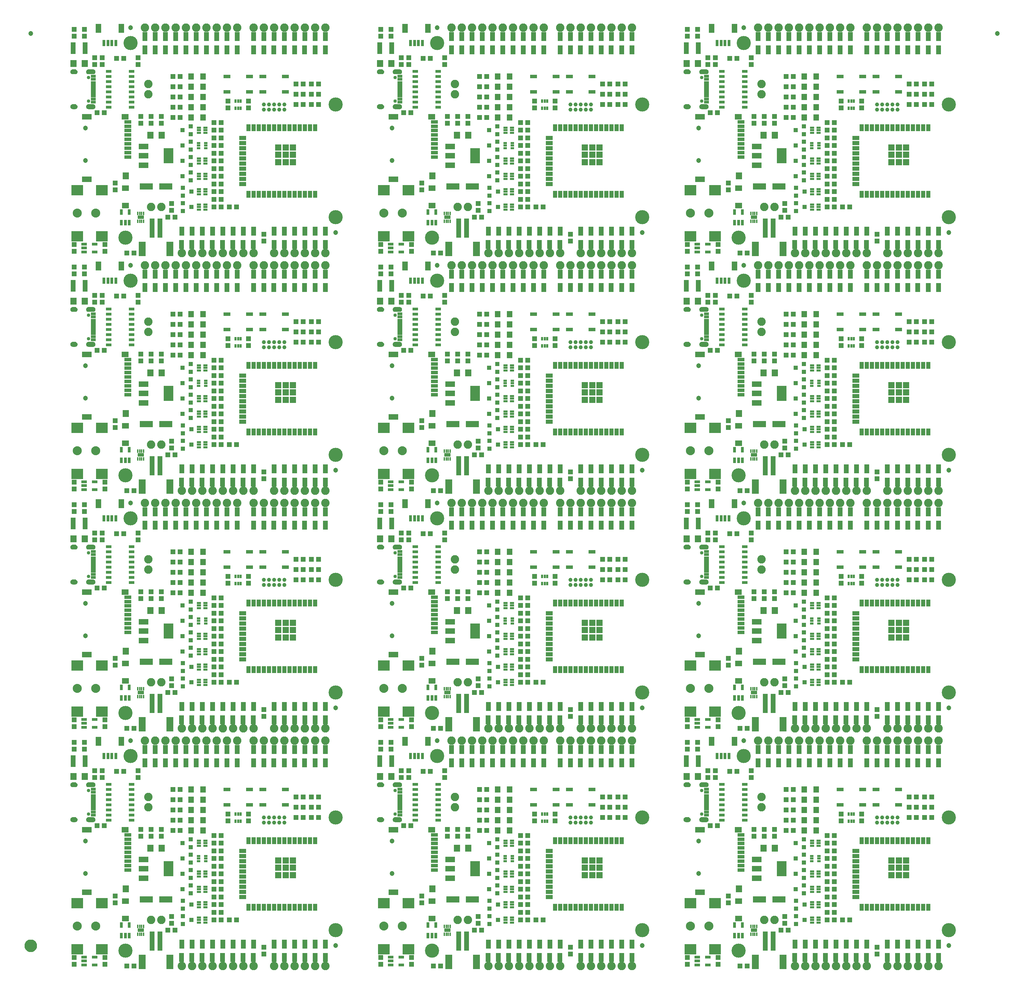
<source format=gts>
G04 EAGLE Gerber RS-274X export*
G75*
%MOMM*%
%FSLAX34Y34*%
%LPD*%
%INSoldermask Top*%
%IPPOS*%
%AMOC8*
5,1,8,0,0,1.08239X$1,22.5*%
G01*
%ADD10R,1.203200X1.303200*%
%ADD11C,3.505200*%
%ADD12R,1.603200X1.803200*%
%ADD13R,1.203200X2.203200*%
%ADD14R,1.200000X2.200000*%
%ADD15R,1.303200X1.203200*%
%ADD16R,1.203200X0.503200*%
%ADD17R,1.203200X0.803200*%
%ADD18C,0.853200*%
%ADD19R,1.403200X0.803200*%
%ADD20R,1.203200X3.003200*%
%ADD21C,2.082800*%
%ADD22C,0.990600*%
%ADD23R,0.503200X0.863200*%
%ADD24R,1.727200X0.965200*%
%ADD25R,1.403200X2.203200*%
%ADD26R,0.803200X1.553200*%
%ADD27R,1.403200X1.603200*%
%ADD28R,1.103200X1.703200*%
%ADD29R,1.703200X1.103200*%
%ADD30R,1.533200X1.533200*%
%ADD31C,1.203200*%
%ADD32R,1.803200X0.903200*%
%ADD33R,2.403200X1.403200*%
%ADD34R,1.803200X1.403200*%
%ADD35R,3.203200X1.603200*%
%ADD36R,1.673200X1.473200*%
%ADD37R,3.003200X2.603200*%
%ADD38C,2.235200*%
%ADD39R,2.438400X1.422400*%
%ADD40R,2.403200X3.803200*%
%ADD41R,1.003200X0.603200*%
%ADD42R,1.103200X1.003200*%
%ADD43R,0.863200X0.503200*%
%ADD44R,1.403200X0.753200*%
%ADD45R,0.753200X1.403200*%
%ADD46R,1.203200X4.803200*%
%ADD47R,1.803200X3.603200*%
%ADD48R,0.440000X0.840000*%
%ADD49R,1.520000X0.940000*%
%ADD50C,1.270000*%
%ADD51C,1.703200*%

G36*
X1579224Y959134D02*
X1579224Y959134D01*
X1579227Y959131D01*
X1580349Y959286D01*
X1580354Y959291D01*
X1580358Y959288D01*
X1581429Y959659D01*
X1581433Y959665D01*
X1581438Y959663D01*
X1582415Y960236D01*
X1582418Y960242D01*
X1582423Y960241D01*
X1583270Y960994D01*
X1583272Y961001D01*
X1583277Y961001D01*
X1583961Y961904D01*
X1583961Y961911D01*
X1583966Y961912D01*
X1584461Y962931D01*
X1584459Y962938D01*
X1584464Y962940D01*
X1584751Y964037D01*
X1584749Y964041D01*
X1584751Y964042D01*
X1584749Y964044D01*
X1584752Y964046D01*
X1584819Y965177D01*
X1584817Y965181D01*
X1584819Y965183D01*
X1584752Y966314D01*
X1584747Y966319D01*
X1584751Y966323D01*
X1584464Y967420D01*
X1584458Y967424D01*
X1584461Y967429D01*
X1583966Y968448D01*
X1583960Y968451D01*
X1583961Y968456D01*
X1583277Y969359D01*
X1583270Y969361D01*
X1583270Y969366D01*
X1582423Y970119D01*
X1582416Y970119D01*
X1582415Y970124D01*
X1581438Y970697D01*
X1581431Y970696D01*
X1581429Y970701D01*
X1580358Y971072D01*
X1580352Y971069D01*
X1580349Y971074D01*
X1579227Y971229D01*
X1579222Y971226D01*
X1579220Y971229D01*
X1567220Y971229D01*
X1567215Y971226D01*
X1567212Y971229D01*
X1565945Y971024D01*
X1565939Y971018D01*
X1565935Y971021D01*
X1564745Y970539D01*
X1564741Y970532D01*
X1564735Y970534D01*
X1563682Y969800D01*
X1563680Y969792D01*
X1563674Y969793D01*
X1562811Y968843D01*
X1562810Y968834D01*
X1562805Y968834D01*
X1562175Y967715D01*
X1562176Y967707D01*
X1562170Y967705D01*
X1561805Y966475D01*
X1561808Y966467D01*
X1561803Y966464D01*
X1561721Y965183D01*
X1561724Y965179D01*
X1561721Y965177D01*
X1561803Y963896D01*
X1561809Y963890D01*
X1561805Y963885D01*
X1562170Y962655D01*
X1562177Y962650D01*
X1562175Y962645D01*
X1562805Y961526D01*
X1562812Y961523D01*
X1562811Y961517D01*
X1563674Y960567D01*
X1563682Y960566D01*
X1563682Y960560D01*
X1564735Y959826D01*
X1564743Y959826D01*
X1564745Y959821D01*
X1565935Y959339D01*
X1565942Y959341D01*
X1565945Y959336D01*
X1567212Y959131D01*
X1567217Y959134D01*
X1567220Y959131D01*
X1579220Y959131D01*
X1579224Y959134D01*
G37*
G36*
X819764Y959134D02*
X819764Y959134D01*
X819767Y959131D01*
X820889Y959286D01*
X820894Y959291D01*
X820898Y959288D01*
X821969Y959659D01*
X821973Y959665D01*
X821978Y959663D01*
X822955Y960236D01*
X822958Y960242D01*
X822963Y960241D01*
X823810Y960994D01*
X823812Y961001D01*
X823817Y961001D01*
X824501Y961904D01*
X824501Y961911D01*
X824506Y961912D01*
X825001Y962931D01*
X824999Y962938D01*
X825004Y962940D01*
X825291Y964037D01*
X825289Y964041D01*
X825291Y964042D01*
X825289Y964044D01*
X825292Y964046D01*
X825359Y965177D01*
X825357Y965181D01*
X825359Y965183D01*
X825292Y966314D01*
X825287Y966319D01*
X825291Y966323D01*
X825004Y967420D01*
X824998Y967424D01*
X825001Y967429D01*
X824506Y968448D01*
X824500Y968451D01*
X824501Y968456D01*
X823817Y969359D01*
X823810Y969361D01*
X823810Y969366D01*
X822963Y970119D01*
X822956Y970119D01*
X822955Y970124D01*
X821978Y970697D01*
X821971Y970696D01*
X821969Y970701D01*
X820898Y971072D01*
X820892Y971069D01*
X820889Y971074D01*
X819767Y971229D01*
X819762Y971226D01*
X819760Y971229D01*
X807760Y971229D01*
X807755Y971226D01*
X807752Y971229D01*
X806485Y971024D01*
X806479Y971018D01*
X806475Y971021D01*
X805285Y970539D01*
X805281Y970532D01*
X805275Y970534D01*
X804222Y969800D01*
X804220Y969792D01*
X804214Y969793D01*
X803351Y968843D01*
X803350Y968834D01*
X803345Y968834D01*
X802715Y967715D01*
X802716Y967707D01*
X802710Y967705D01*
X802345Y966475D01*
X802348Y966467D01*
X802343Y966464D01*
X802261Y965183D01*
X802264Y965179D01*
X802261Y965177D01*
X802343Y963896D01*
X802349Y963890D01*
X802345Y963885D01*
X802710Y962655D01*
X802717Y962650D01*
X802715Y962645D01*
X803345Y961526D01*
X803352Y961523D01*
X803351Y961517D01*
X804214Y960567D01*
X804222Y960566D01*
X804222Y960560D01*
X805275Y959826D01*
X805283Y959826D01*
X805285Y959821D01*
X806475Y959339D01*
X806482Y959341D01*
X806485Y959336D01*
X807752Y959131D01*
X807757Y959134D01*
X807760Y959131D01*
X819760Y959131D01*
X819764Y959134D01*
G37*
G36*
X60304Y1634814D02*
X60304Y1634814D01*
X60307Y1634811D01*
X61429Y1634966D01*
X61434Y1634971D01*
X61438Y1634968D01*
X62509Y1635339D01*
X62513Y1635345D01*
X62518Y1635343D01*
X63495Y1635916D01*
X63498Y1635922D01*
X63503Y1635921D01*
X64350Y1636674D01*
X64352Y1636681D01*
X64357Y1636681D01*
X65041Y1637584D01*
X65041Y1637591D01*
X65046Y1637592D01*
X65541Y1638611D01*
X65539Y1638618D01*
X65544Y1638620D01*
X65831Y1639717D01*
X65829Y1639721D01*
X65831Y1639722D01*
X65829Y1639724D01*
X65832Y1639726D01*
X65899Y1640857D01*
X65897Y1640861D01*
X65899Y1640863D01*
X65832Y1641994D01*
X65827Y1641999D01*
X65831Y1642003D01*
X65544Y1643100D01*
X65538Y1643104D01*
X65541Y1643109D01*
X65046Y1644128D01*
X65040Y1644131D01*
X65041Y1644136D01*
X64357Y1645039D01*
X64350Y1645041D01*
X64350Y1645046D01*
X63503Y1645799D01*
X63496Y1645799D01*
X63495Y1645804D01*
X62518Y1646377D01*
X62511Y1646376D01*
X62509Y1646381D01*
X61438Y1646752D01*
X61432Y1646749D01*
X61429Y1646754D01*
X60307Y1646909D01*
X60302Y1646906D01*
X60300Y1646909D01*
X48300Y1646909D01*
X48295Y1646906D01*
X48292Y1646909D01*
X47025Y1646704D01*
X47019Y1646698D01*
X47015Y1646701D01*
X45825Y1646219D01*
X45821Y1646212D01*
X45815Y1646214D01*
X44762Y1645480D01*
X44760Y1645472D01*
X44754Y1645473D01*
X43891Y1644523D01*
X43890Y1644514D01*
X43885Y1644514D01*
X43255Y1643395D01*
X43256Y1643387D01*
X43250Y1643385D01*
X42885Y1642155D01*
X42888Y1642147D01*
X42883Y1642144D01*
X42801Y1640863D01*
X42804Y1640859D01*
X42801Y1640857D01*
X42883Y1639576D01*
X42889Y1639570D01*
X42885Y1639565D01*
X43250Y1638335D01*
X43257Y1638330D01*
X43255Y1638325D01*
X43885Y1637206D01*
X43892Y1637203D01*
X43891Y1637197D01*
X44754Y1636247D01*
X44762Y1636246D01*
X44762Y1636240D01*
X45815Y1635506D01*
X45823Y1635506D01*
X45825Y1635501D01*
X47015Y1635019D01*
X47022Y1635021D01*
X47025Y1635016D01*
X48292Y1634811D01*
X48297Y1634814D01*
X48300Y1634811D01*
X60300Y1634811D01*
X60304Y1634814D01*
G37*
G36*
X819764Y1634814D02*
X819764Y1634814D01*
X819767Y1634811D01*
X820889Y1634966D01*
X820894Y1634971D01*
X820898Y1634968D01*
X821969Y1635339D01*
X821973Y1635345D01*
X821978Y1635343D01*
X822955Y1635916D01*
X822958Y1635922D01*
X822963Y1635921D01*
X823810Y1636674D01*
X823812Y1636681D01*
X823817Y1636681D01*
X824501Y1637584D01*
X824501Y1637591D01*
X824506Y1637592D01*
X825001Y1638611D01*
X824999Y1638618D01*
X825004Y1638620D01*
X825291Y1639717D01*
X825289Y1639721D01*
X825291Y1639722D01*
X825289Y1639724D01*
X825292Y1639726D01*
X825359Y1640857D01*
X825357Y1640861D01*
X825359Y1640863D01*
X825292Y1641994D01*
X825287Y1641999D01*
X825291Y1642003D01*
X825004Y1643100D01*
X824998Y1643104D01*
X825001Y1643109D01*
X824506Y1644128D01*
X824500Y1644131D01*
X824501Y1644136D01*
X823817Y1645039D01*
X823810Y1645041D01*
X823810Y1645046D01*
X822963Y1645799D01*
X822956Y1645799D01*
X822955Y1645804D01*
X821978Y1646377D01*
X821971Y1646376D01*
X821969Y1646381D01*
X820898Y1646752D01*
X820892Y1646749D01*
X820889Y1646754D01*
X819767Y1646909D01*
X819762Y1646906D01*
X819760Y1646909D01*
X807760Y1646909D01*
X807755Y1646906D01*
X807752Y1646909D01*
X806485Y1646704D01*
X806479Y1646698D01*
X806475Y1646701D01*
X805285Y1646219D01*
X805281Y1646212D01*
X805275Y1646214D01*
X804222Y1645480D01*
X804220Y1645472D01*
X804214Y1645473D01*
X803351Y1644523D01*
X803350Y1644514D01*
X803345Y1644514D01*
X802715Y1643395D01*
X802716Y1643387D01*
X802710Y1643385D01*
X802345Y1642155D01*
X802348Y1642147D01*
X802343Y1642144D01*
X802261Y1640863D01*
X802264Y1640859D01*
X802261Y1640857D01*
X802343Y1639576D01*
X802349Y1639570D01*
X802345Y1639565D01*
X802710Y1638335D01*
X802717Y1638330D01*
X802715Y1638325D01*
X803345Y1637206D01*
X803352Y1637203D01*
X803351Y1637197D01*
X804214Y1636247D01*
X804222Y1636246D01*
X804222Y1636240D01*
X805275Y1635506D01*
X805283Y1635506D01*
X805285Y1635501D01*
X806475Y1635019D01*
X806482Y1635021D01*
X806485Y1635016D01*
X807752Y1634811D01*
X807757Y1634814D01*
X807760Y1634811D01*
X819760Y1634811D01*
X819764Y1634814D01*
G37*
G36*
X1579224Y1634814D02*
X1579224Y1634814D01*
X1579227Y1634811D01*
X1580349Y1634966D01*
X1580354Y1634971D01*
X1580358Y1634968D01*
X1581429Y1635339D01*
X1581433Y1635345D01*
X1581438Y1635343D01*
X1582415Y1635916D01*
X1582418Y1635922D01*
X1582423Y1635921D01*
X1583270Y1636674D01*
X1583272Y1636681D01*
X1583277Y1636681D01*
X1583961Y1637584D01*
X1583961Y1637591D01*
X1583966Y1637592D01*
X1584461Y1638611D01*
X1584459Y1638618D01*
X1584464Y1638620D01*
X1584751Y1639717D01*
X1584749Y1639721D01*
X1584751Y1639722D01*
X1584749Y1639724D01*
X1584752Y1639726D01*
X1584819Y1640857D01*
X1584817Y1640861D01*
X1584819Y1640863D01*
X1584752Y1641994D01*
X1584747Y1641999D01*
X1584751Y1642003D01*
X1584464Y1643100D01*
X1584458Y1643104D01*
X1584461Y1643109D01*
X1583966Y1644128D01*
X1583960Y1644131D01*
X1583961Y1644136D01*
X1583277Y1645039D01*
X1583270Y1645041D01*
X1583270Y1645046D01*
X1582423Y1645799D01*
X1582416Y1645799D01*
X1582415Y1645804D01*
X1581438Y1646377D01*
X1581431Y1646376D01*
X1581429Y1646381D01*
X1580358Y1646752D01*
X1580352Y1646749D01*
X1580349Y1646754D01*
X1579227Y1646909D01*
X1579222Y1646906D01*
X1579220Y1646909D01*
X1567220Y1646909D01*
X1567215Y1646906D01*
X1567212Y1646909D01*
X1565945Y1646704D01*
X1565939Y1646698D01*
X1565935Y1646701D01*
X1564745Y1646219D01*
X1564741Y1646212D01*
X1564735Y1646214D01*
X1563682Y1645480D01*
X1563680Y1645472D01*
X1563674Y1645473D01*
X1562811Y1644523D01*
X1562810Y1644514D01*
X1562805Y1644514D01*
X1562175Y1643395D01*
X1562176Y1643387D01*
X1562170Y1643385D01*
X1561805Y1642155D01*
X1561808Y1642147D01*
X1561803Y1642144D01*
X1561721Y1640863D01*
X1561724Y1640859D01*
X1561721Y1640857D01*
X1561803Y1639576D01*
X1561809Y1639570D01*
X1561805Y1639565D01*
X1562170Y1638335D01*
X1562177Y1638330D01*
X1562175Y1638325D01*
X1562805Y1637206D01*
X1562812Y1637203D01*
X1562811Y1637197D01*
X1563674Y1636247D01*
X1563682Y1636246D01*
X1563682Y1636240D01*
X1564735Y1635506D01*
X1564743Y1635506D01*
X1564745Y1635501D01*
X1565935Y1635019D01*
X1565942Y1635021D01*
X1565945Y1635016D01*
X1567212Y1634811D01*
X1567217Y1634814D01*
X1567220Y1634811D01*
X1579220Y1634811D01*
X1579224Y1634814D01*
G37*
G36*
X60304Y959134D02*
X60304Y959134D01*
X60307Y959131D01*
X61429Y959286D01*
X61434Y959291D01*
X61438Y959288D01*
X62509Y959659D01*
X62513Y959665D01*
X62518Y959663D01*
X63495Y960236D01*
X63498Y960242D01*
X63503Y960241D01*
X64350Y960994D01*
X64352Y961001D01*
X64357Y961001D01*
X65041Y961904D01*
X65041Y961911D01*
X65046Y961912D01*
X65541Y962931D01*
X65539Y962938D01*
X65544Y962940D01*
X65831Y964037D01*
X65829Y964041D01*
X65831Y964042D01*
X65829Y964044D01*
X65832Y964046D01*
X65899Y965177D01*
X65897Y965181D01*
X65899Y965183D01*
X65832Y966314D01*
X65827Y966319D01*
X65831Y966323D01*
X65544Y967420D01*
X65538Y967424D01*
X65541Y967429D01*
X65046Y968448D01*
X65040Y968451D01*
X65041Y968456D01*
X64357Y969359D01*
X64350Y969361D01*
X64350Y969366D01*
X63503Y970119D01*
X63496Y970119D01*
X63495Y970124D01*
X62518Y970697D01*
X62511Y970696D01*
X62509Y970701D01*
X61438Y971072D01*
X61432Y971069D01*
X61429Y971074D01*
X60307Y971229D01*
X60302Y971226D01*
X60300Y971229D01*
X48300Y971229D01*
X48295Y971226D01*
X48292Y971229D01*
X47025Y971024D01*
X47019Y971018D01*
X47015Y971021D01*
X45825Y970539D01*
X45821Y970532D01*
X45815Y970534D01*
X44762Y969800D01*
X44760Y969792D01*
X44754Y969793D01*
X43891Y968843D01*
X43890Y968834D01*
X43885Y968834D01*
X43255Y967715D01*
X43256Y967707D01*
X43250Y967705D01*
X42885Y966475D01*
X42888Y966467D01*
X42883Y966464D01*
X42801Y965183D01*
X42804Y965179D01*
X42801Y965177D01*
X42883Y963896D01*
X42889Y963890D01*
X42885Y963885D01*
X43250Y962655D01*
X43257Y962650D01*
X43255Y962645D01*
X43885Y961526D01*
X43892Y961523D01*
X43891Y961517D01*
X44754Y960567D01*
X44762Y960566D01*
X44762Y960560D01*
X45815Y959826D01*
X45823Y959826D01*
X45825Y959821D01*
X47015Y959339D01*
X47022Y959341D01*
X47025Y959336D01*
X48292Y959131D01*
X48297Y959134D01*
X48300Y959131D01*
X60300Y959131D01*
X60304Y959134D01*
G37*
G36*
X60304Y2224094D02*
X60304Y2224094D01*
X60307Y2224091D01*
X61429Y2224246D01*
X61434Y2224251D01*
X61438Y2224248D01*
X62509Y2224619D01*
X62513Y2224625D01*
X62518Y2224623D01*
X63495Y2225196D01*
X63498Y2225202D01*
X63503Y2225201D01*
X64350Y2225954D01*
X64352Y2225961D01*
X64357Y2225961D01*
X65041Y2226864D01*
X65041Y2226871D01*
X65046Y2226872D01*
X65541Y2227891D01*
X65539Y2227898D01*
X65544Y2227900D01*
X65831Y2228997D01*
X65829Y2229001D01*
X65831Y2229002D01*
X65829Y2229004D01*
X65832Y2229006D01*
X65899Y2230137D01*
X65897Y2230141D01*
X65899Y2230143D01*
X65832Y2231274D01*
X65827Y2231279D01*
X65831Y2231283D01*
X65544Y2232380D01*
X65538Y2232384D01*
X65541Y2232389D01*
X65046Y2233408D01*
X65040Y2233411D01*
X65041Y2233416D01*
X64357Y2234319D01*
X64350Y2234321D01*
X64350Y2234326D01*
X63503Y2235079D01*
X63496Y2235079D01*
X63495Y2235084D01*
X62518Y2235657D01*
X62511Y2235656D01*
X62509Y2235661D01*
X61438Y2236032D01*
X61432Y2236029D01*
X61429Y2236034D01*
X60307Y2236189D01*
X60302Y2236186D01*
X60300Y2236189D01*
X48300Y2236189D01*
X48295Y2236186D01*
X48292Y2236189D01*
X47025Y2235984D01*
X47019Y2235978D01*
X47015Y2235981D01*
X45825Y2235499D01*
X45821Y2235492D01*
X45815Y2235494D01*
X44762Y2234760D01*
X44760Y2234752D01*
X44754Y2234753D01*
X43891Y2233803D01*
X43890Y2233794D01*
X43885Y2233794D01*
X43255Y2232675D01*
X43256Y2232667D01*
X43250Y2232665D01*
X42885Y2231435D01*
X42888Y2231427D01*
X42883Y2231424D01*
X42801Y2230143D01*
X42804Y2230139D01*
X42801Y2230137D01*
X42883Y2228856D01*
X42889Y2228850D01*
X42885Y2228845D01*
X43250Y2227615D01*
X43257Y2227610D01*
X43255Y2227605D01*
X43885Y2226486D01*
X43892Y2226483D01*
X43891Y2226477D01*
X44754Y2225527D01*
X44762Y2225526D01*
X44762Y2225520D01*
X45815Y2224786D01*
X45823Y2224786D01*
X45825Y2224781D01*
X47015Y2224299D01*
X47022Y2224301D01*
X47025Y2224296D01*
X48292Y2224091D01*
X48297Y2224094D01*
X48300Y2224091D01*
X60300Y2224091D01*
X60304Y2224094D01*
G37*
G36*
X1579224Y369854D02*
X1579224Y369854D01*
X1579227Y369851D01*
X1580349Y370006D01*
X1580354Y370011D01*
X1580358Y370008D01*
X1581429Y370379D01*
X1581433Y370385D01*
X1581438Y370383D01*
X1582415Y370956D01*
X1582418Y370962D01*
X1582423Y370961D01*
X1583270Y371714D01*
X1583272Y371721D01*
X1583277Y371721D01*
X1583961Y372624D01*
X1583961Y372631D01*
X1583966Y372632D01*
X1584461Y373651D01*
X1584459Y373658D01*
X1584464Y373660D01*
X1584751Y374757D01*
X1584749Y374761D01*
X1584751Y374762D01*
X1584749Y374764D01*
X1584752Y374766D01*
X1584819Y375897D01*
X1584817Y375901D01*
X1584819Y375903D01*
X1584752Y377034D01*
X1584747Y377039D01*
X1584751Y377043D01*
X1584464Y378140D01*
X1584458Y378144D01*
X1584461Y378149D01*
X1583966Y379168D01*
X1583960Y379171D01*
X1583961Y379176D01*
X1583277Y380079D01*
X1583270Y380081D01*
X1583270Y380086D01*
X1582423Y380839D01*
X1582416Y380839D01*
X1582415Y380844D01*
X1581438Y381417D01*
X1581431Y381416D01*
X1581429Y381421D01*
X1580358Y381792D01*
X1580352Y381789D01*
X1580349Y381794D01*
X1579227Y381949D01*
X1579222Y381946D01*
X1579220Y381949D01*
X1567220Y381949D01*
X1567215Y381946D01*
X1567212Y381949D01*
X1565945Y381744D01*
X1565939Y381738D01*
X1565935Y381741D01*
X1564745Y381259D01*
X1564741Y381252D01*
X1564735Y381254D01*
X1563682Y380520D01*
X1563680Y380512D01*
X1563674Y380513D01*
X1562811Y379563D01*
X1562810Y379554D01*
X1562805Y379554D01*
X1562175Y378435D01*
X1562176Y378427D01*
X1562170Y378425D01*
X1561805Y377195D01*
X1561808Y377187D01*
X1561803Y377184D01*
X1561721Y375903D01*
X1561724Y375899D01*
X1561721Y375897D01*
X1561803Y374616D01*
X1561809Y374610D01*
X1561805Y374605D01*
X1562170Y373375D01*
X1562177Y373370D01*
X1562175Y373365D01*
X1562805Y372246D01*
X1562812Y372243D01*
X1562811Y372237D01*
X1563674Y371287D01*
X1563682Y371286D01*
X1563682Y371280D01*
X1564735Y370546D01*
X1564743Y370546D01*
X1564745Y370541D01*
X1565935Y370059D01*
X1565942Y370061D01*
X1565945Y370056D01*
X1567212Y369851D01*
X1567217Y369854D01*
X1567220Y369851D01*
X1579220Y369851D01*
X1579224Y369854D01*
G37*
G36*
X819764Y2224094D02*
X819764Y2224094D01*
X819767Y2224091D01*
X820889Y2224246D01*
X820894Y2224251D01*
X820898Y2224248D01*
X821969Y2224619D01*
X821973Y2224625D01*
X821978Y2224623D01*
X822955Y2225196D01*
X822958Y2225202D01*
X822963Y2225201D01*
X823810Y2225954D01*
X823812Y2225961D01*
X823817Y2225961D01*
X824501Y2226864D01*
X824501Y2226871D01*
X824506Y2226872D01*
X825001Y2227891D01*
X824999Y2227898D01*
X825004Y2227900D01*
X825291Y2228997D01*
X825289Y2229001D01*
X825291Y2229002D01*
X825289Y2229004D01*
X825292Y2229006D01*
X825359Y2230137D01*
X825357Y2230141D01*
X825359Y2230143D01*
X825292Y2231274D01*
X825287Y2231279D01*
X825291Y2231283D01*
X825004Y2232380D01*
X824998Y2232384D01*
X825001Y2232389D01*
X824506Y2233408D01*
X824500Y2233411D01*
X824501Y2233416D01*
X823817Y2234319D01*
X823810Y2234321D01*
X823810Y2234326D01*
X822963Y2235079D01*
X822956Y2235079D01*
X822955Y2235084D01*
X821978Y2235657D01*
X821971Y2235656D01*
X821969Y2235661D01*
X820898Y2236032D01*
X820892Y2236029D01*
X820889Y2236034D01*
X819767Y2236189D01*
X819762Y2236186D01*
X819760Y2236189D01*
X807760Y2236189D01*
X807755Y2236186D01*
X807752Y2236189D01*
X806485Y2235984D01*
X806479Y2235978D01*
X806475Y2235981D01*
X805285Y2235499D01*
X805281Y2235492D01*
X805275Y2235494D01*
X804222Y2234760D01*
X804220Y2234752D01*
X804214Y2234753D01*
X803351Y2233803D01*
X803350Y2233794D01*
X803345Y2233794D01*
X802715Y2232675D01*
X802716Y2232667D01*
X802710Y2232665D01*
X802345Y2231435D01*
X802348Y2231427D01*
X802343Y2231424D01*
X802261Y2230143D01*
X802264Y2230139D01*
X802261Y2230137D01*
X802343Y2228856D01*
X802349Y2228850D01*
X802345Y2228845D01*
X802710Y2227615D01*
X802717Y2227610D01*
X802715Y2227605D01*
X803345Y2226486D01*
X803352Y2226483D01*
X803351Y2226477D01*
X804214Y2225527D01*
X804222Y2225526D01*
X804222Y2225520D01*
X805275Y2224786D01*
X805283Y2224786D01*
X805285Y2224781D01*
X806475Y2224299D01*
X806482Y2224301D01*
X806485Y2224296D01*
X807752Y2224091D01*
X807757Y2224094D01*
X807760Y2224091D01*
X819760Y2224091D01*
X819764Y2224094D01*
G37*
G36*
X1579224Y2224094D02*
X1579224Y2224094D01*
X1579227Y2224091D01*
X1580349Y2224246D01*
X1580354Y2224251D01*
X1580358Y2224248D01*
X1581429Y2224619D01*
X1581433Y2224625D01*
X1581438Y2224623D01*
X1582415Y2225196D01*
X1582418Y2225202D01*
X1582423Y2225201D01*
X1583270Y2225954D01*
X1583272Y2225961D01*
X1583277Y2225961D01*
X1583961Y2226864D01*
X1583961Y2226871D01*
X1583966Y2226872D01*
X1584461Y2227891D01*
X1584459Y2227898D01*
X1584464Y2227900D01*
X1584751Y2228997D01*
X1584749Y2229001D01*
X1584751Y2229002D01*
X1584749Y2229004D01*
X1584752Y2229006D01*
X1584819Y2230137D01*
X1584817Y2230141D01*
X1584819Y2230143D01*
X1584752Y2231274D01*
X1584747Y2231279D01*
X1584751Y2231283D01*
X1584464Y2232380D01*
X1584458Y2232384D01*
X1584461Y2232389D01*
X1583966Y2233408D01*
X1583960Y2233411D01*
X1583961Y2233416D01*
X1583277Y2234319D01*
X1583270Y2234321D01*
X1583270Y2234326D01*
X1582423Y2235079D01*
X1582416Y2235079D01*
X1582415Y2235084D01*
X1581438Y2235657D01*
X1581431Y2235656D01*
X1581429Y2235661D01*
X1580358Y2236032D01*
X1580352Y2236029D01*
X1580349Y2236034D01*
X1579227Y2236189D01*
X1579222Y2236186D01*
X1579220Y2236189D01*
X1567220Y2236189D01*
X1567215Y2236186D01*
X1567212Y2236189D01*
X1565945Y2235984D01*
X1565939Y2235978D01*
X1565935Y2235981D01*
X1564745Y2235499D01*
X1564741Y2235492D01*
X1564735Y2235494D01*
X1563682Y2234760D01*
X1563680Y2234752D01*
X1563674Y2234753D01*
X1562811Y2233803D01*
X1562810Y2233794D01*
X1562805Y2233794D01*
X1562175Y2232675D01*
X1562176Y2232667D01*
X1562170Y2232665D01*
X1561805Y2231435D01*
X1561808Y2231427D01*
X1561803Y2231424D01*
X1561721Y2230143D01*
X1561724Y2230139D01*
X1561721Y2230137D01*
X1561803Y2228856D01*
X1561809Y2228850D01*
X1561805Y2228845D01*
X1562170Y2227615D01*
X1562177Y2227610D01*
X1562175Y2227605D01*
X1562805Y2226486D01*
X1562812Y2226483D01*
X1562811Y2226477D01*
X1563674Y2225527D01*
X1563682Y2225526D01*
X1563682Y2225520D01*
X1564735Y2224786D01*
X1564743Y2224786D01*
X1564745Y2224781D01*
X1565935Y2224299D01*
X1565942Y2224301D01*
X1565945Y2224296D01*
X1567212Y2224091D01*
X1567217Y2224094D01*
X1567220Y2224091D01*
X1579220Y2224091D01*
X1579224Y2224094D01*
G37*
G36*
X1579224Y456254D02*
X1579224Y456254D01*
X1579227Y456251D01*
X1580349Y456406D01*
X1580354Y456411D01*
X1580358Y456408D01*
X1581429Y456779D01*
X1581433Y456785D01*
X1581438Y456783D01*
X1582415Y457356D01*
X1582418Y457362D01*
X1582423Y457361D01*
X1583270Y458114D01*
X1583272Y458121D01*
X1583277Y458121D01*
X1583961Y459024D01*
X1583961Y459031D01*
X1583966Y459032D01*
X1584461Y460051D01*
X1584459Y460058D01*
X1584464Y460060D01*
X1584751Y461157D01*
X1584749Y461161D01*
X1584751Y461162D01*
X1584749Y461164D01*
X1584752Y461166D01*
X1584819Y462297D01*
X1584817Y462301D01*
X1584819Y462303D01*
X1584752Y463434D01*
X1584747Y463439D01*
X1584751Y463443D01*
X1584464Y464540D01*
X1584458Y464544D01*
X1584461Y464549D01*
X1583966Y465568D01*
X1583960Y465571D01*
X1583961Y465576D01*
X1583277Y466479D01*
X1583270Y466481D01*
X1583270Y466486D01*
X1582423Y467239D01*
X1582416Y467239D01*
X1582415Y467244D01*
X1581438Y467817D01*
X1581431Y467816D01*
X1581429Y467821D01*
X1580358Y468192D01*
X1580352Y468189D01*
X1580349Y468194D01*
X1579227Y468349D01*
X1579222Y468346D01*
X1579220Y468349D01*
X1567220Y468349D01*
X1567215Y468346D01*
X1567212Y468349D01*
X1565945Y468144D01*
X1565939Y468138D01*
X1565935Y468141D01*
X1564745Y467659D01*
X1564741Y467652D01*
X1564735Y467654D01*
X1563682Y466920D01*
X1563680Y466912D01*
X1563674Y466913D01*
X1562811Y465963D01*
X1562810Y465954D01*
X1562805Y465954D01*
X1562175Y464835D01*
X1562176Y464827D01*
X1562170Y464825D01*
X1561805Y463595D01*
X1561808Y463587D01*
X1561803Y463584D01*
X1561721Y462303D01*
X1561724Y462299D01*
X1561721Y462297D01*
X1561803Y461016D01*
X1561809Y461010D01*
X1561805Y461005D01*
X1562170Y459775D01*
X1562177Y459770D01*
X1562175Y459765D01*
X1562805Y458646D01*
X1562812Y458643D01*
X1562811Y458637D01*
X1563674Y457687D01*
X1563682Y457686D01*
X1563682Y457680D01*
X1564735Y456946D01*
X1564743Y456946D01*
X1564745Y456941D01*
X1565935Y456459D01*
X1565942Y456461D01*
X1565945Y456456D01*
X1567212Y456251D01*
X1567217Y456254D01*
X1567220Y456251D01*
X1579220Y456251D01*
X1579224Y456254D01*
G37*
G36*
X819764Y456254D02*
X819764Y456254D01*
X819767Y456251D01*
X820889Y456406D01*
X820894Y456411D01*
X820898Y456408D01*
X821969Y456779D01*
X821973Y456785D01*
X821978Y456783D01*
X822955Y457356D01*
X822958Y457362D01*
X822963Y457361D01*
X823810Y458114D01*
X823812Y458121D01*
X823817Y458121D01*
X824501Y459024D01*
X824501Y459031D01*
X824506Y459032D01*
X825001Y460051D01*
X824999Y460058D01*
X825004Y460060D01*
X825291Y461157D01*
X825289Y461161D01*
X825291Y461162D01*
X825289Y461164D01*
X825292Y461166D01*
X825359Y462297D01*
X825357Y462301D01*
X825359Y462303D01*
X825292Y463434D01*
X825287Y463439D01*
X825291Y463443D01*
X825004Y464540D01*
X824998Y464544D01*
X825001Y464549D01*
X824506Y465568D01*
X824500Y465571D01*
X824501Y465576D01*
X823817Y466479D01*
X823810Y466481D01*
X823810Y466486D01*
X822963Y467239D01*
X822956Y467239D01*
X822955Y467244D01*
X821978Y467817D01*
X821971Y467816D01*
X821969Y467821D01*
X820898Y468192D01*
X820892Y468189D01*
X820889Y468194D01*
X819767Y468349D01*
X819762Y468346D01*
X819760Y468349D01*
X807760Y468349D01*
X807755Y468346D01*
X807752Y468349D01*
X806485Y468144D01*
X806479Y468138D01*
X806475Y468141D01*
X805285Y467659D01*
X805281Y467652D01*
X805275Y467654D01*
X804222Y466920D01*
X804220Y466912D01*
X804214Y466913D01*
X803351Y465963D01*
X803350Y465954D01*
X803345Y465954D01*
X802715Y464835D01*
X802716Y464827D01*
X802710Y464825D01*
X802345Y463595D01*
X802348Y463587D01*
X802343Y463584D01*
X802261Y462303D01*
X802264Y462299D01*
X802261Y462297D01*
X802343Y461016D01*
X802349Y461010D01*
X802345Y461005D01*
X802710Y459775D01*
X802717Y459770D01*
X802715Y459765D01*
X803345Y458646D01*
X803352Y458643D01*
X803351Y458637D01*
X804214Y457687D01*
X804222Y457686D01*
X804222Y457680D01*
X805275Y456946D01*
X805283Y456946D01*
X805285Y456941D01*
X806475Y456459D01*
X806482Y456461D01*
X806485Y456456D01*
X807752Y456251D01*
X807757Y456254D01*
X807760Y456251D01*
X819760Y456251D01*
X819764Y456254D01*
G37*
G36*
X60304Y1548414D02*
X60304Y1548414D01*
X60307Y1548411D01*
X61429Y1548566D01*
X61434Y1548571D01*
X61438Y1548568D01*
X62509Y1548939D01*
X62513Y1548945D01*
X62518Y1548943D01*
X63495Y1549516D01*
X63498Y1549522D01*
X63503Y1549521D01*
X64350Y1550274D01*
X64352Y1550281D01*
X64357Y1550281D01*
X65041Y1551184D01*
X65041Y1551191D01*
X65046Y1551192D01*
X65541Y1552211D01*
X65539Y1552218D01*
X65544Y1552220D01*
X65831Y1553317D01*
X65829Y1553321D01*
X65831Y1553322D01*
X65829Y1553324D01*
X65832Y1553326D01*
X65899Y1554457D01*
X65897Y1554461D01*
X65899Y1554463D01*
X65832Y1555594D01*
X65827Y1555599D01*
X65831Y1555603D01*
X65544Y1556700D01*
X65538Y1556704D01*
X65541Y1556709D01*
X65046Y1557728D01*
X65040Y1557731D01*
X65041Y1557736D01*
X64357Y1558639D01*
X64350Y1558641D01*
X64350Y1558646D01*
X63503Y1559399D01*
X63496Y1559399D01*
X63495Y1559404D01*
X62518Y1559977D01*
X62511Y1559976D01*
X62509Y1559981D01*
X61438Y1560352D01*
X61432Y1560349D01*
X61429Y1560354D01*
X60307Y1560509D01*
X60302Y1560506D01*
X60300Y1560509D01*
X48300Y1560509D01*
X48295Y1560506D01*
X48292Y1560509D01*
X47025Y1560304D01*
X47019Y1560298D01*
X47015Y1560301D01*
X45825Y1559819D01*
X45821Y1559812D01*
X45815Y1559814D01*
X44762Y1559080D01*
X44760Y1559072D01*
X44754Y1559073D01*
X43891Y1558123D01*
X43890Y1558114D01*
X43885Y1558114D01*
X43255Y1556995D01*
X43256Y1556987D01*
X43250Y1556985D01*
X42885Y1555755D01*
X42888Y1555747D01*
X42883Y1555744D01*
X42801Y1554463D01*
X42804Y1554459D01*
X42801Y1554457D01*
X42883Y1553176D01*
X42889Y1553170D01*
X42885Y1553165D01*
X43250Y1551935D01*
X43257Y1551930D01*
X43255Y1551925D01*
X43885Y1550806D01*
X43892Y1550803D01*
X43891Y1550797D01*
X44754Y1549847D01*
X44762Y1549846D01*
X44762Y1549840D01*
X45815Y1549106D01*
X45823Y1549106D01*
X45825Y1549101D01*
X47015Y1548619D01*
X47022Y1548621D01*
X47025Y1548616D01*
X48292Y1548411D01*
X48297Y1548414D01*
X48300Y1548411D01*
X60300Y1548411D01*
X60304Y1548414D01*
G37*
G36*
X60304Y456254D02*
X60304Y456254D01*
X60307Y456251D01*
X61429Y456406D01*
X61434Y456411D01*
X61438Y456408D01*
X62509Y456779D01*
X62513Y456785D01*
X62518Y456783D01*
X63495Y457356D01*
X63498Y457362D01*
X63503Y457361D01*
X64350Y458114D01*
X64352Y458121D01*
X64357Y458121D01*
X65041Y459024D01*
X65041Y459031D01*
X65046Y459032D01*
X65541Y460051D01*
X65539Y460058D01*
X65544Y460060D01*
X65831Y461157D01*
X65829Y461161D01*
X65831Y461162D01*
X65829Y461164D01*
X65832Y461166D01*
X65899Y462297D01*
X65897Y462301D01*
X65899Y462303D01*
X65832Y463434D01*
X65827Y463439D01*
X65831Y463443D01*
X65544Y464540D01*
X65538Y464544D01*
X65541Y464549D01*
X65046Y465568D01*
X65040Y465571D01*
X65041Y465576D01*
X64357Y466479D01*
X64350Y466481D01*
X64350Y466486D01*
X63503Y467239D01*
X63496Y467239D01*
X63495Y467244D01*
X62518Y467817D01*
X62511Y467816D01*
X62509Y467821D01*
X61438Y468192D01*
X61432Y468189D01*
X61429Y468194D01*
X60307Y468349D01*
X60302Y468346D01*
X60300Y468349D01*
X48300Y468349D01*
X48295Y468346D01*
X48292Y468349D01*
X47025Y468144D01*
X47019Y468138D01*
X47015Y468141D01*
X45825Y467659D01*
X45821Y467652D01*
X45815Y467654D01*
X44762Y466920D01*
X44760Y466912D01*
X44754Y466913D01*
X43891Y465963D01*
X43890Y465954D01*
X43885Y465954D01*
X43255Y464835D01*
X43256Y464827D01*
X43250Y464825D01*
X42885Y463595D01*
X42888Y463587D01*
X42883Y463584D01*
X42801Y462303D01*
X42804Y462299D01*
X42801Y462297D01*
X42883Y461016D01*
X42889Y461010D01*
X42885Y461005D01*
X43250Y459775D01*
X43257Y459770D01*
X43255Y459765D01*
X43885Y458646D01*
X43892Y458643D01*
X43891Y458637D01*
X44754Y457687D01*
X44762Y457686D01*
X44762Y457680D01*
X45815Y456946D01*
X45823Y456946D01*
X45825Y456941D01*
X47015Y456459D01*
X47022Y456461D01*
X47025Y456456D01*
X48292Y456251D01*
X48297Y456254D01*
X48300Y456251D01*
X60300Y456251D01*
X60304Y456254D01*
G37*
G36*
X819764Y2137694D02*
X819764Y2137694D01*
X819767Y2137691D01*
X820889Y2137846D01*
X820894Y2137851D01*
X820898Y2137848D01*
X821969Y2138219D01*
X821973Y2138225D01*
X821978Y2138223D01*
X822955Y2138796D01*
X822958Y2138802D01*
X822963Y2138801D01*
X823810Y2139554D01*
X823812Y2139561D01*
X823817Y2139561D01*
X824501Y2140464D01*
X824501Y2140471D01*
X824506Y2140472D01*
X825001Y2141491D01*
X824999Y2141498D01*
X825004Y2141500D01*
X825291Y2142597D01*
X825289Y2142601D01*
X825291Y2142602D01*
X825289Y2142604D01*
X825292Y2142606D01*
X825359Y2143737D01*
X825357Y2143741D01*
X825359Y2143743D01*
X825292Y2144874D01*
X825287Y2144879D01*
X825291Y2144883D01*
X825004Y2145980D01*
X824998Y2145984D01*
X825001Y2145989D01*
X824506Y2147008D01*
X824500Y2147011D01*
X824501Y2147016D01*
X823817Y2147919D01*
X823810Y2147921D01*
X823810Y2147926D01*
X822963Y2148679D01*
X822956Y2148679D01*
X822955Y2148684D01*
X821978Y2149257D01*
X821971Y2149256D01*
X821969Y2149261D01*
X820898Y2149632D01*
X820892Y2149629D01*
X820889Y2149634D01*
X819767Y2149789D01*
X819762Y2149786D01*
X819760Y2149789D01*
X807760Y2149789D01*
X807755Y2149786D01*
X807752Y2149789D01*
X806485Y2149584D01*
X806479Y2149578D01*
X806475Y2149581D01*
X805285Y2149099D01*
X805281Y2149092D01*
X805275Y2149094D01*
X804222Y2148360D01*
X804220Y2148352D01*
X804214Y2148353D01*
X803351Y2147403D01*
X803350Y2147394D01*
X803345Y2147394D01*
X802715Y2146275D01*
X802716Y2146267D01*
X802710Y2146265D01*
X802345Y2145035D01*
X802348Y2145027D01*
X802343Y2145024D01*
X802261Y2143743D01*
X802264Y2143739D01*
X802261Y2143737D01*
X802343Y2142456D01*
X802349Y2142450D01*
X802345Y2142445D01*
X802710Y2141215D01*
X802717Y2141210D01*
X802715Y2141205D01*
X803345Y2140086D01*
X803352Y2140083D01*
X803351Y2140077D01*
X804214Y2139127D01*
X804222Y2139126D01*
X804222Y2139120D01*
X805275Y2138386D01*
X805283Y2138386D01*
X805285Y2138381D01*
X806475Y2137899D01*
X806482Y2137901D01*
X806485Y2137896D01*
X807752Y2137691D01*
X807757Y2137694D01*
X807760Y2137691D01*
X819760Y2137691D01*
X819764Y2137694D01*
G37*
G36*
X60304Y2137694D02*
X60304Y2137694D01*
X60307Y2137691D01*
X61429Y2137846D01*
X61434Y2137851D01*
X61438Y2137848D01*
X62509Y2138219D01*
X62513Y2138225D01*
X62518Y2138223D01*
X63495Y2138796D01*
X63498Y2138802D01*
X63503Y2138801D01*
X64350Y2139554D01*
X64352Y2139561D01*
X64357Y2139561D01*
X65041Y2140464D01*
X65041Y2140471D01*
X65046Y2140472D01*
X65541Y2141491D01*
X65539Y2141498D01*
X65544Y2141500D01*
X65831Y2142597D01*
X65829Y2142601D01*
X65831Y2142602D01*
X65829Y2142604D01*
X65832Y2142606D01*
X65899Y2143737D01*
X65897Y2143741D01*
X65899Y2143743D01*
X65832Y2144874D01*
X65827Y2144879D01*
X65831Y2144883D01*
X65544Y2145980D01*
X65538Y2145984D01*
X65541Y2145989D01*
X65046Y2147008D01*
X65040Y2147011D01*
X65041Y2147016D01*
X64357Y2147919D01*
X64350Y2147921D01*
X64350Y2147926D01*
X63503Y2148679D01*
X63496Y2148679D01*
X63495Y2148684D01*
X62518Y2149257D01*
X62511Y2149256D01*
X62509Y2149261D01*
X61438Y2149632D01*
X61432Y2149629D01*
X61429Y2149634D01*
X60307Y2149789D01*
X60302Y2149786D01*
X60300Y2149789D01*
X48300Y2149789D01*
X48295Y2149786D01*
X48292Y2149789D01*
X47025Y2149584D01*
X47019Y2149578D01*
X47015Y2149581D01*
X45825Y2149099D01*
X45821Y2149092D01*
X45815Y2149094D01*
X44762Y2148360D01*
X44760Y2148352D01*
X44754Y2148353D01*
X43891Y2147403D01*
X43890Y2147394D01*
X43885Y2147394D01*
X43255Y2146275D01*
X43256Y2146267D01*
X43250Y2146265D01*
X42885Y2145035D01*
X42888Y2145027D01*
X42883Y2145024D01*
X42801Y2143743D01*
X42804Y2143739D01*
X42801Y2143737D01*
X42883Y2142456D01*
X42889Y2142450D01*
X42885Y2142445D01*
X43250Y2141215D01*
X43257Y2141210D01*
X43255Y2141205D01*
X43885Y2140086D01*
X43892Y2140083D01*
X43891Y2140077D01*
X44754Y2139127D01*
X44762Y2139126D01*
X44762Y2139120D01*
X45815Y2138386D01*
X45823Y2138386D01*
X45825Y2138381D01*
X47015Y2137899D01*
X47022Y2137901D01*
X47025Y2137896D01*
X48292Y2137691D01*
X48297Y2137694D01*
X48300Y2137691D01*
X60300Y2137691D01*
X60304Y2137694D01*
G37*
G36*
X1579224Y2137694D02*
X1579224Y2137694D01*
X1579227Y2137691D01*
X1580349Y2137846D01*
X1580354Y2137851D01*
X1580358Y2137848D01*
X1581429Y2138219D01*
X1581433Y2138225D01*
X1581438Y2138223D01*
X1582415Y2138796D01*
X1582418Y2138802D01*
X1582423Y2138801D01*
X1583270Y2139554D01*
X1583272Y2139561D01*
X1583277Y2139561D01*
X1583961Y2140464D01*
X1583961Y2140471D01*
X1583966Y2140472D01*
X1584461Y2141491D01*
X1584459Y2141498D01*
X1584464Y2141500D01*
X1584751Y2142597D01*
X1584749Y2142601D01*
X1584751Y2142602D01*
X1584749Y2142604D01*
X1584752Y2142606D01*
X1584819Y2143737D01*
X1584817Y2143741D01*
X1584819Y2143743D01*
X1584752Y2144874D01*
X1584747Y2144879D01*
X1584751Y2144883D01*
X1584464Y2145980D01*
X1584458Y2145984D01*
X1584461Y2145989D01*
X1583966Y2147008D01*
X1583960Y2147011D01*
X1583961Y2147016D01*
X1583277Y2147919D01*
X1583270Y2147921D01*
X1583270Y2147926D01*
X1582423Y2148679D01*
X1582416Y2148679D01*
X1582415Y2148684D01*
X1581438Y2149257D01*
X1581431Y2149256D01*
X1581429Y2149261D01*
X1580358Y2149632D01*
X1580352Y2149629D01*
X1580349Y2149634D01*
X1579227Y2149789D01*
X1579222Y2149786D01*
X1579220Y2149789D01*
X1567220Y2149789D01*
X1567215Y2149786D01*
X1567212Y2149789D01*
X1565945Y2149584D01*
X1565939Y2149578D01*
X1565935Y2149581D01*
X1564745Y2149099D01*
X1564741Y2149092D01*
X1564735Y2149094D01*
X1563682Y2148360D01*
X1563680Y2148352D01*
X1563674Y2148353D01*
X1562811Y2147403D01*
X1562810Y2147394D01*
X1562805Y2147394D01*
X1562175Y2146275D01*
X1562176Y2146267D01*
X1562170Y2146265D01*
X1561805Y2145035D01*
X1561808Y2145027D01*
X1561803Y2145024D01*
X1561721Y2143743D01*
X1561724Y2143739D01*
X1561721Y2143737D01*
X1561803Y2142456D01*
X1561809Y2142450D01*
X1561805Y2142445D01*
X1562170Y2141215D01*
X1562177Y2141210D01*
X1562175Y2141205D01*
X1562805Y2140086D01*
X1562812Y2140083D01*
X1562811Y2140077D01*
X1563674Y2139127D01*
X1563682Y2139126D01*
X1563682Y2139120D01*
X1564735Y2138386D01*
X1564743Y2138386D01*
X1564745Y2138381D01*
X1565935Y2137899D01*
X1565942Y2137901D01*
X1565945Y2137896D01*
X1567212Y2137691D01*
X1567217Y2137694D01*
X1567220Y2137691D01*
X1579220Y2137691D01*
X1579224Y2137694D01*
G37*
G36*
X1579224Y1548414D02*
X1579224Y1548414D01*
X1579227Y1548411D01*
X1580349Y1548566D01*
X1580354Y1548571D01*
X1580358Y1548568D01*
X1581429Y1548939D01*
X1581433Y1548945D01*
X1581438Y1548943D01*
X1582415Y1549516D01*
X1582418Y1549522D01*
X1582423Y1549521D01*
X1583270Y1550274D01*
X1583272Y1550281D01*
X1583277Y1550281D01*
X1583961Y1551184D01*
X1583961Y1551191D01*
X1583966Y1551192D01*
X1584461Y1552211D01*
X1584459Y1552218D01*
X1584464Y1552220D01*
X1584751Y1553317D01*
X1584749Y1553321D01*
X1584751Y1553322D01*
X1584749Y1553324D01*
X1584752Y1553326D01*
X1584819Y1554457D01*
X1584817Y1554461D01*
X1584819Y1554463D01*
X1584752Y1555594D01*
X1584747Y1555599D01*
X1584751Y1555603D01*
X1584464Y1556700D01*
X1584458Y1556704D01*
X1584461Y1556709D01*
X1583966Y1557728D01*
X1583960Y1557731D01*
X1583961Y1557736D01*
X1583277Y1558639D01*
X1583270Y1558641D01*
X1583270Y1558646D01*
X1582423Y1559399D01*
X1582416Y1559399D01*
X1582415Y1559404D01*
X1581438Y1559977D01*
X1581431Y1559976D01*
X1581429Y1559981D01*
X1580358Y1560352D01*
X1580352Y1560349D01*
X1580349Y1560354D01*
X1579227Y1560509D01*
X1579222Y1560506D01*
X1579220Y1560509D01*
X1567220Y1560509D01*
X1567215Y1560506D01*
X1567212Y1560509D01*
X1565945Y1560304D01*
X1565939Y1560298D01*
X1565935Y1560301D01*
X1564745Y1559819D01*
X1564741Y1559812D01*
X1564735Y1559814D01*
X1563682Y1559080D01*
X1563680Y1559072D01*
X1563674Y1559073D01*
X1562811Y1558123D01*
X1562810Y1558114D01*
X1562805Y1558114D01*
X1562175Y1556995D01*
X1562176Y1556987D01*
X1562170Y1556985D01*
X1561805Y1555755D01*
X1561808Y1555747D01*
X1561803Y1555744D01*
X1561721Y1554463D01*
X1561724Y1554459D01*
X1561721Y1554457D01*
X1561803Y1553176D01*
X1561809Y1553170D01*
X1561805Y1553165D01*
X1562170Y1551935D01*
X1562177Y1551930D01*
X1562175Y1551925D01*
X1562805Y1550806D01*
X1562812Y1550803D01*
X1562811Y1550797D01*
X1563674Y1549847D01*
X1563682Y1549846D01*
X1563682Y1549840D01*
X1564735Y1549106D01*
X1564743Y1549106D01*
X1564745Y1549101D01*
X1565935Y1548619D01*
X1565942Y1548621D01*
X1565945Y1548616D01*
X1567212Y1548411D01*
X1567217Y1548414D01*
X1567220Y1548411D01*
X1579220Y1548411D01*
X1579224Y1548414D01*
G37*
G36*
X819764Y1045534D02*
X819764Y1045534D01*
X819767Y1045531D01*
X820889Y1045686D01*
X820894Y1045691D01*
X820898Y1045688D01*
X821969Y1046059D01*
X821973Y1046065D01*
X821978Y1046063D01*
X822955Y1046636D01*
X822958Y1046642D01*
X822963Y1046641D01*
X823810Y1047394D01*
X823812Y1047401D01*
X823817Y1047401D01*
X824501Y1048304D01*
X824501Y1048311D01*
X824506Y1048312D01*
X825001Y1049331D01*
X824999Y1049338D01*
X825004Y1049340D01*
X825291Y1050437D01*
X825289Y1050441D01*
X825291Y1050442D01*
X825289Y1050444D01*
X825292Y1050446D01*
X825359Y1051577D01*
X825357Y1051581D01*
X825359Y1051583D01*
X825292Y1052714D01*
X825287Y1052719D01*
X825291Y1052723D01*
X825004Y1053820D01*
X824998Y1053824D01*
X825001Y1053829D01*
X824506Y1054848D01*
X824500Y1054851D01*
X824501Y1054856D01*
X823817Y1055759D01*
X823810Y1055761D01*
X823810Y1055766D01*
X822963Y1056519D01*
X822956Y1056519D01*
X822955Y1056524D01*
X821978Y1057097D01*
X821971Y1057096D01*
X821969Y1057101D01*
X820898Y1057472D01*
X820892Y1057469D01*
X820889Y1057474D01*
X819767Y1057629D01*
X819762Y1057626D01*
X819760Y1057629D01*
X807760Y1057629D01*
X807755Y1057626D01*
X807752Y1057629D01*
X806485Y1057424D01*
X806479Y1057418D01*
X806475Y1057421D01*
X805285Y1056939D01*
X805281Y1056932D01*
X805275Y1056934D01*
X804222Y1056200D01*
X804220Y1056192D01*
X804214Y1056193D01*
X803351Y1055243D01*
X803350Y1055234D01*
X803345Y1055234D01*
X802715Y1054115D01*
X802716Y1054107D01*
X802710Y1054105D01*
X802345Y1052875D01*
X802348Y1052867D01*
X802343Y1052864D01*
X802261Y1051583D01*
X802264Y1051579D01*
X802261Y1051577D01*
X802343Y1050296D01*
X802349Y1050290D01*
X802345Y1050285D01*
X802710Y1049055D01*
X802717Y1049050D01*
X802715Y1049045D01*
X803345Y1047926D01*
X803352Y1047923D01*
X803351Y1047917D01*
X804214Y1046967D01*
X804222Y1046966D01*
X804222Y1046960D01*
X805275Y1046226D01*
X805283Y1046226D01*
X805285Y1046221D01*
X806475Y1045739D01*
X806482Y1045741D01*
X806485Y1045736D01*
X807752Y1045531D01*
X807757Y1045534D01*
X807760Y1045531D01*
X819760Y1045531D01*
X819764Y1045534D01*
G37*
G36*
X819764Y1548414D02*
X819764Y1548414D01*
X819767Y1548411D01*
X820889Y1548566D01*
X820894Y1548571D01*
X820898Y1548568D01*
X821969Y1548939D01*
X821973Y1548945D01*
X821978Y1548943D01*
X822955Y1549516D01*
X822958Y1549522D01*
X822963Y1549521D01*
X823810Y1550274D01*
X823812Y1550281D01*
X823817Y1550281D01*
X824501Y1551184D01*
X824501Y1551191D01*
X824506Y1551192D01*
X825001Y1552211D01*
X824999Y1552218D01*
X825004Y1552220D01*
X825291Y1553317D01*
X825289Y1553321D01*
X825291Y1553322D01*
X825289Y1553324D01*
X825292Y1553326D01*
X825359Y1554457D01*
X825357Y1554461D01*
X825359Y1554463D01*
X825292Y1555594D01*
X825287Y1555599D01*
X825291Y1555603D01*
X825004Y1556700D01*
X824998Y1556704D01*
X825001Y1556709D01*
X824506Y1557728D01*
X824500Y1557731D01*
X824501Y1557736D01*
X823817Y1558639D01*
X823810Y1558641D01*
X823810Y1558646D01*
X822963Y1559399D01*
X822956Y1559399D01*
X822955Y1559404D01*
X821978Y1559977D01*
X821971Y1559976D01*
X821969Y1559981D01*
X820898Y1560352D01*
X820892Y1560349D01*
X820889Y1560354D01*
X819767Y1560509D01*
X819762Y1560506D01*
X819760Y1560509D01*
X807760Y1560509D01*
X807755Y1560506D01*
X807752Y1560509D01*
X806485Y1560304D01*
X806479Y1560298D01*
X806475Y1560301D01*
X805285Y1559819D01*
X805281Y1559812D01*
X805275Y1559814D01*
X804222Y1559080D01*
X804220Y1559072D01*
X804214Y1559073D01*
X803351Y1558123D01*
X803350Y1558114D01*
X803345Y1558114D01*
X802715Y1556995D01*
X802716Y1556987D01*
X802710Y1556985D01*
X802345Y1555755D01*
X802348Y1555747D01*
X802343Y1555744D01*
X802261Y1554463D01*
X802264Y1554459D01*
X802261Y1554457D01*
X802343Y1553176D01*
X802349Y1553170D01*
X802345Y1553165D01*
X802710Y1551935D01*
X802717Y1551930D01*
X802715Y1551925D01*
X803345Y1550806D01*
X803352Y1550803D01*
X803351Y1550797D01*
X804214Y1549847D01*
X804222Y1549846D01*
X804222Y1549840D01*
X805275Y1549106D01*
X805283Y1549106D01*
X805285Y1549101D01*
X806475Y1548619D01*
X806482Y1548621D01*
X806485Y1548616D01*
X807752Y1548411D01*
X807757Y1548414D01*
X807760Y1548411D01*
X819760Y1548411D01*
X819764Y1548414D01*
G37*
G36*
X60304Y1045534D02*
X60304Y1045534D01*
X60307Y1045531D01*
X61429Y1045686D01*
X61434Y1045691D01*
X61438Y1045688D01*
X62509Y1046059D01*
X62513Y1046065D01*
X62518Y1046063D01*
X63495Y1046636D01*
X63498Y1046642D01*
X63503Y1046641D01*
X64350Y1047394D01*
X64352Y1047401D01*
X64357Y1047401D01*
X65041Y1048304D01*
X65041Y1048311D01*
X65046Y1048312D01*
X65541Y1049331D01*
X65539Y1049338D01*
X65544Y1049340D01*
X65831Y1050437D01*
X65829Y1050441D01*
X65831Y1050442D01*
X65829Y1050444D01*
X65832Y1050446D01*
X65899Y1051577D01*
X65897Y1051581D01*
X65899Y1051583D01*
X65832Y1052714D01*
X65827Y1052719D01*
X65831Y1052723D01*
X65544Y1053820D01*
X65538Y1053824D01*
X65541Y1053829D01*
X65046Y1054848D01*
X65040Y1054851D01*
X65041Y1054856D01*
X64357Y1055759D01*
X64350Y1055761D01*
X64350Y1055766D01*
X63503Y1056519D01*
X63496Y1056519D01*
X63495Y1056524D01*
X62518Y1057097D01*
X62511Y1057096D01*
X62509Y1057101D01*
X61438Y1057472D01*
X61432Y1057469D01*
X61429Y1057474D01*
X60307Y1057629D01*
X60302Y1057626D01*
X60300Y1057629D01*
X48300Y1057629D01*
X48295Y1057626D01*
X48292Y1057629D01*
X47025Y1057424D01*
X47019Y1057418D01*
X47015Y1057421D01*
X45825Y1056939D01*
X45821Y1056932D01*
X45815Y1056934D01*
X44762Y1056200D01*
X44760Y1056192D01*
X44754Y1056193D01*
X43891Y1055243D01*
X43890Y1055234D01*
X43885Y1055234D01*
X43255Y1054115D01*
X43256Y1054107D01*
X43250Y1054105D01*
X42885Y1052875D01*
X42888Y1052867D01*
X42883Y1052864D01*
X42801Y1051583D01*
X42804Y1051579D01*
X42801Y1051577D01*
X42883Y1050296D01*
X42889Y1050290D01*
X42885Y1050285D01*
X43250Y1049055D01*
X43257Y1049050D01*
X43255Y1049045D01*
X43885Y1047926D01*
X43892Y1047923D01*
X43891Y1047917D01*
X44754Y1046967D01*
X44762Y1046966D01*
X44762Y1046960D01*
X45815Y1046226D01*
X45823Y1046226D01*
X45825Y1046221D01*
X47015Y1045739D01*
X47022Y1045741D01*
X47025Y1045736D01*
X48292Y1045531D01*
X48297Y1045534D01*
X48300Y1045531D01*
X60300Y1045531D01*
X60304Y1045534D01*
G37*
G36*
X1579224Y1045534D02*
X1579224Y1045534D01*
X1579227Y1045531D01*
X1580349Y1045686D01*
X1580354Y1045691D01*
X1580358Y1045688D01*
X1581429Y1046059D01*
X1581433Y1046065D01*
X1581438Y1046063D01*
X1582415Y1046636D01*
X1582418Y1046642D01*
X1582423Y1046641D01*
X1583270Y1047394D01*
X1583272Y1047401D01*
X1583277Y1047401D01*
X1583961Y1048304D01*
X1583961Y1048311D01*
X1583966Y1048312D01*
X1584461Y1049331D01*
X1584459Y1049338D01*
X1584464Y1049340D01*
X1584751Y1050437D01*
X1584749Y1050441D01*
X1584751Y1050442D01*
X1584749Y1050444D01*
X1584752Y1050446D01*
X1584819Y1051577D01*
X1584817Y1051581D01*
X1584819Y1051583D01*
X1584752Y1052714D01*
X1584747Y1052719D01*
X1584751Y1052723D01*
X1584464Y1053820D01*
X1584458Y1053824D01*
X1584461Y1053829D01*
X1583966Y1054848D01*
X1583960Y1054851D01*
X1583961Y1054856D01*
X1583277Y1055759D01*
X1583270Y1055761D01*
X1583270Y1055766D01*
X1582423Y1056519D01*
X1582416Y1056519D01*
X1582415Y1056524D01*
X1581438Y1057097D01*
X1581431Y1057096D01*
X1581429Y1057101D01*
X1580358Y1057472D01*
X1580352Y1057469D01*
X1580349Y1057474D01*
X1579227Y1057629D01*
X1579222Y1057626D01*
X1579220Y1057629D01*
X1567220Y1057629D01*
X1567215Y1057626D01*
X1567212Y1057629D01*
X1565945Y1057424D01*
X1565939Y1057418D01*
X1565935Y1057421D01*
X1564745Y1056939D01*
X1564741Y1056932D01*
X1564735Y1056934D01*
X1563682Y1056200D01*
X1563680Y1056192D01*
X1563674Y1056193D01*
X1562811Y1055243D01*
X1562810Y1055234D01*
X1562805Y1055234D01*
X1562175Y1054115D01*
X1562176Y1054107D01*
X1562170Y1054105D01*
X1561805Y1052875D01*
X1561808Y1052867D01*
X1561803Y1052864D01*
X1561721Y1051583D01*
X1561724Y1051579D01*
X1561721Y1051577D01*
X1561803Y1050296D01*
X1561809Y1050290D01*
X1561805Y1050285D01*
X1562170Y1049055D01*
X1562177Y1049050D01*
X1562175Y1049045D01*
X1562805Y1047926D01*
X1562812Y1047923D01*
X1562811Y1047917D01*
X1563674Y1046967D01*
X1563682Y1046966D01*
X1563682Y1046960D01*
X1564735Y1046226D01*
X1564743Y1046226D01*
X1564745Y1046221D01*
X1565935Y1045739D01*
X1565942Y1045741D01*
X1565945Y1045736D01*
X1567212Y1045531D01*
X1567217Y1045534D01*
X1567220Y1045531D01*
X1579220Y1045531D01*
X1579224Y1045534D01*
G37*
G36*
X60304Y369854D02*
X60304Y369854D01*
X60307Y369851D01*
X61429Y370006D01*
X61434Y370011D01*
X61438Y370008D01*
X62509Y370379D01*
X62513Y370385D01*
X62518Y370383D01*
X63495Y370956D01*
X63498Y370962D01*
X63503Y370961D01*
X64350Y371714D01*
X64352Y371721D01*
X64357Y371721D01*
X65041Y372624D01*
X65041Y372631D01*
X65046Y372632D01*
X65541Y373651D01*
X65539Y373658D01*
X65544Y373660D01*
X65831Y374757D01*
X65829Y374761D01*
X65831Y374762D01*
X65829Y374764D01*
X65832Y374766D01*
X65899Y375897D01*
X65897Y375901D01*
X65899Y375903D01*
X65832Y377034D01*
X65827Y377039D01*
X65831Y377043D01*
X65544Y378140D01*
X65538Y378144D01*
X65541Y378149D01*
X65046Y379168D01*
X65040Y379171D01*
X65041Y379176D01*
X64357Y380079D01*
X64350Y380081D01*
X64350Y380086D01*
X63503Y380839D01*
X63496Y380839D01*
X63495Y380844D01*
X62518Y381417D01*
X62511Y381416D01*
X62509Y381421D01*
X61438Y381792D01*
X61432Y381789D01*
X61429Y381794D01*
X60307Y381949D01*
X60302Y381946D01*
X60300Y381949D01*
X48300Y381949D01*
X48295Y381946D01*
X48292Y381949D01*
X47025Y381744D01*
X47019Y381738D01*
X47015Y381741D01*
X45825Y381259D01*
X45821Y381252D01*
X45815Y381254D01*
X44762Y380520D01*
X44760Y380512D01*
X44754Y380513D01*
X43891Y379563D01*
X43890Y379554D01*
X43885Y379554D01*
X43255Y378435D01*
X43256Y378427D01*
X43250Y378425D01*
X42885Y377195D01*
X42888Y377187D01*
X42883Y377184D01*
X42801Y375903D01*
X42804Y375899D01*
X42801Y375897D01*
X42883Y374616D01*
X42889Y374610D01*
X42885Y374605D01*
X43250Y373375D01*
X43257Y373370D01*
X43255Y373365D01*
X43885Y372246D01*
X43892Y372243D01*
X43891Y372237D01*
X44754Y371287D01*
X44762Y371286D01*
X44762Y371280D01*
X45815Y370546D01*
X45823Y370546D01*
X45825Y370541D01*
X47015Y370059D01*
X47022Y370061D01*
X47025Y370056D01*
X48292Y369851D01*
X48297Y369854D01*
X48300Y369851D01*
X60300Y369851D01*
X60304Y369854D01*
G37*
G36*
X819764Y369854D02*
X819764Y369854D01*
X819767Y369851D01*
X820889Y370006D01*
X820894Y370011D01*
X820898Y370008D01*
X821969Y370379D01*
X821973Y370385D01*
X821978Y370383D01*
X822955Y370956D01*
X822958Y370962D01*
X822963Y370961D01*
X823810Y371714D01*
X823812Y371721D01*
X823817Y371721D01*
X824501Y372624D01*
X824501Y372631D01*
X824506Y372632D01*
X825001Y373651D01*
X824999Y373658D01*
X825004Y373660D01*
X825291Y374757D01*
X825289Y374761D01*
X825291Y374762D01*
X825289Y374764D01*
X825292Y374766D01*
X825359Y375897D01*
X825357Y375901D01*
X825359Y375903D01*
X825292Y377034D01*
X825287Y377039D01*
X825291Y377043D01*
X825004Y378140D01*
X824998Y378144D01*
X825001Y378149D01*
X824506Y379168D01*
X824500Y379171D01*
X824501Y379176D01*
X823817Y380079D01*
X823810Y380081D01*
X823810Y380086D01*
X822963Y380839D01*
X822956Y380839D01*
X822955Y380844D01*
X821978Y381417D01*
X821971Y381416D01*
X821969Y381421D01*
X820898Y381792D01*
X820892Y381789D01*
X820889Y381794D01*
X819767Y381949D01*
X819762Y381946D01*
X819760Y381949D01*
X807760Y381949D01*
X807755Y381946D01*
X807752Y381949D01*
X806485Y381744D01*
X806479Y381738D01*
X806475Y381741D01*
X805285Y381259D01*
X805281Y381252D01*
X805275Y381254D01*
X804222Y380520D01*
X804220Y380512D01*
X804214Y380513D01*
X803351Y379563D01*
X803350Y379554D01*
X803345Y379554D01*
X802715Y378435D01*
X802716Y378427D01*
X802710Y378425D01*
X802345Y377195D01*
X802348Y377187D01*
X802343Y377184D01*
X802261Y375903D01*
X802264Y375899D01*
X802261Y375897D01*
X802343Y374616D01*
X802349Y374610D01*
X802345Y374605D01*
X802710Y373375D01*
X802717Y373370D01*
X802715Y373365D01*
X803345Y372246D01*
X803352Y372243D01*
X803351Y372237D01*
X804214Y371287D01*
X804222Y371286D01*
X804222Y371280D01*
X805275Y370546D01*
X805283Y370546D01*
X805285Y370541D01*
X806475Y370059D01*
X806482Y370061D01*
X806485Y370056D01*
X807752Y369851D01*
X807757Y369854D01*
X807760Y369851D01*
X819760Y369851D01*
X819764Y369854D01*
G37*
G36*
X15503Y1634813D02*
X15503Y1634813D01*
X15505Y1634811D01*
X16681Y1634922D01*
X16686Y1634927D01*
X16690Y1634924D01*
X17822Y1635262D01*
X17826Y1635268D01*
X17831Y1635266D01*
X18875Y1635818D01*
X18878Y1635825D01*
X18883Y1635823D01*
X19799Y1636569D01*
X19800Y1636576D01*
X19806Y1636576D01*
X20559Y1637486D01*
X20559Y1637493D01*
X20564Y1637494D01*
X21125Y1638533D01*
X21124Y1638538D01*
X21128Y1638540D01*
X21127Y1638541D01*
X21129Y1638542D01*
X21476Y1639671D01*
X21476Y1639672D01*
X21477Y1639673D01*
X21474Y1639677D01*
X21478Y1639680D01*
X21599Y1640855D01*
X21595Y1640862D01*
X21599Y1640866D01*
X21442Y1642206D01*
X21437Y1642212D01*
X21440Y1642217D01*
X20989Y1643488D01*
X20982Y1643493D01*
X20984Y1643498D01*
X20262Y1644637D01*
X20254Y1644640D01*
X20255Y1644646D01*
X19297Y1645596D01*
X19289Y1645597D01*
X19288Y1645603D01*
X18143Y1646316D01*
X18135Y1646315D01*
X18133Y1646321D01*
X16857Y1646761D01*
X16850Y1646759D01*
X16847Y1646763D01*
X15505Y1646909D01*
X15502Y1646907D01*
X15500Y1646909D01*
X9500Y1646909D01*
X9497Y1646907D01*
X9494Y1646909D01*
X8165Y1646754D01*
X8159Y1646748D01*
X8155Y1646751D01*
X6894Y1646304D01*
X6889Y1646297D01*
X6884Y1646299D01*
X5754Y1645582D01*
X5751Y1645575D01*
X5745Y1645576D01*
X4803Y1644626D01*
X4802Y1644617D01*
X4796Y1644617D01*
X4089Y1643481D01*
X4090Y1643473D01*
X4084Y1643471D01*
X3648Y1642206D01*
X3650Y1642198D01*
X3645Y1642196D01*
X3501Y1640865D01*
X3505Y1640859D01*
X3501Y1640855D01*
X3611Y1639689D01*
X3616Y1639684D01*
X3613Y1639680D01*
X3948Y1638557D01*
X3954Y1638553D01*
X3952Y1638549D01*
X4500Y1637513D01*
X4506Y1637510D01*
X4505Y1637505D01*
X5244Y1636597D01*
X5251Y1636595D01*
X5251Y1636590D01*
X6153Y1635843D01*
X6161Y1635843D01*
X6161Y1635838D01*
X7192Y1635281D01*
X7199Y1635282D01*
X7201Y1635277D01*
X8320Y1634933D01*
X8327Y1634935D01*
X8330Y1634931D01*
X9495Y1634811D01*
X9498Y1634813D01*
X9500Y1634811D01*
X15500Y1634811D01*
X15503Y1634813D01*
G37*
G36*
X774963Y959133D02*
X774963Y959133D01*
X774965Y959131D01*
X776141Y959242D01*
X776146Y959247D01*
X776150Y959244D01*
X777282Y959582D01*
X777286Y959588D01*
X777291Y959586D01*
X778335Y960138D01*
X778338Y960145D01*
X778343Y960143D01*
X779259Y960889D01*
X779260Y960896D01*
X779266Y960896D01*
X780019Y961806D01*
X780019Y961813D01*
X780024Y961814D01*
X780585Y962853D01*
X780584Y962858D01*
X780588Y962860D01*
X780587Y962861D01*
X780589Y962862D01*
X780936Y963991D01*
X780936Y963992D01*
X780937Y963993D01*
X780934Y963997D01*
X780938Y964000D01*
X781059Y965175D01*
X781055Y965182D01*
X781059Y965186D01*
X780902Y966526D01*
X780897Y966532D01*
X780900Y966537D01*
X780449Y967808D01*
X780442Y967813D01*
X780444Y967818D01*
X779722Y968957D01*
X779714Y968960D01*
X779715Y968966D01*
X778757Y969916D01*
X778749Y969917D01*
X778748Y969923D01*
X777603Y970636D01*
X777595Y970635D01*
X777593Y970641D01*
X776317Y971081D01*
X776310Y971079D01*
X776307Y971083D01*
X774965Y971229D01*
X774962Y971227D01*
X774960Y971229D01*
X768960Y971229D01*
X768957Y971227D01*
X768954Y971229D01*
X767625Y971074D01*
X767619Y971068D01*
X767615Y971071D01*
X766354Y970624D01*
X766349Y970617D01*
X766344Y970619D01*
X765214Y969902D01*
X765211Y969895D01*
X765205Y969896D01*
X764263Y968946D01*
X764262Y968937D01*
X764256Y968937D01*
X763549Y967801D01*
X763550Y967793D01*
X763544Y967791D01*
X763108Y966526D01*
X763110Y966518D01*
X763105Y966516D01*
X762961Y965185D01*
X762965Y965179D01*
X762961Y965175D01*
X763071Y964009D01*
X763076Y964004D01*
X763073Y964000D01*
X763408Y962877D01*
X763414Y962873D01*
X763412Y962869D01*
X763960Y961833D01*
X763966Y961830D01*
X763965Y961825D01*
X764704Y960917D01*
X764711Y960915D01*
X764711Y960910D01*
X765613Y960163D01*
X765621Y960163D01*
X765621Y960158D01*
X766652Y959601D01*
X766659Y959602D01*
X766661Y959597D01*
X767780Y959253D01*
X767787Y959255D01*
X767790Y959251D01*
X768955Y959131D01*
X768958Y959133D01*
X768960Y959131D01*
X774960Y959131D01*
X774963Y959133D01*
G37*
G36*
X15503Y959133D02*
X15503Y959133D01*
X15505Y959131D01*
X16681Y959242D01*
X16686Y959247D01*
X16690Y959244D01*
X17822Y959582D01*
X17826Y959588D01*
X17831Y959586D01*
X18875Y960138D01*
X18878Y960145D01*
X18883Y960143D01*
X19799Y960889D01*
X19800Y960896D01*
X19806Y960896D01*
X20559Y961806D01*
X20559Y961813D01*
X20564Y961814D01*
X21125Y962853D01*
X21124Y962858D01*
X21128Y962860D01*
X21127Y962861D01*
X21129Y962862D01*
X21476Y963991D01*
X21476Y963992D01*
X21477Y963993D01*
X21474Y963997D01*
X21478Y964000D01*
X21599Y965175D01*
X21595Y965182D01*
X21599Y965186D01*
X21442Y966526D01*
X21437Y966532D01*
X21440Y966537D01*
X20989Y967808D01*
X20982Y967813D01*
X20984Y967818D01*
X20262Y968957D01*
X20254Y968960D01*
X20255Y968966D01*
X19297Y969916D01*
X19289Y969917D01*
X19288Y969923D01*
X18143Y970636D01*
X18135Y970635D01*
X18133Y970641D01*
X16857Y971081D01*
X16850Y971079D01*
X16847Y971083D01*
X15505Y971229D01*
X15502Y971227D01*
X15500Y971229D01*
X9500Y971229D01*
X9497Y971227D01*
X9494Y971229D01*
X8165Y971074D01*
X8159Y971068D01*
X8155Y971071D01*
X6894Y970624D01*
X6889Y970617D01*
X6884Y970619D01*
X5754Y969902D01*
X5751Y969895D01*
X5745Y969896D01*
X4803Y968946D01*
X4802Y968937D01*
X4796Y968937D01*
X4089Y967801D01*
X4090Y967793D01*
X4084Y967791D01*
X3648Y966526D01*
X3650Y966518D01*
X3645Y966516D01*
X3501Y965185D01*
X3505Y965179D01*
X3501Y965175D01*
X3611Y964009D01*
X3616Y964004D01*
X3613Y964000D01*
X3948Y962877D01*
X3954Y962873D01*
X3952Y962869D01*
X4500Y961833D01*
X4506Y961830D01*
X4505Y961825D01*
X5244Y960917D01*
X5251Y960915D01*
X5251Y960910D01*
X6153Y960163D01*
X6161Y960163D01*
X6161Y960158D01*
X7192Y959601D01*
X7199Y959602D01*
X7201Y959597D01*
X8320Y959253D01*
X8327Y959255D01*
X8330Y959251D01*
X9495Y959131D01*
X9498Y959133D01*
X9500Y959131D01*
X15500Y959131D01*
X15503Y959133D01*
G37*
G36*
X1534423Y959133D02*
X1534423Y959133D01*
X1534425Y959131D01*
X1535601Y959242D01*
X1535606Y959247D01*
X1535610Y959244D01*
X1536742Y959582D01*
X1536746Y959588D01*
X1536751Y959586D01*
X1537795Y960138D01*
X1537798Y960145D01*
X1537803Y960143D01*
X1538719Y960889D01*
X1538720Y960896D01*
X1538726Y960896D01*
X1539479Y961806D01*
X1539479Y961813D01*
X1539484Y961814D01*
X1540045Y962853D01*
X1540044Y962858D01*
X1540048Y962860D01*
X1540047Y962861D01*
X1540049Y962862D01*
X1540396Y963991D01*
X1540396Y963992D01*
X1540397Y963993D01*
X1540394Y963997D01*
X1540398Y964000D01*
X1540519Y965175D01*
X1540515Y965182D01*
X1540519Y965186D01*
X1540362Y966526D01*
X1540357Y966532D01*
X1540360Y966537D01*
X1539909Y967808D01*
X1539902Y967813D01*
X1539904Y967818D01*
X1539182Y968957D01*
X1539174Y968960D01*
X1539175Y968966D01*
X1538217Y969916D01*
X1538209Y969917D01*
X1538208Y969923D01*
X1537063Y970636D01*
X1537055Y970635D01*
X1537053Y970641D01*
X1535777Y971081D01*
X1535770Y971079D01*
X1535767Y971083D01*
X1534425Y971229D01*
X1534422Y971227D01*
X1534420Y971229D01*
X1528420Y971229D01*
X1528417Y971227D01*
X1528414Y971229D01*
X1527085Y971074D01*
X1527079Y971068D01*
X1527075Y971071D01*
X1525814Y970624D01*
X1525809Y970617D01*
X1525804Y970619D01*
X1524674Y969902D01*
X1524671Y969895D01*
X1524665Y969896D01*
X1523723Y968946D01*
X1523722Y968937D01*
X1523716Y968937D01*
X1523009Y967801D01*
X1523010Y967793D01*
X1523004Y967791D01*
X1522568Y966526D01*
X1522570Y966518D01*
X1522565Y966516D01*
X1522421Y965185D01*
X1522425Y965179D01*
X1522421Y965175D01*
X1522531Y964009D01*
X1522536Y964004D01*
X1522533Y964000D01*
X1522868Y962877D01*
X1522874Y962873D01*
X1522872Y962869D01*
X1523420Y961833D01*
X1523426Y961830D01*
X1523425Y961825D01*
X1524164Y960917D01*
X1524171Y960915D01*
X1524171Y960910D01*
X1525073Y960163D01*
X1525081Y960163D01*
X1525081Y960158D01*
X1526112Y959601D01*
X1526119Y959602D01*
X1526121Y959597D01*
X1527240Y959253D01*
X1527247Y959255D01*
X1527250Y959251D01*
X1528415Y959131D01*
X1528418Y959133D01*
X1528420Y959131D01*
X1534420Y959131D01*
X1534423Y959133D01*
G37*
G36*
X1534423Y1634813D02*
X1534423Y1634813D01*
X1534425Y1634811D01*
X1535601Y1634922D01*
X1535606Y1634927D01*
X1535610Y1634924D01*
X1536742Y1635262D01*
X1536746Y1635268D01*
X1536751Y1635266D01*
X1537795Y1635818D01*
X1537798Y1635825D01*
X1537803Y1635823D01*
X1538719Y1636569D01*
X1538720Y1636576D01*
X1538726Y1636576D01*
X1539479Y1637486D01*
X1539479Y1637493D01*
X1539484Y1637494D01*
X1540045Y1638533D01*
X1540044Y1638538D01*
X1540048Y1638540D01*
X1540047Y1638541D01*
X1540049Y1638542D01*
X1540396Y1639671D01*
X1540396Y1639672D01*
X1540397Y1639673D01*
X1540394Y1639677D01*
X1540398Y1639680D01*
X1540519Y1640855D01*
X1540515Y1640862D01*
X1540519Y1640866D01*
X1540362Y1642206D01*
X1540357Y1642212D01*
X1540360Y1642217D01*
X1539909Y1643488D01*
X1539902Y1643493D01*
X1539904Y1643498D01*
X1539182Y1644637D01*
X1539174Y1644640D01*
X1539175Y1644646D01*
X1538217Y1645596D01*
X1538209Y1645597D01*
X1538208Y1645603D01*
X1537063Y1646316D01*
X1537055Y1646315D01*
X1537053Y1646321D01*
X1535777Y1646761D01*
X1535770Y1646759D01*
X1535767Y1646763D01*
X1534425Y1646909D01*
X1534422Y1646907D01*
X1534420Y1646909D01*
X1528420Y1646909D01*
X1528417Y1646907D01*
X1528414Y1646909D01*
X1527085Y1646754D01*
X1527079Y1646748D01*
X1527075Y1646751D01*
X1525814Y1646304D01*
X1525809Y1646297D01*
X1525804Y1646299D01*
X1524674Y1645582D01*
X1524671Y1645575D01*
X1524665Y1645576D01*
X1523723Y1644626D01*
X1523722Y1644617D01*
X1523716Y1644617D01*
X1523009Y1643481D01*
X1523010Y1643473D01*
X1523004Y1643471D01*
X1522568Y1642206D01*
X1522570Y1642198D01*
X1522565Y1642196D01*
X1522421Y1640865D01*
X1522425Y1640859D01*
X1522421Y1640855D01*
X1522531Y1639689D01*
X1522536Y1639684D01*
X1522533Y1639680D01*
X1522868Y1638557D01*
X1522874Y1638553D01*
X1522872Y1638549D01*
X1523420Y1637513D01*
X1523426Y1637510D01*
X1523425Y1637505D01*
X1524164Y1636597D01*
X1524171Y1636595D01*
X1524171Y1636590D01*
X1525073Y1635843D01*
X1525081Y1635843D01*
X1525081Y1635838D01*
X1526112Y1635281D01*
X1526119Y1635282D01*
X1526121Y1635277D01*
X1527240Y1634933D01*
X1527247Y1634935D01*
X1527250Y1634931D01*
X1528415Y1634811D01*
X1528418Y1634813D01*
X1528420Y1634811D01*
X1534420Y1634811D01*
X1534423Y1634813D01*
G37*
G36*
X774963Y1634813D02*
X774963Y1634813D01*
X774965Y1634811D01*
X776141Y1634922D01*
X776146Y1634927D01*
X776150Y1634924D01*
X777282Y1635262D01*
X777286Y1635268D01*
X777291Y1635266D01*
X778335Y1635818D01*
X778338Y1635825D01*
X778343Y1635823D01*
X779259Y1636569D01*
X779260Y1636576D01*
X779266Y1636576D01*
X780019Y1637486D01*
X780019Y1637493D01*
X780024Y1637494D01*
X780585Y1638533D01*
X780584Y1638538D01*
X780588Y1638540D01*
X780587Y1638541D01*
X780589Y1638542D01*
X780936Y1639671D01*
X780936Y1639672D01*
X780937Y1639673D01*
X780934Y1639677D01*
X780938Y1639680D01*
X781059Y1640855D01*
X781055Y1640862D01*
X781059Y1640866D01*
X780902Y1642206D01*
X780897Y1642212D01*
X780900Y1642217D01*
X780449Y1643488D01*
X780442Y1643493D01*
X780444Y1643498D01*
X779722Y1644637D01*
X779714Y1644640D01*
X779715Y1644646D01*
X778757Y1645596D01*
X778749Y1645597D01*
X778748Y1645603D01*
X777603Y1646316D01*
X777595Y1646315D01*
X777593Y1646321D01*
X776317Y1646761D01*
X776310Y1646759D01*
X776307Y1646763D01*
X774965Y1646909D01*
X774962Y1646907D01*
X774960Y1646909D01*
X768960Y1646909D01*
X768957Y1646907D01*
X768954Y1646909D01*
X767625Y1646754D01*
X767619Y1646748D01*
X767615Y1646751D01*
X766354Y1646304D01*
X766349Y1646297D01*
X766344Y1646299D01*
X765214Y1645582D01*
X765211Y1645575D01*
X765205Y1645576D01*
X764263Y1644626D01*
X764262Y1644617D01*
X764256Y1644617D01*
X763549Y1643481D01*
X763550Y1643473D01*
X763544Y1643471D01*
X763108Y1642206D01*
X763110Y1642198D01*
X763105Y1642196D01*
X762961Y1640865D01*
X762965Y1640859D01*
X762961Y1640855D01*
X763071Y1639689D01*
X763076Y1639684D01*
X763073Y1639680D01*
X763408Y1638557D01*
X763414Y1638553D01*
X763412Y1638549D01*
X763960Y1637513D01*
X763966Y1637510D01*
X763965Y1637505D01*
X764704Y1636597D01*
X764711Y1636595D01*
X764711Y1636590D01*
X765613Y1635843D01*
X765621Y1635843D01*
X765621Y1635838D01*
X766652Y1635281D01*
X766659Y1635282D01*
X766661Y1635277D01*
X767780Y1634933D01*
X767787Y1634935D01*
X767790Y1634931D01*
X768955Y1634811D01*
X768958Y1634813D01*
X768960Y1634811D01*
X774960Y1634811D01*
X774963Y1634813D01*
G37*
G36*
X774963Y1548413D02*
X774963Y1548413D01*
X774965Y1548411D01*
X776141Y1548522D01*
X776146Y1548527D01*
X776150Y1548524D01*
X777282Y1548862D01*
X777286Y1548868D01*
X777291Y1548866D01*
X778335Y1549418D01*
X778338Y1549425D01*
X778343Y1549423D01*
X779259Y1550169D01*
X779260Y1550176D01*
X779266Y1550176D01*
X780019Y1551086D01*
X780019Y1551093D01*
X780024Y1551094D01*
X780585Y1552133D01*
X780584Y1552138D01*
X780588Y1552140D01*
X780587Y1552141D01*
X780589Y1552142D01*
X780936Y1553271D01*
X780936Y1553272D01*
X780937Y1553273D01*
X780934Y1553277D01*
X780938Y1553280D01*
X781059Y1554455D01*
X781055Y1554462D01*
X781059Y1554466D01*
X780902Y1555806D01*
X780897Y1555812D01*
X780900Y1555817D01*
X780449Y1557088D01*
X780442Y1557093D01*
X780444Y1557098D01*
X779722Y1558237D01*
X779714Y1558240D01*
X779715Y1558246D01*
X778757Y1559196D01*
X778749Y1559197D01*
X778748Y1559203D01*
X777603Y1559916D01*
X777595Y1559915D01*
X777593Y1559921D01*
X776317Y1560361D01*
X776310Y1560359D01*
X776307Y1560363D01*
X774965Y1560509D01*
X774962Y1560507D01*
X774960Y1560509D01*
X768960Y1560509D01*
X768957Y1560507D01*
X768954Y1560509D01*
X767625Y1560354D01*
X767619Y1560348D01*
X767615Y1560351D01*
X766354Y1559904D01*
X766349Y1559897D01*
X766344Y1559899D01*
X765214Y1559182D01*
X765211Y1559175D01*
X765205Y1559176D01*
X764263Y1558226D01*
X764262Y1558217D01*
X764256Y1558217D01*
X763549Y1557081D01*
X763550Y1557073D01*
X763544Y1557071D01*
X763108Y1555806D01*
X763110Y1555798D01*
X763105Y1555796D01*
X762961Y1554465D01*
X762965Y1554459D01*
X762961Y1554455D01*
X763071Y1553289D01*
X763076Y1553284D01*
X763073Y1553280D01*
X763408Y1552157D01*
X763414Y1552153D01*
X763412Y1552149D01*
X763960Y1551113D01*
X763966Y1551110D01*
X763965Y1551105D01*
X764704Y1550197D01*
X764711Y1550195D01*
X764711Y1550190D01*
X765613Y1549443D01*
X765621Y1549443D01*
X765621Y1549438D01*
X766652Y1548881D01*
X766659Y1548882D01*
X766661Y1548877D01*
X767780Y1548533D01*
X767787Y1548535D01*
X767790Y1548531D01*
X768955Y1548411D01*
X768958Y1548413D01*
X768960Y1548411D01*
X774960Y1548411D01*
X774963Y1548413D01*
G37*
G36*
X1534423Y1548413D02*
X1534423Y1548413D01*
X1534425Y1548411D01*
X1535601Y1548522D01*
X1535606Y1548527D01*
X1535610Y1548524D01*
X1536742Y1548862D01*
X1536746Y1548868D01*
X1536751Y1548866D01*
X1537795Y1549418D01*
X1537798Y1549425D01*
X1537803Y1549423D01*
X1538719Y1550169D01*
X1538720Y1550176D01*
X1538726Y1550176D01*
X1539479Y1551086D01*
X1539479Y1551093D01*
X1539484Y1551094D01*
X1540045Y1552133D01*
X1540044Y1552138D01*
X1540048Y1552140D01*
X1540047Y1552141D01*
X1540049Y1552142D01*
X1540396Y1553271D01*
X1540396Y1553272D01*
X1540397Y1553273D01*
X1540394Y1553277D01*
X1540398Y1553280D01*
X1540519Y1554455D01*
X1540515Y1554462D01*
X1540519Y1554466D01*
X1540362Y1555806D01*
X1540357Y1555812D01*
X1540360Y1555817D01*
X1539909Y1557088D01*
X1539902Y1557093D01*
X1539904Y1557098D01*
X1539182Y1558237D01*
X1539174Y1558240D01*
X1539175Y1558246D01*
X1538217Y1559196D01*
X1538209Y1559197D01*
X1538208Y1559203D01*
X1537063Y1559916D01*
X1537055Y1559915D01*
X1537053Y1559921D01*
X1535777Y1560361D01*
X1535770Y1560359D01*
X1535767Y1560363D01*
X1534425Y1560509D01*
X1534422Y1560507D01*
X1534420Y1560509D01*
X1528420Y1560509D01*
X1528417Y1560507D01*
X1528414Y1560509D01*
X1527085Y1560354D01*
X1527079Y1560348D01*
X1527075Y1560351D01*
X1525814Y1559904D01*
X1525809Y1559897D01*
X1525804Y1559899D01*
X1524674Y1559182D01*
X1524671Y1559175D01*
X1524665Y1559176D01*
X1523723Y1558226D01*
X1523722Y1558217D01*
X1523716Y1558217D01*
X1523009Y1557081D01*
X1523010Y1557073D01*
X1523004Y1557071D01*
X1522568Y1555806D01*
X1522570Y1555798D01*
X1522565Y1555796D01*
X1522421Y1554465D01*
X1522425Y1554459D01*
X1522421Y1554455D01*
X1522531Y1553289D01*
X1522536Y1553284D01*
X1522533Y1553280D01*
X1522868Y1552157D01*
X1522874Y1552153D01*
X1522872Y1552149D01*
X1523420Y1551113D01*
X1523426Y1551110D01*
X1523425Y1551105D01*
X1524164Y1550197D01*
X1524171Y1550195D01*
X1524171Y1550190D01*
X1525073Y1549443D01*
X1525081Y1549443D01*
X1525081Y1549438D01*
X1526112Y1548881D01*
X1526119Y1548882D01*
X1526121Y1548877D01*
X1527240Y1548533D01*
X1527247Y1548535D01*
X1527250Y1548531D01*
X1528415Y1548411D01*
X1528418Y1548413D01*
X1528420Y1548411D01*
X1534420Y1548411D01*
X1534423Y1548413D01*
G37*
G36*
X774963Y2137693D02*
X774963Y2137693D01*
X774965Y2137691D01*
X776141Y2137802D01*
X776146Y2137807D01*
X776150Y2137804D01*
X777282Y2138142D01*
X777286Y2138148D01*
X777291Y2138146D01*
X778335Y2138698D01*
X778338Y2138705D01*
X778343Y2138703D01*
X779259Y2139449D01*
X779260Y2139456D01*
X779266Y2139456D01*
X780019Y2140366D01*
X780019Y2140373D01*
X780024Y2140374D01*
X780585Y2141413D01*
X780584Y2141418D01*
X780588Y2141420D01*
X780587Y2141421D01*
X780589Y2141422D01*
X780936Y2142551D01*
X780936Y2142552D01*
X780937Y2142553D01*
X780934Y2142557D01*
X780938Y2142560D01*
X781059Y2143735D01*
X781055Y2143742D01*
X781059Y2143746D01*
X780902Y2145086D01*
X780897Y2145092D01*
X780900Y2145097D01*
X780449Y2146368D01*
X780442Y2146373D01*
X780444Y2146378D01*
X779722Y2147517D01*
X779714Y2147520D01*
X779715Y2147526D01*
X778757Y2148476D01*
X778749Y2148477D01*
X778748Y2148483D01*
X777603Y2149196D01*
X777595Y2149195D01*
X777593Y2149201D01*
X776317Y2149641D01*
X776310Y2149639D01*
X776307Y2149643D01*
X774965Y2149789D01*
X774962Y2149787D01*
X774960Y2149789D01*
X768960Y2149789D01*
X768957Y2149787D01*
X768954Y2149789D01*
X767625Y2149634D01*
X767619Y2149628D01*
X767615Y2149631D01*
X766354Y2149184D01*
X766349Y2149177D01*
X766344Y2149179D01*
X765214Y2148462D01*
X765211Y2148455D01*
X765205Y2148456D01*
X764263Y2147506D01*
X764262Y2147497D01*
X764256Y2147497D01*
X763549Y2146361D01*
X763550Y2146353D01*
X763544Y2146351D01*
X763108Y2145086D01*
X763110Y2145078D01*
X763105Y2145076D01*
X762961Y2143745D01*
X762965Y2143739D01*
X762961Y2143735D01*
X763071Y2142569D01*
X763076Y2142564D01*
X763073Y2142560D01*
X763408Y2141437D01*
X763414Y2141433D01*
X763412Y2141429D01*
X763960Y2140393D01*
X763966Y2140390D01*
X763965Y2140385D01*
X764704Y2139477D01*
X764711Y2139475D01*
X764711Y2139470D01*
X765613Y2138723D01*
X765621Y2138723D01*
X765621Y2138718D01*
X766652Y2138161D01*
X766659Y2138162D01*
X766661Y2138157D01*
X767780Y2137813D01*
X767787Y2137815D01*
X767790Y2137811D01*
X768955Y2137691D01*
X768958Y2137693D01*
X768960Y2137691D01*
X774960Y2137691D01*
X774963Y2137693D01*
G37*
G36*
X15503Y1045533D02*
X15503Y1045533D01*
X15505Y1045531D01*
X16681Y1045642D01*
X16686Y1045647D01*
X16690Y1045644D01*
X17822Y1045982D01*
X17826Y1045988D01*
X17831Y1045986D01*
X18875Y1046538D01*
X18878Y1046545D01*
X18883Y1046543D01*
X19799Y1047289D01*
X19800Y1047296D01*
X19806Y1047296D01*
X20559Y1048206D01*
X20559Y1048213D01*
X20564Y1048214D01*
X21125Y1049253D01*
X21124Y1049258D01*
X21128Y1049260D01*
X21127Y1049261D01*
X21129Y1049262D01*
X21476Y1050391D01*
X21476Y1050392D01*
X21477Y1050393D01*
X21474Y1050397D01*
X21478Y1050400D01*
X21599Y1051575D01*
X21595Y1051582D01*
X21599Y1051586D01*
X21442Y1052926D01*
X21437Y1052932D01*
X21440Y1052937D01*
X20989Y1054208D01*
X20982Y1054213D01*
X20984Y1054218D01*
X20262Y1055357D01*
X20254Y1055360D01*
X20255Y1055366D01*
X19297Y1056316D01*
X19289Y1056317D01*
X19288Y1056323D01*
X18143Y1057036D01*
X18135Y1057035D01*
X18133Y1057041D01*
X16857Y1057481D01*
X16850Y1057479D01*
X16847Y1057483D01*
X15505Y1057629D01*
X15502Y1057627D01*
X15500Y1057629D01*
X9500Y1057629D01*
X9497Y1057627D01*
X9494Y1057629D01*
X8165Y1057474D01*
X8159Y1057468D01*
X8155Y1057471D01*
X6894Y1057024D01*
X6889Y1057017D01*
X6884Y1057019D01*
X5754Y1056302D01*
X5751Y1056295D01*
X5745Y1056296D01*
X4803Y1055346D01*
X4802Y1055337D01*
X4796Y1055337D01*
X4089Y1054201D01*
X4090Y1054193D01*
X4084Y1054191D01*
X3648Y1052926D01*
X3650Y1052918D01*
X3645Y1052916D01*
X3501Y1051585D01*
X3505Y1051579D01*
X3501Y1051575D01*
X3611Y1050409D01*
X3616Y1050404D01*
X3613Y1050400D01*
X3948Y1049277D01*
X3954Y1049273D01*
X3952Y1049269D01*
X4500Y1048233D01*
X4506Y1048230D01*
X4505Y1048225D01*
X5244Y1047317D01*
X5251Y1047315D01*
X5251Y1047310D01*
X6153Y1046563D01*
X6161Y1046563D01*
X6161Y1046558D01*
X7192Y1046001D01*
X7199Y1046002D01*
X7201Y1045997D01*
X8320Y1045653D01*
X8327Y1045655D01*
X8330Y1045651D01*
X9495Y1045531D01*
X9498Y1045533D01*
X9500Y1045531D01*
X15500Y1045531D01*
X15503Y1045533D01*
G37*
G36*
X774963Y1045533D02*
X774963Y1045533D01*
X774965Y1045531D01*
X776141Y1045642D01*
X776146Y1045647D01*
X776150Y1045644D01*
X777282Y1045982D01*
X777286Y1045988D01*
X777291Y1045986D01*
X778335Y1046538D01*
X778338Y1046545D01*
X778343Y1046543D01*
X779259Y1047289D01*
X779260Y1047296D01*
X779266Y1047296D01*
X780019Y1048206D01*
X780019Y1048213D01*
X780024Y1048214D01*
X780585Y1049253D01*
X780584Y1049258D01*
X780588Y1049260D01*
X780587Y1049261D01*
X780589Y1049262D01*
X780936Y1050391D01*
X780936Y1050392D01*
X780937Y1050393D01*
X780934Y1050397D01*
X780938Y1050400D01*
X781059Y1051575D01*
X781055Y1051582D01*
X781059Y1051586D01*
X780902Y1052926D01*
X780897Y1052932D01*
X780900Y1052937D01*
X780449Y1054208D01*
X780442Y1054213D01*
X780444Y1054218D01*
X779722Y1055357D01*
X779714Y1055360D01*
X779715Y1055366D01*
X778757Y1056316D01*
X778749Y1056317D01*
X778748Y1056323D01*
X777603Y1057036D01*
X777595Y1057035D01*
X777593Y1057041D01*
X776317Y1057481D01*
X776310Y1057479D01*
X776307Y1057483D01*
X774965Y1057629D01*
X774962Y1057627D01*
X774960Y1057629D01*
X768960Y1057629D01*
X768957Y1057627D01*
X768954Y1057629D01*
X767625Y1057474D01*
X767619Y1057468D01*
X767615Y1057471D01*
X766354Y1057024D01*
X766349Y1057017D01*
X766344Y1057019D01*
X765214Y1056302D01*
X765211Y1056295D01*
X765205Y1056296D01*
X764263Y1055346D01*
X764262Y1055337D01*
X764256Y1055337D01*
X763549Y1054201D01*
X763550Y1054193D01*
X763544Y1054191D01*
X763108Y1052926D01*
X763110Y1052918D01*
X763105Y1052916D01*
X762961Y1051585D01*
X762965Y1051579D01*
X762961Y1051575D01*
X763071Y1050409D01*
X763076Y1050404D01*
X763073Y1050400D01*
X763408Y1049277D01*
X763414Y1049273D01*
X763412Y1049269D01*
X763960Y1048233D01*
X763966Y1048230D01*
X763965Y1048225D01*
X764704Y1047317D01*
X764711Y1047315D01*
X764711Y1047310D01*
X765613Y1046563D01*
X765621Y1046563D01*
X765621Y1046558D01*
X766652Y1046001D01*
X766659Y1046002D01*
X766661Y1045997D01*
X767780Y1045653D01*
X767787Y1045655D01*
X767790Y1045651D01*
X768955Y1045531D01*
X768958Y1045533D01*
X768960Y1045531D01*
X774960Y1045531D01*
X774963Y1045533D01*
G37*
G36*
X15503Y2137693D02*
X15503Y2137693D01*
X15505Y2137691D01*
X16681Y2137802D01*
X16686Y2137807D01*
X16690Y2137804D01*
X17822Y2138142D01*
X17826Y2138148D01*
X17831Y2138146D01*
X18875Y2138698D01*
X18878Y2138705D01*
X18883Y2138703D01*
X19799Y2139449D01*
X19800Y2139456D01*
X19806Y2139456D01*
X20559Y2140366D01*
X20559Y2140373D01*
X20564Y2140374D01*
X21125Y2141413D01*
X21124Y2141418D01*
X21128Y2141420D01*
X21127Y2141421D01*
X21129Y2141422D01*
X21476Y2142551D01*
X21476Y2142552D01*
X21477Y2142553D01*
X21474Y2142557D01*
X21478Y2142560D01*
X21599Y2143735D01*
X21595Y2143742D01*
X21599Y2143746D01*
X21442Y2145086D01*
X21437Y2145092D01*
X21440Y2145097D01*
X20989Y2146368D01*
X20982Y2146373D01*
X20984Y2146378D01*
X20262Y2147517D01*
X20254Y2147520D01*
X20255Y2147526D01*
X19297Y2148476D01*
X19289Y2148477D01*
X19288Y2148483D01*
X18143Y2149196D01*
X18135Y2149195D01*
X18133Y2149201D01*
X16857Y2149641D01*
X16850Y2149639D01*
X16847Y2149643D01*
X15505Y2149789D01*
X15502Y2149787D01*
X15500Y2149789D01*
X9500Y2149789D01*
X9497Y2149787D01*
X9494Y2149789D01*
X8165Y2149634D01*
X8159Y2149628D01*
X8155Y2149631D01*
X6894Y2149184D01*
X6889Y2149177D01*
X6884Y2149179D01*
X5754Y2148462D01*
X5751Y2148455D01*
X5745Y2148456D01*
X4803Y2147506D01*
X4802Y2147497D01*
X4796Y2147497D01*
X4089Y2146361D01*
X4090Y2146353D01*
X4084Y2146351D01*
X3648Y2145086D01*
X3650Y2145078D01*
X3645Y2145076D01*
X3501Y2143745D01*
X3505Y2143739D01*
X3501Y2143735D01*
X3611Y2142569D01*
X3616Y2142564D01*
X3613Y2142560D01*
X3948Y2141437D01*
X3954Y2141433D01*
X3952Y2141429D01*
X4500Y2140393D01*
X4506Y2140390D01*
X4505Y2140385D01*
X5244Y2139477D01*
X5251Y2139475D01*
X5251Y2139470D01*
X6153Y2138723D01*
X6161Y2138723D01*
X6161Y2138718D01*
X7192Y2138161D01*
X7199Y2138162D01*
X7201Y2138157D01*
X8320Y2137813D01*
X8327Y2137815D01*
X8330Y2137811D01*
X9495Y2137691D01*
X9498Y2137693D01*
X9500Y2137691D01*
X15500Y2137691D01*
X15503Y2137693D01*
G37*
G36*
X1534423Y2137693D02*
X1534423Y2137693D01*
X1534425Y2137691D01*
X1535601Y2137802D01*
X1535606Y2137807D01*
X1535610Y2137804D01*
X1536742Y2138142D01*
X1536746Y2138148D01*
X1536751Y2138146D01*
X1537795Y2138698D01*
X1537798Y2138705D01*
X1537803Y2138703D01*
X1538719Y2139449D01*
X1538720Y2139456D01*
X1538726Y2139456D01*
X1539479Y2140366D01*
X1539479Y2140373D01*
X1539484Y2140374D01*
X1540045Y2141413D01*
X1540044Y2141418D01*
X1540048Y2141420D01*
X1540047Y2141421D01*
X1540049Y2141422D01*
X1540396Y2142551D01*
X1540396Y2142552D01*
X1540397Y2142553D01*
X1540394Y2142557D01*
X1540398Y2142560D01*
X1540519Y2143735D01*
X1540515Y2143742D01*
X1540519Y2143746D01*
X1540362Y2145086D01*
X1540357Y2145092D01*
X1540360Y2145097D01*
X1539909Y2146368D01*
X1539902Y2146373D01*
X1539904Y2146378D01*
X1539182Y2147517D01*
X1539174Y2147520D01*
X1539175Y2147526D01*
X1538217Y2148476D01*
X1538209Y2148477D01*
X1538208Y2148483D01*
X1537063Y2149196D01*
X1537055Y2149195D01*
X1537053Y2149201D01*
X1535777Y2149641D01*
X1535770Y2149639D01*
X1535767Y2149643D01*
X1534425Y2149789D01*
X1534422Y2149787D01*
X1534420Y2149789D01*
X1528420Y2149789D01*
X1528417Y2149787D01*
X1528414Y2149789D01*
X1527085Y2149634D01*
X1527079Y2149628D01*
X1527075Y2149631D01*
X1525814Y2149184D01*
X1525809Y2149177D01*
X1525804Y2149179D01*
X1524674Y2148462D01*
X1524671Y2148455D01*
X1524665Y2148456D01*
X1523723Y2147506D01*
X1523722Y2147497D01*
X1523716Y2147497D01*
X1523009Y2146361D01*
X1523010Y2146353D01*
X1523004Y2146351D01*
X1522568Y2145086D01*
X1522570Y2145078D01*
X1522565Y2145076D01*
X1522421Y2143745D01*
X1522425Y2143739D01*
X1522421Y2143735D01*
X1522531Y2142569D01*
X1522536Y2142564D01*
X1522533Y2142560D01*
X1522868Y2141437D01*
X1522874Y2141433D01*
X1522872Y2141429D01*
X1523420Y2140393D01*
X1523426Y2140390D01*
X1523425Y2140385D01*
X1524164Y2139477D01*
X1524171Y2139475D01*
X1524171Y2139470D01*
X1525073Y2138723D01*
X1525081Y2138723D01*
X1525081Y2138718D01*
X1526112Y2138161D01*
X1526119Y2138162D01*
X1526121Y2138157D01*
X1527240Y2137813D01*
X1527247Y2137815D01*
X1527250Y2137811D01*
X1528415Y2137691D01*
X1528418Y2137693D01*
X1528420Y2137691D01*
X1534420Y2137691D01*
X1534423Y2137693D01*
G37*
G36*
X15503Y2224093D02*
X15503Y2224093D01*
X15505Y2224091D01*
X16681Y2224202D01*
X16686Y2224207D01*
X16690Y2224204D01*
X17822Y2224542D01*
X17826Y2224548D01*
X17831Y2224546D01*
X18875Y2225098D01*
X18878Y2225105D01*
X18883Y2225103D01*
X19799Y2225849D01*
X19800Y2225856D01*
X19806Y2225856D01*
X20559Y2226766D01*
X20559Y2226773D01*
X20564Y2226774D01*
X21125Y2227813D01*
X21124Y2227818D01*
X21128Y2227820D01*
X21127Y2227821D01*
X21129Y2227822D01*
X21476Y2228951D01*
X21476Y2228952D01*
X21477Y2228953D01*
X21474Y2228957D01*
X21478Y2228960D01*
X21599Y2230135D01*
X21595Y2230142D01*
X21599Y2230146D01*
X21442Y2231486D01*
X21437Y2231492D01*
X21440Y2231497D01*
X20989Y2232768D01*
X20982Y2232773D01*
X20984Y2232778D01*
X20262Y2233917D01*
X20254Y2233920D01*
X20255Y2233926D01*
X19297Y2234876D01*
X19289Y2234877D01*
X19288Y2234883D01*
X18143Y2235596D01*
X18135Y2235595D01*
X18133Y2235601D01*
X16857Y2236041D01*
X16850Y2236039D01*
X16847Y2236043D01*
X15505Y2236189D01*
X15502Y2236187D01*
X15500Y2236189D01*
X9500Y2236189D01*
X9497Y2236187D01*
X9494Y2236189D01*
X8165Y2236034D01*
X8159Y2236028D01*
X8155Y2236031D01*
X6894Y2235584D01*
X6889Y2235577D01*
X6884Y2235579D01*
X5754Y2234862D01*
X5751Y2234855D01*
X5745Y2234856D01*
X4803Y2233906D01*
X4802Y2233897D01*
X4796Y2233897D01*
X4089Y2232761D01*
X4090Y2232753D01*
X4084Y2232751D01*
X3648Y2231486D01*
X3650Y2231478D01*
X3645Y2231476D01*
X3501Y2230145D01*
X3505Y2230139D01*
X3501Y2230135D01*
X3611Y2228969D01*
X3616Y2228964D01*
X3613Y2228960D01*
X3948Y2227837D01*
X3954Y2227833D01*
X3952Y2227829D01*
X4500Y2226793D01*
X4506Y2226790D01*
X4505Y2226785D01*
X5244Y2225877D01*
X5251Y2225875D01*
X5251Y2225870D01*
X6153Y2225123D01*
X6161Y2225123D01*
X6161Y2225118D01*
X7192Y2224561D01*
X7199Y2224562D01*
X7201Y2224557D01*
X8320Y2224213D01*
X8327Y2224215D01*
X8330Y2224211D01*
X9495Y2224091D01*
X9498Y2224093D01*
X9500Y2224091D01*
X15500Y2224091D01*
X15503Y2224093D01*
G37*
G36*
X1534423Y456253D02*
X1534423Y456253D01*
X1534425Y456251D01*
X1535601Y456362D01*
X1535606Y456367D01*
X1535610Y456364D01*
X1536742Y456702D01*
X1536746Y456708D01*
X1536751Y456706D01*
X1537795Y457258D01*
X1537798Y457265D01*
X1537803Y457263D01*
X1538719Y458009D01*
X1538720Y458016D01*
X1538726Y458016D01*
X1539479Y458926D01*
X1539479Y458933D01*
X1539484Y458934D01*
X1540045Y459973D01*
X1540044Y459978D01*
X1540048Y459980D01*
X1540047Y459981D01*
X1540049Y459982D01*
X1540396Y461111D01*
X1540396Y461112D01*
X1540397Y461113D01*
X1540394Y461117D01*
X1540398Y461120D01*
X1540519Y462295D01*
X1540515Y462302D01*
X1540519Y462306D01*
X1540362Y463646D01*
X1540357Y463652D01*
X1540360Y463657D01*
X1539909Y464928D01*
X1539902Y464933D01*
X1539904Y464938D01*
X1539182Y466077D01*
X1539174Y466080D01*
X1539175Y466086D01*
X1538217Y467036D01*
X1538209Y467037D01*
X1538208Y467043D01*
X1537063Y467756D01*
X1537055Y467755D01*
X1537053Y467761D01*
X1535777Y468201D01*
X1535770Y468199D01*
X1535767Y468203D01*
X1534425Y468349D01*
X1534422Y468347D01*
X1534420Y468349D01*
X1528420Y468349D01*
X1528417Y468347D01*
X1528414Y468349D01*
X1527085Y468194D01*
X1527079Y468188D01*
X1527075Y468191D01*
X1525814Y467744D01*
X1525809Y467737D01*
X1525804Y467739D01*
X1524674Y467022D01*
X1524671Y467015D01*
X1524665Y467016D01*
X1523723Y466066D01*
X1523722Y466057D01*
X1523716Y466057D01*
X1523009Y464921D01*
X1523010Y464913D01*
X1523004Y464911D01*
X1522568Y463646D01*
X1522570Y463638D01*
X1522565Y463636D01*
X1522421Y462305D01*
X1522425Y462299D01*
X1522421Y462295D01*
X1522531Y461129D01*
X1522536Y461124D01*
X1522533Y461120D01*
X1522868Y459997D01*
X1522874Y459993D01*
X1522872Y459989D01*
X1523420Y458953D01*
X1523426Y458950D01*
X1523425Y458945D01*
X1524164Y458037D01*
X1524171Y458035D01*
X1524171Y458030D01*
X1525073Y457283D01*
X1525081Y457283D01*
X1525081Y457278D01*
X1526112Y456721D01*
X1526119Y456722D01*
X1526121Y456717D01*
X1527240Y456373D01*
X1527247Y456375D01*
X1527250Y456371D01*
X1528415Y456251D01*
X1528418Y456253D01*
X1528420Y456251D01*
X1534420Y456251D01*
X1534423Y456253D01*
G37*
G36*
X774963Y2224093D02*
X774963Y2224093D01*
X774965Y2224091D01*
X776141Y2224202D01*
X776146Y2224207D01*
X776150Y2224204D01*
X777282Y2224542D01*
X777286Y2224548D01*
X777291Y2224546D01*
X778335Y2225098D01*
X778338Y2225105D01*
X778343Y2225103D01*
X779259Y2225849D01*
X779260Y2225856D01*
X779266Y2225856D01*
X780019Y2226766D01*
X780019Y2226773D01*
X780024Y2226774D01*
X780585Y2227813D01*
X780584Y2227818D01*
X780588Y2227820D01*
X780587Y2227821D01*
X780589Y2227822D01*
X780936Y2228951D01*
X780936Y2228952D01*
X780937Y2228953D01*
X780934Y2228957D01*
X780938Y2228960D01*
X781059Y2230135D01*
X781055Y2230142D01*
X781059Y2230146D01*
X780902Y2231486D01*
X780897Y2231492D01*
X780900Y2231497D01*
X780449Y2232768D01*
X780442Y2232773D01*
X780444Y2232778D01*
X779722Y2233917D01*
X779714Y2233920D01*
X779715Y2233926D01*
X778757Y2234876D01*
X778749Y2234877D01*
X778748Y2234883D01*
X777603Y2235596D01*
X777595Y2235595D01*
X777593Y2235601D01*
X776317Y2236041D01*
X776310Y2236039D01*
X776307Y2236043D01*
X774965Y2236189D01*
X774962Y2236187D01*
X774960Y2236189D01*
X768960Y2236189D01*
X768957Y2236187D01*
X768954Y2236189D01*
X767625Y2236034D01*
X767619Y2236028D01*
X767615Y2236031D01*
X766354Y2235584D01*
X766349Y2235577D01*
X766344Y2235579D01*
X765214Y2234862D01*
X765211Y2234855D01*
X765205Y2234856D01*
X764263Y2233906D01*
X764262Y2233897D01*
X764256Y2233897D01*
X763549Y2232761D01*
X763550Y2232753D01*
X763544Y2232751D01*
X763108Y2231486D01*
X763110Y2231478D01*
X763105Y2231476D01*
X762961Y2230145D01*
X762965Y2230139D01*
X762961Y2230135D01*
X763071Y2228969D01*
X763076Y2228964D01*
X763073Y2228960D01*
X763408Y2227837D01*
X763414Y2227833D01*
X763412Y2227829D01*
X763960Y2226793D01*
X763966Y2226790D01*
X763965Y2226785D01*
X764704Y2225877D01*
X764711Y2225875D01*
X764711Y2225870D01*
X765613Y2225123D01*
X765621Y2225123D01*
X765621Y2225118D01*
X766652Y2224561D01*
X766659Y2224562D01*
X766661Y2224557D01*
X767780Y2224213D01*
X767787Y2224215D01*
X767790Y2224211D01*
X768955Y2224091D01*
X768958Y2224093D01*
X768960Y2224091D01*
X774960Y2224091D01*
X774963Y2224093D01*
G37*
G36*
X15503Y456253D02*
X15503Y456253D01*
X15505Y456251D01*
X16681Y456362D01*
X16686Y456367D01*
X16690Y456364D01*
X17822Y456702D01*
X17826Y456708D01*
X17831Y456706D01*
X18875Y457258D01*
X18878Y457265D01*
X18883Y457263D01*
X19799Y458009D01*
X19800Y458016D01*
X19806Y458016D01*
X20559Y458926D01*
X20559Y458933D01*
X20564Y458934D01*
X21125Y459973D01*
X21124Y459978D01*
X21128Y459980D01*
X21127Y459981D01*
X21129Y459982D01*
X21476Y461111D01*
X21476Y461112D01*
X21477Y461113D01*
X21474Y461117D01*
X21478Y461120D01*
X21599Y462295D01*
X21595Y462302D01*
X21599Y462306D01*
X21442Y463646D01*
X21437Y463652D01*
X21440Y463657D01*
X20989Y464928D01*
X20982Y464933D01*
X20984Y464938D01*
X20262Y466077D01*
X20254Y466080D01*
X20255Y466086D01*
X19297Y467036D01*
X19289Y467037D01*
X19288Y467043D01*
X18143Y467756D01*
X18135Y467755D01*
X18133Y467761D01*
X16857Y468201D01*
X16850Y468199D01*
X16847Y468203D01*
X15505Y468349D01*
X15502Y468347D01*
X15500Y468349D01*
X9500Y468349D01*
X9497Y468347D01*
X9494Y468349D01*
X8165Y468194D01*
X8159Y468188D01*
X8155Y468191D01*
X6894Y467744D01*
X6889Y467737D01*
X6884Y467739D01*
X5754Y467022D01*
X5751Y467015D01*
X5745Y467016D01*
X4803Y466066D01*
X4802Y466057D01*
X4796Y466057D01*
X4089Y464921D01*
X4090Y464913D01*
X4084Y464911D01*
X3648Y463646D01*
X3650Y463638D01*
X3645Y463636D01*
X3501Y462305D01*
X3505Y462299D01*
X3501Y462295D01*
X3611Y461129D01*
X3616Y461124D01*
X3613Y461120D01*
X3948Y459997D01*
X3954Y459993D01*
X3952Y459989D01*
X4500Y458953D01*
X4506Y458950D01*
X4505Y458945D01*
X5244Y458037D01*
X5251Y458035D01*
X5251Y458030D01*
X6153Y457283D01*
X6161Y457283D01*
X6161Y457278D01*
X7192Y456721D01*
X7199Y456722D01*
X7201Y456717D01*
X8320Y456373D01*
X8327Y456375D01*
X8330Y456371D01*
X9495Y456251D01*
X9498Y456253D01*
X9500Y456251D01*
X15500Y456251D01*
X15503Y456253D01*
G37*
G36*
X774963Y456253D02*
X774963Y456253D01*
X774965Y456251D01*
X776141Y456362D01*
X776146Y456367D01*
X776150Y456364D01*
X777282Y456702D01*
X777286Y456708D01*
X777291Y456706D01*
X778335Y457258D01*
X778338Y457265D01*
X778343Y457263D01*
X779259Y458009D01*
X779260Y458016D01*
X779266Y458016D01*
X780019Y458926D01*
X780019Y458933D01*
X780024Y458934D01*
X780585Y459973D01*
X780584Y459978D01*
X780588Y459980D01*
X780587Y459981D01*
X780589Y459982D01*
X780936Y461111D01*
X780936Y461112D01*
X780937Y461113D01*
X780934Y461117D01*
X780938Y461120D01*
X781059Y462295D01*
X781055Y462302D01*
X781059Y462306D01*
X780902Y463646D01*
X780897Y463652D01*
X780900Y463657D01*
X780449Y464928D01*
X780442Y464933D01*
X780444Y464938D01*
X779722Y466077D01*
X779714Y466080D01*
X779715Y466086D01*
X778757Y467036D01*
X778749Y467037D01*
X778748Y467043D01*
X777603Y467756D01*
X777595Y467755D01*
X777593Y467761D01*
X776317Y468201D01*
X776310Y468199D01*
X776307Y468203D01*
X774965Y468349D01*
X774962Y468347D01*
X774960Y468349D01*
X768960Y468349D01*
X768957Y468347D01*
X768954Y468349D01*
X767625Y468194D01*
X767619Y468188D01*
X767615Y468191D01*
X766354Y467744D01*
X766349Y467737D01*
X766344Y467739D01*
X765214Y467022D01*
X765211Y467015D01*
X765205Y467016D01*
X764263Y466066D01*
X764262Y466057D01*
X764256Y466057D01*
X763549Y464921D01*
X763550Y464913D01*
X763544Y464911D01*
X763108Y463646D01*
X763110Y463638D01*
X763105Y463636D01*
X762961Y462305D01*
X762965Y462299D01*
X762961Y462295D01*
X763071Y461129D01*
X763076Y461124D01*
X763073Y461120D01*
X763408Y459997D01*
X763414Y459993D01*
X763412Y459989D01*
X763960Y458953D01*
X763966Y458950D01*
X763965Y458945D01*
X764704Y458037D01*
X764711Y458035D01*
X764711Y458030D01*
X765613Y457283D01*
X765621Y457283D01*
X765621Y457278D01*
X766652Y456721D01*
X766659Y456722D01*
X766661Y456717D01*
X767780Y456373D01*
X767787Y456375D01*
X767790Y456371D01*
X768955Y456251D01*
X768958Y456253D01*
X768960Y456251D01*
X774960Y456251D01*
X774963Y456253D01*
G37*
G36*
X1534423Y369853D02*
X1534423Y369853D01*
X1534425Y369851D01*
X1535601Y369962D01*
X1535606Y369967D01*
X1535610Y369964D01*
X1536742Y370302D01*
X1536746Y370308D01*
X1536751Y370306D01*
X1537795Y370858D01*
X1537798Y370865D01*
X1537803Y370863D01*
X1538719Y371609D01*
X1538720Y371616D01*
X1538726Y371616D01*
X1539479Y372526D01*
X1539479Y372533D01*
X1539484Y372534D01*
X1540045Y373573D01*
X1540044Y373578D01*
X1540048Y373580D01*
X1540047Y373581D01*
X1540049Y373582D01*
X1540396Y374711D01*
X1540396Y374712D01*
X1540397Y374713D01*
X1540394Y374717D01*
X1540398Y374720D01*
X1540519Y375895D01*
X1540515Y375902D01*
X1540519Y375906D01*
X1540362Y377246D01*
X1540357Y377252D01*
X1540360Y377257D01*
X1539909Y378528D01*
X1539902Y378533D01*
X1539904Y378538D01*
X1539182Y379677D01*
X1539174Y379680D01*
X1539175Y379686D01*
X1538217Y380636D01*
X1538209Y380637D01*
X1538208Y380643D01*
X1537063Y381356D01*
X1537055Y381355D01*
X1537053Y381361D01*
X1535777Y381801D01*
X1535770Y381799D01*
X1535767Y381803D01*
X1534425Y381949D01*
X1534422Y381947D01*
X1534420Y381949D01*
X1528420Y381949D01*
X1528417Y381947D01*
X1528414Y381949D01*
X1527085Y381794D01*
X1527079Y381788D01*
X1527075Y381791D01*
X1525814Y381344D01*
X1525809Y381337D01*
X1525804Y381339D01*
X1524674Y380622D01*
X1524671Y380615D01*
X1524665Y380616D01*
X1523723Y379666D01*
X1523722Y379657D01*
X1523716Y379657D01*
X1523009Y378521D01*
X1523010Y378513D01*
X1523004Y378511D01*
X1522568Y377246D01*
X1522570Y377238D01*
X1522565Y377236D01*
X1522421Y375905D01*
X1522425Y375899D01*
X1522421Y375895D01*
X1522531Y374729D01*
X1522536Y374724D01*
X1522533Y374720D01*
X1522868Y373597D01*
X1522874Y373593D01*
X1522872Y373589D01*
X1523420Y372553D01*
X1523426Y372550D01*
X1523425Y372545D01*
X1524164Y371637D01*
X1524171Y371635D01*
X1524171Y371630D01*
X1525073Y370883D01*
X1525081Y370883D01*
X1525081Y370878D01*
X1526112Y370321D01*
X1526119Y370322D01*
X1526121Y370317D01*
X1527240Y369973D01*
X1527247Y369975D01*
X1527250Y369971D01*
X1528415Y369851D01*
X1528418Y369853D01*
X1528420Y369851D01*
X1534420Y369851D01*
X1534423Y369853D01*
G37*
G36*
X1534423Y2224093D02*
X1534423Y2224093D01*
X1534425Y2224091D01*
X1535601Y2224202D01*
X1535606Y2224207D01*
X1535610Y2224204D01*
X1536742Y2224542D01*
X1536746Y2224548D01*
X1536751Y2224546D01*
X1537795Y2225098D01*
X1537798Y2225105D01*
X1537803Y2225103D01*
X1538719Y2225849D01*
X1538720Y2225856D01*
X1538726Y2225856D01*
X1539479Y2226766D01*
X1539479Y2226773D01*
X1539484Y2226774D01*
X1540045Y2227813D01*
X1540044Y2227818D01*
X1540048Y2227820D01*
X1540047Y2227821D01*
X1540049Y2227822D01*
X1540396Y2228951D01*
X1540396Y2228952D01*
X1540397Y2228953D01*
X1540394Y2228957D01*
X1540398Y2228960D01*
X1540519Y2230135D01*
X1540515Y2230142D01*
X1540519Y2230146D01*
X1540362Y2231486D01*
X1540357Y2231492D01*
X1540360Y2231497D01*
X1539909Y2232768D01*
X1539902Y2232773D01*
X1539904Y2232778D01*
X1539182Y2233917D01*
X1539174Y2233920D01*
X1539175Y2233926D01*
X1538217Y2234876D01*
X1538209Y2234877D01*
X1538208Y2234883D01*
X1537063Y2235596D01*
X1537055Y2235595D01*
X1537053Y2235601D01*
X1535777Y2236041D01*
X1535770Y2236039D01*
X1535767Y2236043D01*
X1534425Y2236189D01*
X1534422Y2236187D01*
X1534420Y2236189D01*
X1528420Y2236189D01*
X1528417Y2236187D01*
X1528414Y2236189D01*
X1527085Y2236034D01*
X1527079Y2236028D01*
X1527075Y2236031D01*
X1525814Y2235584D01*
X1525809Y2235577D01*
X1525804Y2235579D01*
X1524674Y2234862D01*
X1524671Y2234855D01*
X1524665Y2234856D01*
X1523723Y2233906D01*
X1523722Y2233897D01*
X1523716Y2233897D01*
X1523009Y2232761D01*
X1523010Y2232753D01*
X1523004Y2232751D01*
X1522568Y2231486D01*
X1522570Y2231478D01*
X1522565Y2231476D01*
X1522421Y2230145D01*
X1522425Y2230139D01*
X1522421Y2230135D01*
X1522531Y2228969D01*
X1522536Y2228964D01*
X1522533Y2228960D01*
X1522868Y2227837D01*
X1522874Y2227833D01*
X1522872Y2227829D01*
X1523420Y2226793D01*
X1523426Y2226790D01*
X1523425Y2226785D01*
X1524164Y2225877D01*
X1524171Y2225875D01*
X1524171Y2225870D01*
X1525073Y2225123D01*
X1525081Y2225123D01*
X1525081Y2225118D01*
X1526112Y2224561D01*
X1526119Y2224562D01*
X1526121Y2224557D01*
X1527240Y2224213D01*
X1527247Y2224215D01*
X1527250Y2224211D01*
X1528415Y2224091D01*
X1528418Y2224093D01*
X1528420Y2224091D01*
X1534420Y2224091D01*
X1534423Y2224093D01*
G37*
G36*
X15503Y1548413D02*
X15503Y1548413D01*
X15505Y1548411D01*
X16681Y1548522D01*
X16686Y1548527D01*
X16690Y1548524D01*
X17822Y1548862D01*
X17826Y1548868D01*
X17831Y1548866D01*
X18875Y1549418D01*
X18878Y1549425D01*
X18883Y1549423D01*
X19799Y1550169D01*
X19800Y1550176D01*
X19806Y1550176D01*
X20559Y1551086D01*
X20559Y1551093D01*
X20564Y1551094D01*
X21125Y1552133D01*
X21124Y1552138D01*
X21128Y1552140D01*
X21127Y1552141D01*
X21129Y1552142D01*
X21476Y1553271D01*
X21476Y1553272D01*
X21477Y1553273D01*
X21474Y1553277D01*
X21478Y1553280D01*
X21599Y1554455D01*
X21595Y1554462D01*
X21599Y1554466D01*
X21442Y1555806D01*
X21437Y1555812D01*
X21440Y1555817D01*
X20989Y1557088D01*
X20982Y1557093D01*
X20984Y1557098D01*
X20262Y1558237D01*
X20254Y1558240D01*
X20255Y1558246D01*
X19297Y1559196D01*
X19289Y1559197D01*
X19288Y1559203D01*
X18143Y1559916D01*
X18135Y1559915D01*
X18133Y1559921D01*
X16857Y1560361D01*
X16850Y1560359D01*
X16847Y1560363D01*
X15505Y1560509D01*
X15502Y1560507D01*
X15500Y1560509D01*
X9500Y1560509D01*
X9497Y1560507D01*
X9494Y1560509D01*
X8165Y1560354D01*
X8159Y1560348D01*
X8155Y1560351D01*
X6894Y1559904D01*
X6889Y1559897D01*
X6884Y1559899D01*
X5754Y1559182D01*
X5751Y1559175D01*
X5745Y1559176D01*
X4803Y1558226D01*
X4802Y1558217D01*
X4796Y1558217D01*
X4089Y1557081D01*
X4090Y1557073D01*
X4084Y1557071D01*
X3648Y1555806D01*
X3650Y1555798D01*
X3645Y1555796D01*
X3501Y1554465D01*
X3505Y1554459D01*
X3501Y1554455D01*
X3611Y1553289D01*
X3616Y1553284D01*
X3613Y1553280D01*
X3948Y1552157D01*
X3954Y1552153D01*
X3952Y1552149D01*
X4500Y1551113D01*
X4506Y1551110D01*
X4505Y1551105D01*
X5244Y1550197D01*
X5251Y1550195D01*
X5251Y1550190D01*
X6153Y1549443D01*
X6161Y1549443D01*
X6161Y1549438D01*
X7192Y1548881D01*
X7199Y1548882D01*
X7201Y1548877D01*
X8320Y1548533D01*
X8327Y1548535D01*
X8330Y1548531D01*
X9495Y1548411D01*
X9498Y1548413D01*
X9500Y1548411D01*
X15500Y1548411D01*
X15503Y1548413D01*
G37*
G36*
X774963Y369853D02*
X774963Y369853D01*
X774965Y369851D01*
X776141Y369962D01*
X776146Y369967D01*
X776150Y369964D01*
X777282Y370302D01*
X777286Y370308D01*
X777291Y370306D01*
X778335Y370858D01*
X778338Y370865D01*
X778343Y370863D01*
X779259Y371609D01*
X779260Y371616D01*
X779266Y371616D01*
X780019Y372526D01*
X780019Y372533D01*
X780024Y372534D01*
X780585Y373573D01*
X780584Y373578D01*
X780588Y373580D01*
X780587Y373581D01*
X780589Y373582D01*
X780936Y374711D01*
X780936Y374712D01*
X780937Y374713D01*
X780934Y374717D01*
X780938Y374720D01*
X781059Y375895D01*
X781055Y375902D01*
X781059Y375906D01*
X780902Y377246D01*
X780897Y377252D01*
X780900Y377257D01*
X780449Y378528D01*
X780442Y378533D01*
X780444Y378538D01*
X779722Y379677D01*
X779714Y379680D01*
X779715Y379686D01*
X778757Y380636D01*
X778749Y380637D01*
X778748Y380643D01*
X777603Y381356D01*
X777595Y381355D01*
X777593Y381361D01*
X776317Y381801D01*
X776310Y381799D01*
X776307Y381803D01*
X774965Y381949D01*
X774962Y381947D01*
X774960Y381949D01*
X768960Y381949D01*
X768957Y381947D01*
X768954Y381949D01*
X767625Y381794D01*
X767619Y381788D01*
X767615Y381791D01*
X766354Y381344D01*
X766349Y381337D01*
X766344Y381339D01*
X765214Y380622D01*
X765211Y380615D01*
X765205Y380616D01*
X764263Y379666D01*
X764262Y379657D01*
X764256Y379657D01*
X763549Y378521D01*
X763550Y378513D01*
X763544Y378511D01*
X763108Y377246D01*
X763110Y377238D01*
X763105Y377236D01*
X762961Y375905D01*
X762965Y375899D01*
X762961Y375895D01*
X763071Y374729D01*
X763076Y374724D01*
X763073Y374720D01*
X763408Y373597D01*
X763414Y373593D01*
X763412Y373589D01*
X763960Y372553D01*
X763966Y372550D01*
X763965Y372545D01*
X764704Y371637D01*
X764711Y371635D01*
X764711Y371630D01*
X765613Y370883D01*
X765621Y370883D01*
X765621Y370878D01*
X766652Y370321D01*
X766659Y370322D01*
X766661Y370317D01*
X767780Y369973D01*
X767787Y369975D01*
X767790Y369971D01*
X768955Y369851D01*
X768958Y369853D01*
X768960Y369851D01*
X774960Y369851D01*
X774963Y369853D01*
G37*
G36*
X1534423Y1045533D02*
X1534423Y1045533D01*
X1534425Y1045531D01*
X1535601Y1045642D01*
X1535606Y1045647D01*
X1535610Y1045644D01*
X1536742Y1045982D01*
X1536746Y1045988D01*
X1536751Y1045986D01*
X1537795Y1046538D01*
X1537798Y1046545D01*
X1537803Y1046543D01*
X1538719Y1047289D01*
X1538720Y1047296D01*
X1538726Y1047296D01*
X1539479Y1048206D01*
X1539479Y1048213D01*
X1539484Y1048214D01*
X1540045Y1049253D01*
X1540044Y1049258D01*
X1540048Y1049260D01*
X1540047Y1049261D01*
X1540049Y1049262D01*
X1540396Y1050391D01*
X1540396Y1050392D01*
X1540397Y1050393D01*
X1540394Y1050397D01*
X1540398Y1050400D01*
X1540519Y1051575D01*
X1540515Y1051582D01*
X1540519Y1051586D01*
X1540362Y1052926D01*
X1540357Y1052932D01*
X1540360Y1052937D01*
X1539909Y1054208D01*
X1539902Y1054213D01*
X1539904Y1054218D01*
X1539182Y1055357D01*
X1539174Y1055360D01*
X1539175Y1055366D01*
X1538217Y1056316D01*
X1538209Y1056317D01*
X1538208Y1056323D01*
X1537063Y1057036D01*
X1537055Y1057035D01*
X1537053Y1057041D01*
X1535777Y1057481D01*
X1535770Y1057479D01*
X1535767Y1057483D01*
X1534425Y1057629D01*
X1534422Y1057627D01*
X1534420Y1057629D01*
X1528420Y1057629D01*
X1528417Y1057627D01*
X1528414Y1057629D01*
X1527085Y1057474D01*
X1527079Y1057468D01*
X1527075Y1057471D01*
X1525814Y1057024D01*
X1525809Y1057017D01*
X1525804Y1057019D01*
X1524674Y1056302D01*
X1524671Y1056295D01*
X1524665Y1056296D01*
X1523723Y1055346D01*
X1523722Y1055337D01*
X1523716Y1055337D01*
X1523009Y1054201D01*
X1523010Y1054193D01*
X1523004Y1054191D01*
X1522568Y1052926D01*
X1522570Y1052918D01*
X1522565Y1052916D01*
X1522421Y1051585D01*
X1522425Y1051579D01*
X1522421Y1051575D01*
X1522531Y1050409D01*
X1522536Y1050404D01*
X1522533Y1050400D01*
X1522868Y1049277D01*
X1522874Y1049273D01*
X1522872Y1049269D01*
X1523420Y1048233D01*
X1523426Y1048230D01*
X1523425Y1048225D01*
X1524164Y1047317D01*
X1524171Y1047315D01*
X1524171Y1047310D01*
X1525073Y1046563D01*
X1525081Y1046563D01*
X1525081Y1046558D01*
X1526112Y1046001D01*
X1526119Y1046002D01*
X1526121Y1045997D01*
X1527240Y1045653D01*
X1527247Y1045655D01*
X1527250Y1045651D01*
X1528415Y1045531D01*
X1528418Y1045533D01*
X1528420Y1045531D01*
X1534420Y1045531D01*
X1534423Y1045533D01*
G37*
G36*
X15503Y369853D02*
X15503Y369853D01*
X15505Y369851D01*
X16681Y369962D01*
X16686Y369967D01*
X16690Y369964D01*
X17822Y370302D01*
X17826Y370308D01*
X17831Y370306D01*
X18875Y370858D01*
X18878Y370865D01*
X18883Y370863D01*
X19799Y371609D01*
X19800Y371616D01*
X19806Y371616D01*
X20559Y372526D01*
X20559Y372533D01*
X20564Y372534D01*
X21125Y373573D01*
X21124Y373578D01*
X21128Y373580D01*
X21127Y373581D01*
X21129Y373582D01*
X21476Y374711D01*
X21476Y374712D01*
X21477Y374713D01*
X21474Y374717D01*
X21478Y374720D01*
X21599Y375895D01*
X21595Y375902D01*
X21599Y375906D01*
X21442Y377246D01*
X21437Y377252D01*
X21440Y377257D01*
X20989Y378528D01*
X20982Y378533D01*
X20984Y378538D01*
X20262Y379677D01*
X20254Y379680D01*
X20255Y379686D01*
X19297Y380636D01*
X19289Y380637D01*
X19288Y380643D01*
X18143Y381356D01*
X18135Y381355D01*
X18133Y381361D01*
X16857Y381801D01*
X16850Y381799D01*
X16847Y381803D01*
X15505Y381949D01*
X15502Y381947D01*
X15500Y381949D01*
X9500Y381949D01*
X9497Y381947D01*
X9494Y381949D01*
X8165Y381794D01*
X8159Y381788D01*
X8155Y381791D01*
X6894Y381344D01*
X6889Y381337D01*
X6884Y381339D01*
X5754Y380622D01*
X5751Y380615D01*
X5745Y380616D01*
X4803Y379666D01*
X4802Y379657D01*
X4796Y379657D01*
X4089Y378521D01*
X4090Y378513D01*
X4084Y378511D01*
X3648Y377246D01*
X3650Y377238D01*
X3645Y377236D01*
X3501Y375905D01*
X3505Y375899D01*
X3501Y375895D01*
X3611Y374729D01*
X3616Y374724D01*
X3613Y374720D01*
X3948Y373597D01*
X3954Y373593D01*
X3952Y373589D01*
X4500Y372553D01*
X4506Y372550D01*
X4505Y372545D01*
X5244Y371637D01*
X5251Y371635D01*
X5251Y371630D01*
X6153Y370883D01*
X6161Y370883D01*
X6161Y370878D01*
X7192Y370321D01*
X7199Y370322D01*
X7201Y370317D01*
X8320Y369973D01*
X8327Y369975D01*
X8330Y369971D01*
X9495Y369851D01*
X9498Y369853D01*
X9500Y369851D01*
X15500Y369851D01*
X15503Y369853D01*
G37*
D10*
X12700Y550300D03*
X12700Y567300D03*
D11*
X139700Y50800D03*
X660400Y101600D03*
X660400Y381000D03*
X152400Y533400D03*
D10*
X38100Y550300D03*
X38100Y567300D03*
D12*
X11400Y482600D03*
X39400Y482600D03*
D13*
X340360Y516900D03*
X289560Y516900D03*
X238760Y516900D03*
X365760Y549900D03*
X314960Y549900D03*
X264160Y549900D03*
X213360Y549900D03*
X187960Y549900D03*
X213360Y516900D03*
X238760Y549900D03*
X264160Y516900D03*
X289560Y549900D03*
X314960Y516900D03*
X340360Y549900D03*
X365760Y516900D03*
X187960Y516900D03*
X391160Y549900D03*
X416560Y549900D03*
X391160Y516900D03*
X416560Y516900D03*
D14*
X304600Y34200D03*
X304800Y67200D03*
X279200Y34200D03*
X279400Y67200D03*
X330100Y34200D03*
X330300Y67200D03*
X355400Y34200D03*
X355600Y67200D03*
X380800Y34200D03*
X381000Y67200D03*
X406300Y34200D03*
X406500Y67200D03*
X457000Y34200D03*
X457200Y67200D03*
X431600Y34200D03*
X431800Y67200D03*
X609800Y550000D03*
X609600Y517000D03*
X635200Y550000D03*
X635000Y517000D03*
X584300Y550000D03*
X584100Y517000D03*
X559000Y550000D03*
X558800Y517000D03*
X533600Y550000D03*
X533400Y517000D03*
X508100Y550000D03*
X507900Y517000D03*
X457400Y550000D03*
X457200Y517000D03*
X482800Y550000D03*
X482600Y517000D03*
D13*
X609600Y34300D03*
X558800Y34300D03*
X508000Y34300D03*
X635000Y67300D03*
X584200Y67300D03*
X533400Y67300D03*
X508000Y67300D03*
X533400Y34300D03*
X558800Y67300D03*
X584200Y34300D03*
X609600Y67300D03*
X635000Y34300D03*
D10*
X63500Y480450D03*
X63500Y497450D03*
D15*
X258200Y400050D03*
X275200Y400050D03*
X135500Y495300D03*
X118500Y495300D03*
X258200Y425450D03*
X275200Y425450D03*
D16*
X60100Y411600D03*
X60100Y416600D03*
D17*
X60100Y386850D03*
X60100Y394600D03*
D16*
X60100Y401600D03*
X60100Y406600D03*
X60100Y426600D03*
X60100Y421600D03*
D17*
X60100Y451350D03*
X60100Y443600D03*
D16*
X60100Y436600D03*
X60100Y431600D03*
D18*
X49050Y448000D03*
X49050Y390200D03*
D19*
X99000Y463550D03*
X99000Y450850D03*
X99000Y438150D03*
X99000Y425450D03*
X99000Y412750D03*
X99000Y400050D03*
X99000Y387350D03*
X99000Y374650D03*
X155000Y374650D03*
X155000Y387350D03*
X155000Y400050D03*
X155000Y412750D03*
X155000Y425450D03*
X155000Y438150D03*
X155000Y450850D03*
X155000Y463550D03*
D15*
X87240Y360680D03*
X70240Y360680D03*
D10*
X82550Y497450D03*
X82550Y480450D03*
D20*
X10400Y520700D03*
X40400Y520700D03*
D21*
X187960Y571500D03*
X213360Y571500D03*
X238760Y571500D03*
X264160Y571500D03*
X289560Y571500D03*
X314960Y571500D03*
X340360Y571500D03*
X365760Y571500D03*
X391160Y571500D03*
X416560Y571500D03*
X279400Y12700D03*
X304800Y12700D03*
X330200Y12700D03*
X355600Y12700D03*
X381000Y12700D03*
X406400Y12700D03*
X431800Y12700D03*
X457200Y12700D03*
X508000Y12700D03*
X533400Y12700D03*
X558800Y12700D03*
X584200Y12700D03*
X609600Y12700D03*
X635000Y12700D03*
X635000Y571500D03*
X609600Y571500D03*
X584200Y571500D03*
X558800Y571500D03*
X533400Y571500D03*
X508000Y571500D03*
X482600Y571500D03*
X457200Y571500D03*
D22*
X482600Y368300D03*
X482600Y381000D03*
X495300Y368300D03*
X495300Y381000D03*
X508000Y368300D03*
X508000Y381000D03*
X520700Y368300D03*
X520700Y381000D03*
X533400Y368300D03*
X533400Y381000D03*
D10*
X444500Y389500D03*
X444500Y372500D03*
X393700Y372500D03*
X393700Y389500D03*
D23*
X412600Y371800D03*
X419100Y390200D03*
X425600Y390200D03*
X412600Y390200D03*
X419100Y371800D03*
X425600Y371800D03*
D24*
X480060Y450850D03*
X535940Y450850D03*
X480060Y412750D03*
X535940Y412750D03*
D25*
X129600Y570150D03*
X73600Y570150D03*
D26*
X116600Y533400D03*
X106600Y533400D03*
X96600Y533400D03*
X86600Y533400D03*
D15*
X563000Y381000D03*
X580000Y381000D03*
X563000Y406400D03*
X580000Y406400D03*
X601100Y381000D03*
X618100Y381000D03*
X601100Y406400D03*
X618100Y406400D03*
D24*
X391160Y450850D03*
X447040Y450850D03*
X391160Y412750D03*
X447040Y412750D03*
D27*
X332500Y425450D03*
X302500Y425450D03*
X332500Y400050D03*
X302500Y400050D03*
X332500Y450850D03*
X302500Y450850D03*
D15*
X258200Y450850D03*
X275200Y450850D03*
D28*
X610400Y323680D03*
X597700Y323680D03*
X585000Y323680D03*
X572300Y323680D03*
X559600Y323680D03*
X546900Y323680D03*
X534200Y323680D03*
X521500Y323680D03*
X508800Y323680D03*
X496100Y323680D03*
X483400Y323680D03*
X470700Y323680D03*
X458000Y323680D03*
X445300Y323680D03*
D29*
X430400Y298450D03*
X430400Y285750D03*
X430400Y273050D03*
X430400Y260350D03*
X430400Y247650D03*
X430400Y234950D03*
X430400Y222250D03*
X430400Y209550D03*
X430400Y196850D03*
X430400Y184150D03*
D28*
X445300Y158920D03*
X458000Y158920D03*
X470700Y158920D03*
X483400Y158920D03*
X496100Y158920D03*
X508800Y158920D03*
X521500Y158920D03*
X534200Y158920D03*
X546900Y158920D03*
X559600Y158920D03*
X572300Y158920D03*
X585000Y158920D03*
X597700Y158920D03*
X610400Y158920D03*
D30*
X536980Y256610D03*
X555190Y238160D03*
X555190Y256460D03*
X555190Y274760D03*
X536890Y274760D03*
X537190Y238060D03*
X518590Y238160D03*
X518490Y256460D03*
X518590Y274760D03*
D31*
X660400Y63500D03*
X152400Y571500D03*
D15*
X618100Y431800D03*
X601100Y431800D03*
X563000Y431800D03*
X580000Y431800D03*
D32*
X145640Y272550D03*
X145640Y261550D03*
X145640Y250550D03*
X145640Y283550D03*
X145640Y294550D03*
X145640Y305550D03*
X145640Y316550D03*
X145640Y327550D03*
X145640Y338550D03*
D31*
X40640Y242550D03*
X40640Y322550D03*
D33*
X44640Y195550D03*
X44640Y350550D03*
D12*
X140640Y204550D03*
D34*
X139640Y350550D03*
D12*
X201900Y304800D03*
X229900Y304800D03*
D10*
X228600Y351400D03*
X228600Y334400D03*
D35*
X191900Y177800D03*
X239900Y177800D03*
D10*
X177800Y351400D03*
X177800Y334400D03*
X203200Y334400D03*
X203200Y351400D03*
D36*
X139700Y130900D03*
X139700Y173900D03*
D37*
X20320Y168760D03*
X20320Y54760D03*
X81320Y168760D03*
X81320Y54760D03*
D38*
X20320Y111760D03*
X66040Y111760D03*
D39*
X184912Y277114D03*
X184912Y254000D03*
X184912Y230886D03*
D40*
X246890Y254000D03*
D41*
X322200Y324000D03*
X322200Y317500D03*
X322200Y311000D03*
X338200Y311000D03*
X338200Y317500D03*
X338200Y324000D03*
D42*
X302100Y308000D03*
X302100Y327000D03*
X281100Y317500D03*
D15*
X376800Y336550D03*
X359800Y336550D03*
X376800Y317500D03*
X359800Y317500D03*
D43*
X339400Y272900D03*
X321000Y279400D03*
X321000Y285900D03*
X321000Y272900D03*
X339400Y279400D03*
X339400Y285900D03*
D15*
X376800Y279400D03*
X359800Y279400D03*
X359800Y298450D03*
X376800Y298450D03*
X359800Y260350D03*
X376800Y260350D03*
D42*
X302100Y269900D03*
X302100Y288900D03*
X281100Y279400D03*
D41*
X322200Y133500D03*
X322200Y127000D03*
X322200Y120500D03*
X338200Y120500D03*
X338200Y127000D03*
X338200Y133500D03*
D42*
X302100Y193700D03*
X302100Y212700D03*
X281100Y203200D03*
D15*
X376800Y127000D03*
X359800Y127000D03*
X414900Y127000D03*
X397900Y127000D03*
D41*
X322200Y247800D03*
X322200Y241300D03*
X322200Y234800D03*
X338200Y234800D03*
X338200Y241300D03*
X338200Y247800D03*
D42*
X302100Y231800D03*
X302100Y250800D03*
X281100Y241300D03*
D15*
X376800Y241300D03*
X359800Y241300D03*
X376800Y222250D03*
X359800Y222250D03*
D10*
X88900Y33900D03*
X88900Y16900D03*
D44*
X37799Y34900D03*
X37799Y25400D03*
X37799Y15900D03*
X63801Y15900D03*
X63801Y34900D03*
D10*
X171450Y480450D03*
X171450Y497450D03*
X12700Y16900D03*
X12700Y33900D03*
D45*
X130200Y88599D03*
X139700Y88599D03*
X149200Y88599D03*
X149200Y114601D03*
X130200Y114601D03*
D15*
X245500Y101600D03*
X262500Y101600D03*
D46*
X225900Y75100D03*
X205900Y75100D03*
D47*
X249900Y23100D03*
X181900Y23100D03*
D15*
X275200Y349250D03*
X258200Y349250D03*
X160900Y12700D03*
X143900Y12700D03*
D10*
X114300Y169300D03*
X114300Y186300D03*
D27*
X332500Y349250D03*
X302500Y349250D03*
D41*
X322200Y209700D03*
X322200Y203200D03*
X322200Y196700D03*
X338200Y196700D03*
X338200Y203200D03*
X338200Y209700D03*
D42*
X282100Y174600D03*
X282100Y155600D03*
X303100Y165100D03*
D15*
X376800Y203200D03*
X359800Y203200D03*
X376800Y184150D03*
X359800Y184150D03*
D41*
X322200Y171600D03*
X322200Y165100D03*
X322200Y158600D03*
X338200Y158600D03*
X338200Y165100D03*
X338200Y171600D03*
D42*
X282100Y136500D03*
X282100Y117500D03*
X303100Y127000D03*
D15*
X376800Y165100D03*
X359800Y165100D03*
X376800Y146050D03*
X359800Y146050D03*
D48*
X170300Y111500D03*
X175300Y111500D03*
X180300Y111500D03*
X185300Y111500D03*
X185300Y91500D03*
X180300Y91500D03*
X175300Y91500D03*
X170300Y91500D03*
D49*
X177800Y101600D03*
D10*
X254000Y118500D03*
X254000Y135500D03*
X482600Y59300D03*
X482600Y42300D03*
D21*
X196850Y406400D03*
X196850Y431800D03*
D15*
X258200Y374650D03*
X275200Y374650D03*
D27*
X332500Y374650D03*
X302500Y374650D03*
D21*
X203200Y127000D03*
X228600Y127000D03*
D10*
X772160Y550300D03*
X772160Y567300D03*
D11*
X899160Y50800D03*
X1419860Y101600D03*
X1419860Y381000D03*
X911860Y533400D03*
D10*
X797560Y550300D03*
X797560Y567300D03*
D12*
X770860Y482600D03*
X798860Y482600D03*
D13*
X1099820Y516900D03*
X1049020Y516900D03*
X998220Y516900D03*
X1125220Y549900D03*
X1074420Y549900D03*
X1023620Y549900D03*
X972820Y549900D03*
X947420Y549900D03*
X972820Y516900D03*
X998220Y549900D03*
X1023620Y516900D03*
X1049020Y549900D03*
X1074420Y516900D03*
X1099820Y549900D03*
X1125220Y516900D03*
X947420Y516900D03*
X1150620Y549900D03*
X1176020Y549900D03*
X1150620Y516900D03*
X1176020Y516900D03*
D14*
X1064060Y34200D03*
X1064260Y67200D03*
X1038660Y34200D03*
X1038860Y67200D03*
X1089560Y34200D03*
X1089760Y67200D03*
X1114860Y34200D03*
X1115060Y67200D03*
X1140260Y34200D03*
X1140460Y67200D03*
X1165760Y34200D03*
X1165960Y67200D03*
X1216460Y34200D03*
X1216660Y67200D03*
X1191060Y34200D03*
X1191260Y67200D03*
X1369260Y550000D03*
X1369060Y517000D03*
X1394660Y550000D03*
X1394460Y517000D03*
X1343760Y550000D03*
X1343560Y517000D03*
X1318460Y550000D03*
X1318260Y517000D03*
X1293060Y550000D03*
X1292860Y517000D03*
X1267560Y550000D03*
X1267360Y517000D03*
X1216860Y550000D03*
X1216660Y517000D03*
X1242260Y550000D03*
X1242060Y517000D03*
D13*
X1369060Y34300D03*
X1318260Y34300D03*
X1267460Y34300D03*
X1394460Y67300D03*
X1343660Y67300D03*
X1292860Y67300D03*
X1267460Y67300D03*
X1292860Y34300D03*
X1318260Y67300D03*
X1343660Y34300D03*
X1369060Y67300D03*
X1394460Y34300D03*
D10*
X822960Y480450D03*
X822960Y497450D03*
D15*
X1017660Y400050D03*
X1034660Y400050D03*
X894960Y495300D03*
X877960Y495300D03*
X1017660Y425450D03*
X1034660Y425450D03*
D16*
X819560Y411600D03*
X819560Y416600D03*
D17*
X819560Y386850D03*
X819560Y394600D03*
D16*
X819560Y401600D03*
X819560Y406600D03*
X819560Y426600D03*
X819560Y421600D03*
D17*
X819560Y451350D03*
X819560Y443600D03*
D16*
X819560Y436600D03*
X819560Y431600D03*
D18*
X808510Y448000D03*
X808510Y390200D03*
D19*
X858460Y463550D03*
X858460Y450850D03*
X858460Y438150D03*
X858460Y425450D03*
X858460Y412750D03*
X858460Y400050D03*
X858460Y387350D03*
X858460Y374650D03*
X914460Y374650D03*
X914460Y387350D03*
X914460Y400050D03*
X914460Y412750D03*
X914460Y425450D03*
X914460Y438150D03*
X914460Y450850D03*
X914460Y463550D03*
D15*
X846700Y360680D03*
X829700Y360680D03*
D10*
X842010Y497450D03*
X842010Y480450D03*
D20*
X769860Y520700D03*
X799860Y520700D03*
D21*
X947420Y571500D03*
X972820Y571500D03*
X998220Y571500D03*
X1023620Y571500D03*
X1049020Y571500D03*
X1074420Y571500D03*
X1099820Y571500D03*
X1125220Y571500D03*
X1150620Y571500D03*
X1176020Y571500D03*
X1038860Y12700D03*
X1064260Y12700D03*
X1089660Y12700D03*
X1115060Y12700D03*
X1140460Y12700D03*
X1165860Y12700D03*
X1191260Y12700D03*
X1216660Y12700D03*
X1267460Y12700D03*
X1292860Y12700D03*
X1318260Y12700D03*
X1343660Y12700D03*
X1369060Y12700D03*
X1394460Y12700D03*
X1394460Y571500D03*
X1369060Y571500D03*
X1343660Y571500D03*
X1318260Y571500D03*
X1292860Y571500D03*
X1267460Y571500D03*
X1242060Y571500D03*
X1216660Y571500D03*
D22*
X1242060Y368300D03*
X1242060Y381000D03*
X1254760Y368300D03*
X1254760Y381000D03*
X1267460Y368300D03*
X1267460Y381000D03*
X1280160Y368300D03*
X1280160Y381000D03*
X1292860Y368300D03*
X1292860Y381000D03*
D10*
X1203960Y389500D03*
X1203960Y372500D03*
X1153160Y372500D03*
X1153160Y389500D03*
D23*
X1172060Y371800D03*
X1178560Y390200D03*
X1185060Y390200D03*
X1172060Y390200D03*
X1178560Y371800D03*
X1185060Y371800D03*
D24*
X1239520Y450850D03*
X1295400Y450850D03*
X1239520Y412750D03*
X1295400Y412750D03*
D25*
X889060Y570150D03*
X833060Y570150D03*
D26*
X876060Y533400D03*
X866060Y533400D03*
X856060Y533400D03*
X846060Y533400D03*
D15*
X1322460Y381000D03*
X1339460Y381000D03*
X1322460Y406400D03*
X1339460Y406400D03*
X1360560Y381000D03*
X1377560Y381000D03*
X1360560Y406400D03*
X1377560Y406400D03*
D24*
X1150620Y450850D03*
X1206500Y450850D03*
X1150620Y412750D03*
X1206500Y412750D03*
D27*
X1091960Y425450D03*
X1061960Y425450D03*
X1091960Y400050D03*
X1061960Y400050D03*
X1091960Y450850D03*
X1061960Y450850D03*
D15*
X1017660Y450850D03*
X1034660Y450850D03*
D28*
X1369860Y323680D03*
X1357160Y323680D03*
X1344460Y323680D03*
X1331760Y323680D03*
X1319060Y323680D03*
X1306360Y323680D03*
X1293660Y323680D03*
X1280960Y323680D03*
X1268260Y323680D03*
X1255560Y323680D03*
X1242860Y323680D03*
X1230160Y323680D03*
X1217460Y323680D03*
X1204760Y323680D03*
D29*
X1189860Y298450D03*
X1189860Y285750D03*
X1189860Y273050D03*
X1189860Y260350D03*
X1189860Y247650D03*
X1189860Y234950D03*
X1189860Y222250D03*
X1189860Y209550D03*
X1189860Y196850D03*
X1189860Y184150D03*
D28*
X1204760Y158920D03*
X1217460Y158920D03*
X1230160Y158920D03*
X1242860Y158920D03*
X1255560Y158920D03*
X1268260Y158920D03*
X1280960Y158920D03*
X1293660Y158920D03*
X1306360Y158920D03*
X1319060Y158920D03*
X1331760Y158920D03*
X1344460Y158920D03*
X1357160Y158920D03*
X1369860Y158920D03*
D30*
X1296440Y256610D03*
X1314650Y238160D03*
X1314650Y256460D03*
X1314650Y274760D03*
X1296350Y274760D03*
X1296650Y238060D03*
X1278050Y238160D03*
X1277950Y256460D03*
X1278050Y274760D03*
D31*
X1419860Y63500D03*
X911860Y571500D03*
D15*
X1377560Y431800D03*
X1360560Y431800D03*
X1322460Y431800D03*
X1339460Y431800D03*
D32*
X905100Y272550D03*
X905100Y261550D03*
X905100Y250550D03*
X905100Y283550D03*
X905100Y294550D03*
X905100Y305550D03*
X905100Y316550D03*
X905100Y327550D03*
X905100Y338550D03*
D31*
X800100Y242550D03*
X800100Y322550D03*
D33*
X804100Y195550D03*
X804100Y350550D03*
D12*
X900100Y204550D03*
D34*
X899100Y350550D03*
D12*
X961360Y304800D03*
X989360Y304800D03*
D10*
X988060Y351400D03*
X988060Y334400D03*
D35*
X951360Y177800D03*
X999360Y177800D03*
D10*
X937260Y351400D03*
X937260Y334400D03*
X962660Y334400D03*
X962660Y351400D03*
D36*
X899160Y130900D03*
X899160Y173900D03*
D37*
X779780Y168760D03*
X779780Y54760D03*
X840780Y168760D03*
X840780Y54760D03*
D38*
X779780Y111760D03*
X825500Y111760D03*
D39*
X944372Y277114D03*
X944372Y254000D03*
X944372Y230886D03*
D40*
X1006350Y254000D03*
D41*
X1081660Y324000D03*
X1081660Y317500D03*
X1081660Y311000D03*
X1097660Y311000D03*
X1097660Y317500D03*
X1097660Y324000D03*
D42*
X1061560Y308000D03*
X1061560Y327000D03*
X1040560Y317500D03*
D15*
X1136260Y336550D03*
X1119260Y336550D03*
X1136260Y317500D03*
X1119260Y317500D03*
D43*
X1098860Y272900D03*
X1080460Y279400D03*
X1080460Y285900D03*
X1080460Y272900D03*
X1098860Y279400D03*
X1098860Y285900D03*
D15*
X1136260Y279400D03*
X1119260Y279400D03*
X1119260Y298450D03*
X1136260Y298450D03*
X1119260Y260350D03*
X1136260Y260350D03*
D42*
X1061560Y269900D03*
X1061560Y288900D03*
X1040560Y279400D03*
D41*
X1081660Y133500D03*
X1081660Y127000D03*
X1081660Y120500D03*
X1097660Y120500D03*
X1097660Y127000D03*
X1097660Y133500D03*
D42*
X1061560Y193700D03*
X1061560Y212700D03*
X1040560Y203200D03*
D15*
X1136260Y127000D03*
X1119260Y127000D03*
X1174360Y127000D03*
X1157360Y127000D03*
D41*
X1081660Y247800D03*
X1081660Y241300D03*
X1081660Y234800D03*
X1097660Y234800D03*
X1097660Y241300D03*
X1097660Y247800D03*
D42*
X1061560Y231800D03*
X1061560Y250800D03*
X1040560Y241300D03*
D15*
X1136260Y241300D03*
X1119260Y241300D03*
X1136260Y222250D03*
X1119260Y222250D03*
D10*
X848360Y33900D03*
X848360Y16900D03*
D44*
X797259Y34900D03*
X797259Y25400D03*
X797259Y15900D03*
X823261Y15900D03*
X823261Y34900D03*
D10*
X930910Y480450D03*
X930910Y497450D03*
X772160Y16900D03*
X772160Y33900D03*
D45*
X889660Y88599D03*
X899160Y88599D03*
X908660Y88599D03*
X908660Y114601D03*
X889660Y114601D03*
D15*
X1004960Y101600D03*
X1021960Y101600D03*
D46*
X985360Y75100D03*
X965360Y75100D03*
D47*
X1009360Y23100D03*
X941360Y23100D03*
D15*
X1034660Y349250D03*
X1017660Y349250D03*
X920360Y12700D03*
X903360Y12700D03*
D10*
X873760Y169300D03*
X873760Y186300D03*
D27*
X1091960Y349250D03*
X1061960Y349250D03*
D41*
X1081660Y209700D03*
X1081660Y203200D03*
X1081660Y196700D03*
X1097660Y196700D03*
X1097660Y203200D03*
X1097660Y209700D03*
D42*
X1041560Y174600D03*
X1041560Y155600D03*
X1062560Y165100D03*
D15*
X1136260Y203200D03*
X1119260Y203200D03*
X1136260Y184150D03*
X1119260Y184150D03*
D41*
X1081660Y171600D03*
X1081660Y165100D03*
X1081660Y158600D03*
X1097660Y158600D03*
X1097660Y165100D03*
X1097660Y171600D03*
D42*
X1041560Y136500D03*
X1041560Y117500D03*
X1062560Y127000D03*
D15*
X1136260Y165100D03*
X1119260Y165100D03*
X1136260Y146050D03*
X1119260Y146050D03*
D48*
X929760Y111500D03*
X934760Y111500D03*
X939760Y111500D03*
X944760Y111500D03*
X944760Y91500D03*
X939760Y91500D03*
X934760Y91500D03*
X929760Y91500D03*
D49*
X937260Y101600D03*
D10*
X1013460Y118500D03*
X1013460Y135500D03*
X1242060Y59300D03*
X1242060Y42300D03*
D21*
X956310Y406400D03*
X956310Y431800D03*
D15*
X1017660Y374650D03*
X1034660Y374650D03*
D27*
X1091960Y374650D03*
X1061960Y374650D03*
D21*
X962660Y127000D03*
X988060Y127000D03*
D10*
X1531620Y550300D03*
X1531620Y567300D03*
D11*
X1658620Y50800D03*
X2179320Y101600D03*
X2179320Y381000D03*
X1671320Y533400D03*
D10*
X1557020Y550300D03*
X1557020Y567300D03*
D12*
X1530320Y482600D03*
X1558320Y482600D03*
D13*
X1859280Y516900D03*
X1808480Y516900D03*
X1757680Y516900D03*
X1884680Y549900D03*
X1833880Y549900D03*
X1783080Y549900D03*
X1732280Y549900D03*
X1706880Y549900D03*
X1732280Y516900D03*
X1757680Y549900D03*
X1783080Y516900D03*
X1808480Y549900D03*
X1833880Y516900D03*
X1859280Y549900D03*
X1884680Y516900D03*
X1706880Y516900D03*
X1910080Y549900D03*
X1935480Y549900D03*
X1910080Y516900D03*
X1935480Y516900D03*
D14*
X1823520Y34200D03*
X1823720Y67200D03*
X1798120Y34200D03*
X1798320Y67200D03*
X1849020Y34200D03*
X1849220Y67200D03*
X1874320Y34200D03*
X1874520Y67200D03*
X1899720Y34200D03*
X1899920Y67200D03*
X1925220Y34200D03*
X1925420Y67200D03*
X1975920Y34200D03*
X1976120Y67200D03*
X1950520Y34200D03*
X1950720Y67200D03*
X2128720Y550000D03*
X2128520Y517000D03*
X2154120Y550000D03*
X2153920Y517000D03*
X2103220Y550000D03*
X2103020Y517000D03*
X2077920Y550000D03*
X2077720Y517000D03*
X2052520Y550000D03*
X2052320Y517000D03*
X2027020Y550000D03*
X2026820Y517000D03*
X1976320Y550000D03*
X1976120Y517000D03*
X2001720Y550000D03*
X2001520Y517000D03*
D13*
X2128520Y34300D03*
X2077720Y34300D03*
X2026920Y34300D03*
X2153920Y67300D03*
X2103120Y67300D03*
X2052320Y67300D03*
X2026920Y67300D03*
X2052320Y34300D03*
X2077720Y67300D03*
X2103120Y34300D03*
X2128520Y67300D03*
X2153920Y34300D03*
D10*
X1582420Y480450D03*
X1582420Y497450D03*
D15*
X1777120Y400050D03*
X1794120Y400050D03*
X1654420Y495300D03*
X1637420Y495300D03*
X1777120Y425450D03*
X1794120Y425450D03*
D16*
X1579020Y411600D03*
X1579020Y416600D03*
D17*
X1579020Y386850D03*
X1579020Y394600D03*
D16*
X1579020Y401600D03*
X1579020Y406600D03*
X1579020Y426600D03*
X1579020Y421600D03*
D17*
X1579020Y451350D03*
X1579020Y443600D03*
D16*
X1579020Y436600D03*
X1579020Y431600D03*
D18*
X1567970Y448000D03*
X1567970Y390200D03*
D19*
X1617920Y463550D03*
X1617920Y450850D03*
X1617920Y438150D03*
X1617920Y425450D03*
X1617920Y412750D03*
X1617920Y400050D03*
X1617920Y387350D03*
X1617920Y374650D03*
X1673920Y374650D03*
X1673920Y387350D03*
X1673920Y400050D03*
X1673920Y412750D03*
X1673920Y425450D03*
X1673920Y438150D03*
X1673920Y450850D03*
X1673920Y463550D03*
D15*
X1606160Y360680D03*
X1589160Y360680D03*
D10*
X1601470Y497450D03*
X1601470Y480450D03*
D20*
X1529320Y520700D03*
X1559320Y520700D03*
D21*
X1706880Y571500D03*
X1732280Y571500D03*
X1757680Y571500D03*
X1783080Y571500D03*
X1808480Y571500D03*
X1833880Y571500D03*
X1859280Y571500D03*
X1884680Y571500D03*
X1910080Y571500D03*
X1935480Y571500D03*
X1798320Y12700D03*
X1823720Y12700D03*
X1849120Y12700D03*
X1874520Y12700D03*
X1899920Y12700D03*
X1925320Y12700D03*
X1950720Y12700D03*
X1976120Y12700D03*
X2026920Y12700D03*
X2052320Y12700D03*
X2077720Y12700D03*
X2103120Y12700D03*
X2128520Y12700D03*
X2153920Y12700D03*
X2153920Y571500D03*
X2128520Y571500D03*
X2103120Y571500D03*
X2077720Y571500D03*
X2052320Y571500D03*
X2026920Y571500D03*
X2001520Y571500D03*
X1976120Y571500D03*
D22*
X2001520Y368300D03*
X2001520Y381000D03*
X2014220Y368300D03*
X2014220Y381000D03*
X2026920Y368300D03*
X2026920Y381000D03*
X2039620Y368300D03*
X2039620Y381000D03*
X2052320Y368300D03*
X2052320Y381000D03*
D10*
X1963420Y389500D03*
X1963420Y372500D03*
X1912620Y372500D03*
X1912620Y389500D03*
D23*
X1931520Y371800D03*
X1938020Y390200D03*
X1944520Y390200D03*
X1931520Y390200D03*
X1938020Y371800D03*
X1944520Y371800D03*
D24*
X1998980Y450850D03*
X2054860Y450850D03*
X1998980Y412750D03*
X2054860Y412750D03*
D25*
X1648520Y570150D03*
X1592520Y570150D03*
D26*
X1635520Y533400D03*
X1625520Y533400D03*
X1615520Y533400D03*
X1605520Y533400D03*
D15*
X2081920Y381000D03*
X2098920Y381000D03*
X2081920Y406400D03*
X2098920Y406400D03*
X2120020Y381000D03*
X2137020Y381000D03*
X2120020Y406400D03*
X2137020Y406400D03*
D24*
X1910080Y450850D03*
X1965960Y450850D03*
X1910080Y412750D03*
X1965960Y412750D03*
D27*
X1851420Y425450D03*
X1821420Y425450D03*
X1851420Y400050D03*
X1821420Y400050D03*
X1851420Y450850D03*
X1821420Y450850D03*
D15*
X1777120Y450850D03*
X1794120Y450850D03*
D28*
X2129320Y323680D03*
X2116620Y323680D03*
X2103920Y323680D03*
X2091220Y323680D03*
X2078520Y323680D03*
X2065820Y323680D03*
X2053120Y323680D03*
X2040420Y323680D03*
X2027720Y323680D03*
X2015020Y323680D03*
X2002320Y323680D03*
X1989620Y323680D03*
X1976920Y323680D03*
X1964220Y323680D03*
D29*
X1949320Y298450D03*
X1949320Y285750D03*
X1949320Y273050D03*
X1949320Y260350D03*
X1949320Y247650D03*
X1949320Y234950D03*
X1949320Y222250D03*
X1949320Y209550D03*
X1949320Y196850D03*
X1949320Y184150D03*
D28*
X1964220Y158920D03*
X1976920Y158920D03*
X1989620Y158920D03*
X2002320Y158920D03*
X2015020Y158920D03*
X2027720Y158920D03*
X2040420Y158920D03*
X2053120Y158920D03*
X2065820Y158920D03*
X2078520Y158920D03*
X2091220Y158920D03*
X2103920Y158920D03*
X2116620Y158920D03*
X2129320Y158920D03*
D30*
X2055900Y256610D03*
X2074110Y238160D03*
X2074110Y256460D03*
X2074110Y274760D03*
X2055810Y274760D03*
X2056110Y238060D03*
X2037510Y238160D03*
X2037410Y256460D03*
X2037510Y274760D03*
D31*
X2179320Y63500D03*
X1671320Y571500D03*
D15*
X2137020Y431800D03*
X2120020Y431800D03*
X2081920Y431800D03*
X2098920Y431800D03*
D32*
X1664560Y272550D03*
X1664560Y261550D03*
X1664560Y250550D03*
X1664560Y283550D03*
X1664560Y294550D03*
X1664560Y305550D03*
X1664560Y316550D03*
X1664560Y327550D03*
X1664560Y338550D03*
D31*
X1559560Y242550D03*
X1559560Y322550D03*
D33*
X1563560Y195550D03*
X1563560Y350550D03*
D12*
X1659560Y204550D03*
D34*
X1658560Y350550D03*
D12*
X1720820Y304800D03*
X1748820Y304800D03*
D10*
X1747520Y351400D03*
X1747520Y334400D03*
D35*
X1710820Y177800D03*
X1758820Y177800D03*
D10*
X1696720Y351400D03*
X1696720Y334400D03*
X1722120Y334400D03*
X1722120Y351400D03*
D36*
X1658620Y130900D03*
X1658620Y173900D03*
D37*
X1539240Y168760D03*
X1539240Y54760D03*
X1600240Y168760D03*
X1600240Y54760D03*
D38*
X1539240Y111760D03*
X1584960Y111760D03*
D39*
X1703832Y277114D03*
X1703832Y254000D03*
X1703832Y230886D03*
D40*
X1765810Y254000D03*
D41*
X1841120Y324000D03*
X1841120Y317500D03*
X1841120Y311000D03*
X1857120Y311000D03*
X1857120Y317500D03*
X1857120Y324000D03*
D42*
X1821020Y308000D03*
X1821020Y327000D03*
X1800020Y317500D03*
D15*
X1895720Y336550D03*
X1878720Y336550D03*
X1895720Y317500D03*
X1878720Y317500D03*
D43*
X1858320Y272900D03*
X1839920Y279400D03*
X1839920Y285900D03*
X1839920Y272900D03*
X1858320Y279400D03*
X1858320Y285900D03*
D15*
X1895720Y279400D03*
X1878720Y279400D03*
X1878720Y298450D03*
X1895720Y298450D03*
X1878720Y260350D03*
X1895720Y260350D03*
D42*
X1821020Y269900D03*
X1821020Y288900D03*
X1800020Y279400D03*
D41*
X1841120Y133500D03*
X1841120Y127000D03*
X1841120Y120500D03*
X1857120Y120500D03*
X1857120Y127000D03*
X1857120Y133500D03*
D42*
X1821020Y193700D03*
X1821020Y212700D03*
X1800020Y203200D03*
D15*
X1895720Y127000D03*
X1878720Y127000D03*
X1933820Y127000D03*
X1916820Y127000D03*
D41*
X1841120Y247800D03*
X1841120Y241300D03*
X1841120Y234800D03*
X1857120Y234800D03*
X1857120Y241300D03*
X1857120Y247800D03*
D42*
X1821020Y231800D03*
X1821020Y250800D03*
X1800020Y241300D03*
D15*
X1895720Y241300D03*
X1878720Y241300D03*
X1895720Y222250D03*
X1878720Y222250D03*
D10*
X1607820Y33900D03*
X1607820Y16900D03*
D44*
X1556719Y34900D03*
X1556719Y25400D03*
X1556719Y15900D03*
X1582721Y15900D03*
X1582721Y34900D03*
D10*
X1690370Y480450D03*
X1690370Y497450D03*
X1531620Y16900D03*
X1531620Y33900D03*
D45*
X1649120Y88599D03*
X1658620Y88599D03*
X1668120Y88599D03*
X1668120Y114601D03*
X1649120Y114601D03*
D15*
X1764420Y101600D03*
X1781420Y101600D03*
D46*
X1744820Y75100D03*
X1724820Y75100D03*
D47*
X1768820Y23100D03*
X1700820Y23100D03*
D15*
X1794120Y349250D03*
X1777120Y349250D03*
X1679820Y12700D03*
X1662820Y12700D03*
D10*
X1633220Y169300D03*
X1633220Y186300D03*
D27*
X1851420Y349250D03*
X1821420Y349250D03*
D41*
X1841120Y209700D03*
X1841120Y203200D03*
X1841120Y196700D03*
X1857120Y196700D03*
X1857120Y203200D03*
X1857120Y209700D03*
D42*
X1801020Y174600D03*
X1801020Y155600D03*
X1822020Y165100D03*
D15*
X1895720Y203200D03*
X1878720Y203200D03*
X1895720Y184150D03*
X1878720Y184150D03*
D41*
X1841120Y171600D03*
X1841120Y165100D03*
X1841120Y158600D03*
X1857120Y158600D03*
X1857120Y165100D03*
X1857120Y171600D03*
D42*
X1801020Y136500D03*
X1801020Y117500D03*
X1822020Y127000D03*
D15*
X1895720Y165100D03*
X1878720Y165100D03*
X1895720Y146050D03*
X1878720Y146050D03*
D48*
X1689220Y111500D03*
X1694220Y111500D03*
X1699220Y111500D03*
X1704220Y111500D03*
X1704220Y91500D03*
X1699220Y91500D03*
X1694220Y91500D03*
X1689220Y91500D03*
D49*
X1696720Y101600D03*
D10*
X1772920Y118500D03*
X1772920Y135500D03*
X2001520Y59300D03*
X2001520Y42300D03*
D21*
X1715770Y406400D03*
X1715770Y431800D03*
D15*
X1777120Y374650D03*
X1794120Y374650D03*
D27*
X1851420Y374650D03*
X1821420Y374650D03*
D21*
X1722120Y127000D03*
X1747520Y127000D03*
D10*
X12700Y1139580D03*
X12700Y1156580D03*
D11*
X139700Y640080D03*
X660400Y690880D03*
X660400Y970280D03*
X152400Y1122680D03*
D10*
X38100Y1139580D03*
X38100Y1156580D03*
D12*
X11400Y1071880D03*
X39400Y1071880D03*
D13*
X340360Y1106180D03*
X289560Y1106180D03*
X238760Y1106180D03*
X365760Y1139180D03*
X314960Y1139180D03*
X264160Y1139180D03*
X213360Y1139180D03*
X187960Y1139180D03*
X213360Y1106180D03*
X238760Y1139180D03*
X264160Y1106180D03*
X289560Y1139180D03*
X314960Y1106180D03*
X340360Y1139180D03*
X365760Y1106180D03*
X187960Y1106180D03*
X391160Y1139180D03*
X416560Y1139180D03*
X391160Y1106180D03*
X416560Y1106180D03*
D14*
X304600Y623480D03*
X304800Y656480D03*
X279200Y623480D03*
X279400Y656480D03*
X330100Y623480D03*
X330300Y656480D03*
X355400Y623480D03*
X355600Y656480D03*
X380800Y623480D03*
X381000Y656480D03*
X406300Y623480D03*
X406500Y656480D03*
X457000Y623480D03*
X457200Y656480D03*
X431600Y623480D03*
X431800Y656480D03*
X609800Y1139280D03*
X609600Y1106280D03*
X635200Y1139280D03*
X635000Y1106280D03*
X584300Y1139280D03*
X584100Y1106280D03*
X559000Y1139280D03*
X558800Y1106280D03*
X533600Y1139280D03*
X533400Y1106280D03*
X508100Y1139280D03*
X507900Y1106280D03*
X457400Y1139280D03*
X457200Y1106280D03*
X482800Y1139280D03*
X482600Y1106280D03*
D13*
X609600Y623580D03*
X558800Y623580D03*
X508000Y623580D03*
X635000Y656580D03*
X584200Y656580D03*
X533400Y656580D03*
X508000Y656580D03*
X533400Y623580D03*
X558800Y656580D03*
X584200Y623580D03*
X609600Y656580D03*
X635000Y623580D03*
D10*
X63500Y1069730D03*
X63500Y1086730D03*
D15*
X258200Y989330D03*
X275200Y989330D03*
X135500Y1084580D03*
X118500Y1084580D03*
X258200Y1014730D03*
X275200Y1014730D03*
D16*
X60100Y1000880D03*
X60100Y1005880D03*
D17*
X60100Y976130D03*
X60100Y983880D03*
D16*
X60100Y990880D03*
X60100Y995880D03*
X60100Y1015880D03*
X60100Y1010880D03*
D17*
X60100Y1040630D03*
X60100Y1032880D03*
D16*
X60100Y1025880D03*
X60100Y1020880D03*
D18*
X49050Y1037280D03*
X49050Y979480D03*
D19*
X99000Y1052830D03*
X99000Y1040130D03*
X99000Y1027430D03*
X99000Y1014730D03*
X99000Y1002030D03*
X99000Y989330D03*
X99000Y976630D03*
X99000Y963930D03*
X155000Y963930D03*
X155000Y976630D03*
X155000Y989330D03*
X155000Y1002030D03*
X155000Y1014730D03*
X155000Y1027430D03*
X155000Y1040130D03*
X155000Y1052830D03*
D15*
X87240Y949960D03*
X70240Y949960D03*
D10*
X82550Y1086730D03*
X82550Y1069730D03*
D20*
X10400Y1109980D03*
X40400Y1109980D03*
D21*
X187960Y1160780D03*
X213360Y1160780D03*
X238760Y1160780D03*
X264160Y1160780D03*
X289560Y1160780D03*
X314960Y1160780D03*
X340360Y1160780D03*
X365760Y1160780D03*
X391160Y1160780D03*
X416560Y1160780D03*
X279400Y601980D03*
X304800Y601980D03*
X330200Y601980D03*
X355600Y601980D03*
X381000Y601980D03*
X406400Y601980D03*
X431800Y601980D03*
X457200Y601980D03*
X508000Y601980D03*
X533400Y601980D03*
X558800Y601980D03*
X584200Y601980D03*
X609600Y601980D03*
X635000Y601980D03*
X635000Y1160780D03*
X609600Y1160780D03*
X584200Y1160780D03*
X558800Y1160780D03*
X533400Y1160780D03*
X508000Y1160780D03*
X482600Y1160780D03*
X457200Y1160780D03*
D22*
X482600Y957580D03*
X482600Y970280D03*
X495300Y957580D03*
X495300Y970280D03*
X508000Y957580D03*
X508000Y970280D03*
X520700Y957580D03*
X520700Y970280D03*
X533400Y957580D03*
X533400Y970280D03*
D10*
X444500Y978780D03*
X444500Y961780D03*
X393700Y961780D03*
X393700Y978780D03*
D23*
X412600Y961080D03*
X419100Y979480D03*
X425600Y979480D03*
X412600Y979480D03*
X419100Y961080D03*
X425600Y961080D03*
D24*
X480060Y1040130D03*
X535940Y1040130D03*
X480060Y1002030D03*
X535940Y1002030D03*
D25*
X129600Y1159430D03*
X73600Y1159430D03*
D26*
X116600Y1122680D03*
X106600Y1122680D03*
X96600Y1122680D03*
X86600Y1122680D03*
D15*
X563000Y970280D03*
X580000Y970280D03*
X563000Y995680D03*
X580000Y995680D03*
X601100Y970280D03*
X618100Y970280D03*
X601100Y995680D03*
X618100Y995680D03*
D24*
X391160Y1040130D03*
X447040Y1040130D03*
X391160Y1002030D03*
X447040Y1002030D03*
D27*
X332500Y1014730D03*
X302500Y1014730D03*
X332500Y989330D03*
X302500Y989330D03*
X332500Y1040130D03*
X302500Y1040130D03*
D15*
X258200Y1040130D03*
X275200Y1040130D03*
D28*
X610400Y912960D03*
X597700Y912960D03*
X585000Y912960D03*
X572300Y912960D03*
X559600Y912960D03*
X546900Y912960D03*
X534200Y912960D03*
X521500Y912960D03*
X508800Y912960D03*
X496100Y912960D03*
X483400Y912960D03*
X470700Y912960D03*
X458000Y912960D03*
X445300Y912960D03*
D29*
X430400Y887730D03*
X430400Y875030D03*
X430400Y862330D03*
X430400Y849630D03*
X430400Y836930D03*
X430400Y824230D03*
X430400Y811530D03*
X430400Y798830D03*
X430400Y786130D03*
X430400Y773430D03*
D28*
X445300Y748200D03*
X458000Y748200D03*
X470700Y748200D03*
X483400Y748200D03*
X496100Y748200D03*
X508800Y748200D03*
X521500Y748200D03*
X534200Y748200D03*
X546900Y748200D03*
X559600Y748200D03*
X572300Y748200D03*
X585000Y748200D03*
X597700Y748200D03*
X610400Y748200D03*
D30*
X536980Y845890D03*
X555190Y827440D03*
X555190Y845740D03*
X555190Y864040D03*
X536890Y864040D03*
X537190Y827340D03*
X518590Y827440D03*
X518490Y845740D03*
X518590Y864040D03*
D31*
X660400Y652780D03*
X152400Y1160780D03*
D15*
X618100Y1021080D03*
X601100Y1021080D03*
X563000Y1021080D03*
X580000Y1021080D03*
D32*
X145640Y861830D03*
X145640Y850830D03*
X145640Y839830D03*
X145640Y872830D03*
X145640Y883830D03*
X145640Y894830D03*
X145640Y905830D03*
X145640Y916830D03*
X145640Y927830D03*
D31*
X40640Y831830D03*
X40640Y911830D03*
D33*
X44640Y784830D03*
X44640Y939830D03*
D12*
X140640Y793830D03*
D34*
X139640Y939830D03*
D12*
X201900Y894080D03*
X229900Y894080D03*
D10*
X228600Y940680D03*
X228600Y923680D03*
D35*
X191900Y767080D03*
X239900Y767080D03*
D10*
X177800Y940680D03*
X177800Y923680D03*
X203200Y923680D03*
X203200Y940680D03*
D36*
X139700Y720180D03*
X139700Y763180D03*
D37*
X20320Y758040D03*
X20320Y644040D03*
X81320Y758040D03*
X81320Y644040D03*
D38*
X20320Y701040D03*
X66040Y701040D03*
D39*
X184912Y866394D03*
X184912Y843280D03*
X184912Y820166D03*
D40*
X246890Y843280D03*
D41*
X322200Y913280D03*
X322200Y906780D03*
X322200Y900280D03*
X338200Y900280D03*
X338200Y906780D03*
X338200Y913280D03*
D42*
X302100Y897280D03*
X302100Y916280D03*
X281100Y906780D03*
D15*
X376800Y925830D03*
X359800Y925830D03*
X376800Y906780D03*
X359800Y906780D03*
D43*
X339400Y862180D03*
X321000Y868680D03*
X321000Y875180D03*
X321000Y862180D03*
X339400Y868680D03*
X339400Y875180D03*
D15*
X376800Y868680D03*
X359800Y868680D03*
X359800Y887730D03*
X376800Y887730D03*
X359800Y849630D03*
X376800Y849630D03*
D42*
X302100Y859180D03*
X302100Y878180D03*
X281100Y868680D03*
D41*
X322200Y722780D03*
X322200Y716280D03*
X322200Y709780D03*
X338200Y709780D03*
X338200Y716280D03*
X338200Y722780D03*
D42*
X302100Y782980D03*
X302100Y801980D03*
X281100Y792480D03*
D15*
X376800Y716280D03*
X359800Y716280D03*
X414900Y716280D03*
X397900Y716280D03*
D41*
X322200Y837080D03*
X322200Y830580D03*
X322200Y824080D03*
X338200Y824080D03*
X338200Y830580D03*
X338200Y837080D03*
D42*
X302100Y821080D03*
X302100Y840080D03*
X281100Y830580D03*
D15*
X376800Y830580D03*
X359800Y830580D03*
X376800Y811530D03*
X359800Y811530D03*
D10*
X88900Y623180D03*
X88900Y606180D03*
D44*
X37799Y624180D03*
X37799Y614680D03*
X37799Y605180D03*
X63801Y605180D03*
X63801Y624180D03*
D10*
X171450Y1069730D03*
X171450Y1086730D03*
X12700Y606180D03*
X12700Y623180D03*
D45*
X130200Y677879D03*
X139700Y677879D03*
X149200Y677879D03*
X149200Y703881D03*
X130200Y703881D03*
D15*
X245500Y690880D03*
X262500Y690880D03*
D46*
X225900Y664380D03*
X205900Y664380D03*
D47*
X249900Y612380D03*
X181900Y612380D03*
D15*
X275200Y938530D03*
X258200Y938530D03*
X160900Y601980D03*
X143900Y601980D03*
D10*
X114300Y758580D03*
X114300Y775580D03*
D27*
X332500Y938530D03*
X302500Y938530D03*
D41*
X322200Y798980D03*
X322200Y792480D03*
X322200Y785980D03*
X338200Y785980D03*
X338200Y792480D03*
X338200Y798980D03*
D42*
X282100Y763880D03*
X282100Y744880D03*
X303100Y754380D03*
D15*
X376800Y792480D03*
X359800Y792480D03*
X376800Y773430D03*
X359800Y773430D03*
D41*
X322200Y760880D03*
X322200Y754380D03*
X322200Y747880D03*
X338200Y747880D03*
X338200Y754380D03*
X338200Y760880D03*
D42*
X282100Y725780D03*
X282100Y706780D03*
X303100Y716280D03*
D15*
X376800Y754380D03*
X359800Y754380D03*
X376800Y735330D03*
X359800Y735330D03*
D48*
X170300Y700780D03*
X175300Y700780D03*
X180300Y700780D03*
X185300Y700780D03*
X185300Y680780D03*
X180300Y680780D03*
X175300Y680780D03*
X170300Y680780D03*
D49*
X177800Y690880D03*
D10*
X254000Y707780D03*
X254000Y724780D03*
X482600Y648580D03*
X482600Y631580D03*
D21*
X196850Y995680D03*
X196850Y1021080D03*
D15*
X258200Y963930D03*
X275200Y963930D03*
D27*
X332500Y963930D03*
X302500Y963930D03*
D21*
X203200Y716280D03*
X228600Y716280D03*
D10*
X772160Y1139580D03*
X772160Y1156580D03*
D11*
X899160Y640080D03*
X1419860Y690880D03*
X1419860Y970280D03*
X911860Y1122680D03*
D10*
X797560Y1139580D03*
X797560Y1156580D03*
D12*
X770860Y1071880D03*
X798860Y1071880D03*
D13*
X1099820Y1106180D03*
X1049020Y1106180D03*
X998220Y1106180D03*
X1125220Y1139180D03*
X1074420Y1139180D03*
X1023620Y1139180D03*
X972820Y1139180D03*
X947420Y1139180D03*
X972820Y1106180D03*
X998220Y1139180D03*
X1023620Y1106180D03*
X1049020Y1139180D03*
X1074420Y1106180D03*
X1099820Y1139180D03*
X1125220Y1106180D03*
X947420Y1106180D03*
X1150620Y1139180D03*
X1176020Y1139180D03*
X1150620Y1106180D03*
X1176020Y1106180D03*
D14*
X1064060Y623480D03*
X1064260Y656480D03*
X1038660Y623480D03*
X1038860Y656480D03*
X1089560Y623480D03*
X1089760Y656480D03*
X1114860Y623480D03*
X1115060Y656480D03*
X1140260Y623480D03*
X1140460Y656480D03*
X1165760Y623480D03*
X1165960Y656480D03*
X1216460Y623480D03*
X1216660Y656480D03*
X1191060Y623480D03*
X1191260Y656480D03*
X1369260Y1139280D03*
X1369060Y1106280D03*
X1394660Y1139280D03*
X1394460Y1106280D03*
X1343760Y1139280D03*
X1343560Y1106280D03*
X1318460Y1139280D03*
X1318260Y1106280D03*
X1293060Y1139280D03*
X1292860Y1106280D03*
X1267560Y1139280D03*
X1267360Y1106280D03*
X1216860Y1139280D03*
X1216660Y1106280D03*
X1242260Y1139280D03*
X1242060Y1106280D03*
D13*
X1369060Y623580D03*
X1318260Y623580D03*
X1267460Y623580D03*
X1394460Y656580D03*
X1343660Y656580D03*
X1292860Y656580D03*
X1267460Y656580D03*
X1292860Y623580D03*
X1318260Y656580D03*
X1343660Y623580D03*
X1369060Y656580D03*
X1394460Y623580D03*
D10*
X822960Y1069730D03*
X822960Y1086730D03*
D15*
X1017660Y989330D03*
X1034660Y989330D03*
X894960Y1084580D03*
X877960Y1084580D03*
X1017660Y1014730D03*
X1034660Y1014730D03*
D16*
X819560Y1000880D03*
X819560Y1005880D03*
D17*
X819560Y976130D03*
X819560Y983880D03*
D16*
X819560Y990880D03*
X819560Y995880D03*
X819560Y1015880D03*
X819560Y1010880D03*
D17*
X819560Y1040630D03*
X819560Y1032880D03*
D16*
X819560Y1025880D03*
X819560Y1020880D03*
D18*
X808510Y1037280D03*
X808510Y979480D03*
D19*
X858460Y1052830D03*
X858460Y1040130D03*
X858460Y1027430D03*
X858460Y1014730D03*
X858460Y1002030D03*
X858460Y989330D03*
X858460Y976630D03*
X858460Y963930D03*
X914460Y963930D03*
X914460Y976630D03*
X914460Y989330D03*
X914460Y1002030D03*
X914460Y1014730D03*
X914460Y1027430D03*
X914460Y1040130D03*
X914460Y1052830D03*
D15*
X846700Y949960D03*
X829700Y949960D03*
D10*
X842010Y1086730D03*
X842010Y1069730D03*
D20*
X769860Y1109980D03*
X799860Y1109980D03*
D21*
X947420Y1160780D03*
X972820Y1160780D03*
X998220Y1160780D03*
X1023620Y1160780D03*
X1049020Y1160780D03*
X1074420Y1160780D03*
X1099820Y1160780D03*
X1125220Y1160780D03*
X1150620Y1160780D03*
X1176020Y1160780D03*
X1038860Y601980D03*
X1064260Y601980D03*
X1089660Y601980D03*
X1115060Y601980D03*
X1140460Y601980D03*
X1165860Y601980D03*
X1191260Y601980D03*
X1216660Y601980D03*
X1267460Y601980D03*
X1292860Y601980D03*
X1318260Y601980D03*
X1343660Y601980D03*
X1369060Y601980D03*
X1394460Y601980D03*
X1394460Y1160780D03*
X1369060Y1160780D03*
X1343660Y1160780D03*
X1318260Y1160780D03*
X1292860Y1160780D03*
X1267460Y1160780D03*
X1242060Y1160780D03*
X1216660Y1160780D03*
D22*
X1242060Y957580D03*
X1242060Y970280D03*
X1254760Y957580D03*
X1254760Y970280D03*
X1267460Y957580D03*
X1267460Y970280D03*
X1280160Y957580D03*
X1280160Y970280D03*
X1292860Y957580D03*
X1292860Y970280D03*
D10*
X1203960Y978780D03*
X1203960Y961780D03*
X1153160Y961780D03*
X1153160Y978780D03*
D23*
X1172060Y961080D03*
X1178560Y979480D03*
X1185060Y979480D03*
X1172060Y979480D03*
X1178560Y961080D03*
X1185060Y961080D03*
D24*
X1239520Y1040130D03*
X1295400Y1040130D03*
X1239520Y1002030D03*
X1295400Y1002030D03*
D25*
X889060Y1159430D03*
X833060Y1159430D03*
D26*
X876060Y1122680D03*
X866060Y1122680D03*
X856060Y1122680D03*
X846060Y1122680D03*
D15*
X1322460Y970280D03*
X1339460Y970280D03*
X1322460Y995680D03*
X1339460Y995680D03*
X1360560Y970280D03*
X1377560Y970280D03*
X1360560Y995680D03*
X1377560Y995680D03*
D24*
X1150620Y1040130D03*
X1206500Y1040130D03*
X1150620Y1002030D03*
X1206500Y1002030D03*
D27*
X1091960Y1014730D03*
X1061960Y1014730D03*
X1091960Y989330D03*
X1061960Y989330D03*
X1091960Y1040130D03*
X1061960Y1040130D03*
D15*
X1017660Y1040130D03*
X1034660Y1040130D03*
D28*
X1369860Y912960D03*
X1357160Y912960D03*
X1344460Y912960D03*
X1331760Y912960D03*
X1319060Y912960D03*
X1306360Y912960D03*
X1293660Y912960D03*
X1280960Y912960D03*
X1268260Y912960D03*
X1255560Y912960D03*
X1242860Y912960D03*
X1230160Y912960D03*
X1217460Y912960D03*
X1204760Y912960D03*
D29*
X1189860Y887730D03*
X1189860Y875030D03*
X1189860Y862330D03*
X1189860Y849630D03*
X1189860Y836930D03*
X1189860Y824230D03*
X1189860Y811530D03*
X1189860Y798830D03*
X1189860Y786130D03*
X1189860Y773430D03*
D28*
X1204760Y748200D03*
X1217460Y748200D03*
X1230160Y748200D03*
X1242860Y748200D03*
X1255560Y748200D03*
X1268260Y748200D03*
X1280960Y748200D03*
X1293660Y748200D03*
X1306360Y748200D03*
X1319060Y748200D03*
X1331760Y748200D03*
X1344460Y748200D03*
X1357160Y748200D03*
X1369860Y748200D03*
D30*
X1296440Y845890D03*
X1314650Y827440D03*
X1314650Y845740D03*
X1314650Y864040D03*
X1296350Y864040D03*
X1296650Y827340D03*
X1278050Y827440D03*
X1277950Y845740D03*
X1278050Y864040D03*
D31*
X1419860Y652780D03*
X911860Y1160780D03*
D15*
X1377560Y1021080D03*
X1360560Y1021080D03*
X1322460Y1021080D03*
X1339460Y1021080D03*
D32*
X905100Y861830D03*
X905100Y850830D03*
X905100Y839830D03*
X905100Y872830D03*
X905100Y883830D03*
X905100Y894830D03*
X905100Y905830D03*
X905100Y916830D03*
X905100Y927830D03*
D31*
X800100Y831830D03*
X800100Y911830D03*
D33*
X804100Y784830D03*
X804100Y939830D03*
D12*
X900100Y793830D03*
D34*
X899100Y939830D03*
D12*
X961360Y894080D03*
X989360Y894080D03*
D10*
X988060Y940680D03*
X988060Y923680D03*
D35*
X951360Y767080D03*
X999360Y767080D03*
D10*
X937260Y940680D03*
X937260Y923680D03*
X962660Y923680D03*
X962660Y940680D03*
D36*
X899160Y720180D03*
X899160Y763180D03*
D37*
X779780Y758040D03*
X779780Y644040D03*
X840780Y758040D03*
X840780Y644040D03*
D38*
X779780Y701040D03*
X825500Y701040D03*
D39*
X944372Y866394D03*
X944372Y843280D03*
X944372Y820166D03*
D40*
X1006350Y843280D03*
D41*
X1081660Y913280D03*
X1081660Y906780D03*
X1081660Y900280D03*
X1097660Y900280D03*
X1097660Y906780D03*
X1097660Y913280D03*
D42*
X1061560Y897280D03*
X1061560Y916280D03*
X1040560Y906780D03*
D15*
X1136260Y925830D03*
X1119260Y925830D03*
X1136260Y906780D03*
X1119260Y906780D03*
D43*
X1098860Y862180D03*
X1080460Y868680D03*
X1080460Y875180D03*
X1080460Y862180D03*
X1098860Y868680D03*
X1098860Y875180D03*
D15*
X1136260Y868680D03*
X1119260Y868680D03*
X1119260Y887730D03*
X1136260Y887730D03*
X1119260Y849630D03*
X1136260Y849630D03*
D42*
X1061560Y859180D03*
X1061560Y878180D03*
X1040560Y868680D03*
D41*
X1081660Y722780D03*
X1081660Y716280D03*
X1081660Y709780D03*
X1097660Y709780D03*
X1097660Y716280D03*
X1097660Y722780D03*
D42*
X1061560Y782980D03*
X1061560Y801980D03*
X1040560Y792480D03*
D15*
X1136260Y716280D03*
X1119260Y716280D03*
X1174360Y716280D03*
X1157360Y716280D03*
D41*
X1081660Y837080D03*
X1081660Y830580D03*
X1081660Y824080D03*
X1097660Y824080D03*
X1097660Y830580D03*
X1097660Y837080D03*
D42*
X1061560Y821080D03*
X1061560Y840080D03*
X1040560Y830580D03*
D15*
X1136260Y830580D03*
X1119260Y830580D03*
X1136260Y811530D03*
X1119260Y811530D03*
D10*
X848360Y623180D03*
X848360Y606180D03*
D44*
X797259Y624180D03*
X797259Y614680D03*
X797259Y605180D03*
X823261Y605180D03*
X823261Y624180D03*
D10*
X930910Y1069730D03*
X930910Y1086730D03*
X772160Y606180D03*
X772160Y623180D03*
D45*
X889660Y677879D03*
X899160Y677879D03*
X908660Y677879D03*
X908660Y703881D03*
X889660Y703881D03*
D15*
X1004960Y690880D03*
X1021960Y690880D03*
D46*
X985360Y664380D03*
X965360Y664380D03*
D47*
X1009360Y612380D03*
X941360Y612380D03*
D15*
X1034660Y938530D03*
X1017660Y938530D03*
X920360Y601980D03*
X903360Y601980D03*
D10*
X873760Y758580D03*
X873760Y775580D03*
D27*
X1091960Y938530D03*
X1061960Y938530D03*
D41*
X1081660Y798980D03*
X1081660Y792480D03*
X1081660Y785980D03*
X1097660Y785980D03*
X1097660Y792480D03*
X1097660Y798980D03*
D42*
X1041560Y763880D03*
X1041560Y744880D03*
X1062560Y754380D03*
D15*
X1136260Y792480D03*
X1119260Y792480D03*
X1136260Y773430D03*
X1119260Y773430D03*
D41*
X1081660Y760880D03*
X1081660Y754380D03*
X1081660Y747880D03*
X1097660Y747880D03*
X1097660Y754380D03*
X1097660Y760880D03*
D42*
X1041560Y725780D03*
X1041560Y706780D03*
X1062560Y716280D03*
D15*
X1136260Y754380D03*
X1119260Y754380D03*
X1136260Y735330D03*
X1119260Y735330D03*
D48*
X929760Y700780D03*
X934760Y700780D03*
X939760Y700780D03*
X944760Y700780D03*
X944760Y680780D03*
X939760Y680780D03*
X934760Y680780D03*
X929760Y680780D03*
D49*
X937260Y690880D03*
D10*
X1013460Y707780D03*
X1013460Y724780D03*
X1242060Y648580D03*
X1242060Y631580D03*
D21*
X956310Y995680D03*
X956310Y1021080D03*
D15*
X1017660Y963930D03*
X1034660Y963930D03*
D27*
X1091960Y963930D03*
X1061960Y963930D03*
D21*
X962660Y716280D03*
X988060Y716280D03*
D10*
X1531620Y1139580D03*
X1531620Y1156580D03*
D11*
X1658620Y640080D03*
X2179320Y690880D03*
X2179320Y970280D03*
X1671320Y1122680D03*
D10*
X1557020Y1139580D03*
X1557020Y1156580D03*
D12*
X1530320Y1071880D03*
X1558320Y1071880D03*
D13*
X1859280Y1106180D03*
X1808480Y1106180D03*
X1757680Y1106180D03*
X1884680Y1139180D03*
X1833880Y1139180D03*
X1783080Y1139180D03*
X1732280Y1139180D03*
X1706880Y1139180D03*
X1732280Y1106180D03*
X1757680Y1139180D03*
X1783080Y1106180D03*
X1808480Y1139180D03*
X1833880Y1106180D03*
X1859280Y1139180D03*
X1884680Y1106180D03*
X1706880Y1106180D03*
X1910080Y1139180D03*
X1935480Y1139180D03*
X1910080Y1106180D03*
X1935480Y1106180D03*
D14*
X1823520Y623480D03*
X1823720Y656480D03*
X1798120Y623480D03*
X1798320Y656480D03*
X1849020Y623480D03*
X1849220Y656480D03*
X1874320Y623480D03*
X1874520Y656480D03*
X1899720Y623480D03*
X1899920Y656480D03*
X1925220Y623480D03*
X1925420Y656480D03*
X1975920Y623480D03*
X1976120Y656480D03*
X1950520Y623480D03*
X1950720Y656480D03*
X2128720Y1139280D03*
X2128520Y1106280D03*
X2154120Y1139280D03*
X2153920Y1106280D03*
X2103220Y1139280D03*
X2103020Y1106280D03*
X2077920Y1139280D03*
X2077720Y1106280D03*
X2052520Y1139280D03*
X2052320Y1106280D03*
X2027020Y1139280D03*
X2026820Y1106280D03*
X1976320Y1139280D03*
X1976120Y1106280D03*
X2001720Y1139280D03*
X2001520Y1106280D03*
D13*
X2128520Y623580D03*
X2077720Y623580D03*
X2026920Y623580D03*
X2153920Y656580D03*
X2103120Y656580D03*
X2052320Y656580D03*
X2026920Y656580D03*
X2052320Y623580D03*
X2077720Y656580D03*
X2103120Y623580D03*
X2128520Y656580D03*
X2153920Y623580D03*
D10*
X1582420Y1069730D03*
X1582420Y1086730D03*
D15*
X1777120Y989330D03*
X1794120Y989330D03*
X1654420Y1084580D03*
X1637420Y1084580D03*
X1777120Y1014730D03*
X1794120Y1014730D03*
D16*
X1579020Y1000880D03*
X1579020Y1005880D03*
D17*
X1579020Y976130D03*
X1579020Y983880D03*
D16*
X1579020Y990880D03*
X1579020Y995880D03*
X1579020Y1015880D03*
X1579020Y1010880D03*
D17*
X1579020Y1040630D03*
X1579020Y1032880D03*
D16*
X1579020Y1025880D03*
X1579020Y1020880D03*
D18*
X1567970Y1037280D03*
X1567970Y979480D03*
D19*
X1617920Y1052830D03*
X1617920Y1040130D03*
X1617920Y1027430D03*
X1617920Y1014730D03*
X1617920Y1002030D03*
X1617920Y989330D03*
X1617920Y976630D03*
X1617920Y963930D03*
X1673920Y963930D03*
X1673920Y976630D03*
X1673920Y989330D03*
X1673920Y1002030D03*
X1673920Y1014730D03*
X1673920Y1027430D03*
X1673920Y1040130D03*
X1673920Y1052830D03*
D15*
X1606160Y949960D03*
X1589160Y949960D03*
D10*
X1601470Y1086730D03*
X1601470Y1069730D03*
D20*
X1529320Y1109980D03*
X1559320Y1109980D03*
D21*
X1706880Y1160780D03*
X1732280Y1160780D03*
X1757680Y1160780D03*
X1783080Y1160780D03*
X1808480Y1160780D03*
X1833880Y1160780D03*
X1859280Y1160780D03*
X1884680Y1160780D03*
X1910080Y1160780D03*
X1935480Y1160780D03*
X1798320Y601980D03*
X1823720Y601980D03*
X1849120Y601980D03*
X1874520Y601980D03*
X1899920Y601980D03*
X1925320Y601980D03*
X1950720Y601980D03*
X1976120Y601980D03*
X2026920Y601980D03*
X2052320Y601980D03*
X2077720Y601980D03*
X2103120Y601980D03*
X2128520Y601980D03*
X2153920Y601980D03*
X2153920Y1160780D03*
X2128520Y1160780D03*
X2103120Y1160780D03*
X2077720Y1160780D03*
X2052320Y1160780D03*
X2026920Y1160780D03*
X2001520Y1160780D03*
X1976120Y1160780D03*
D22*
X2001520Y957580D03*
X2001520Y970280D03*
X2014220Y957580D03*
X2014220Y970280D03*
X2026920Y957580D03*
X2026920Y970280D03*
X2039620Y957580D03*
X2039620Y970280D03*
X2052320Y957580D03*
X2052320Y970280D03*
D10*
X1963420Y978780D03*
X1963420Y961780D03*
X1912620Y961780D03*
X1912620Y978780D03*
D23*
X1931520Y961080D03*
X1938020Y979480D03*
X1944520Y979480D03*
X1931520Y979480D03*
X1938020Y961080D03*
X1944520Y961080D03*
D24*
X1998980Y1040130D03*
X2054860Y1040130D03*
X1998980Y1002030D03*
X2054860Y1002030D03*
D25*
X1648520Y1159430D03*
X1592520Y1159430D03*
D26*
X1635520Y1122680D03*
X1625520Y1122680D03*
X1615520Y1122680D03*
X1605520Y1122680D03*
D15*
X2081920Y970280D03*
X2098920Y970280D03*
X2081920Y995680D03*
X2098920Y995680D03*
X2120020Y970280D03*
X2137020Y970280D03*
X2120020Y995680D03*
X2137020Y995680D03*
D24*
X1910080Y1040130D03*
X1965960Y1040130D03*
X1910080Y1002030D03*
X1965960Y1002030D03*
D27*
X1851420Y1014730D03*
X1821420Y1014730D03*
X1851420Y989330D03*
X1821420Y989330D03*
X1851420Y1040130D03*
X1821420Y1040130D03*
D15*
X1777120Y1040130D03*
X1794120Y1040130D03*
D28*
X2129320Y912960D03*
X2116620Y912960D03*
X2103920Y912960D03*
X2091220Y912960D03*
X2078520Y912960D03*
X2065820Y912960D03*
X2053120Y912960D03*
X2040420Y912960D03*
X2027720Y912960D03*
X2015020Y912960D03*
X2002320Y912960D03*
X1989620Y912960D03*
X1976920Y912960D03*
X1964220Y912960D03*
D29*
X1949320Y887730D03*
X1949320Y875030D03*
X1949320Y862330D03*
X1949320Y849630D03*
X1949320Y836930D03*
X1949320Y824230D03*
X1949320Y811530D03*
X1949320Y798830D03*
X1949320Y786130D03*
X1949320Y773430D03*
D28*
X1964220Y748200D03*
X1976920Y748200D03*
X1989620Y748200D03*
X2002320Y748200D03*
X2015020Y748200D03*
X2027720Y748200D03*
X2040420Y748200D03*
X2053120Y748200D03*
X2065820Y748200D03*
X2078520Y748200D03*
X2091220Y748200D03*
X2103920Y748200D03*
X2116620Y748200D03*
X2129320Y748200D03*
D30*
X2055900Y845890D03*
X2074110Y827440D03*
X2074110Y845740D03*
X2074110Y864040D03*
X2055810Y864040D03*
X2056110Y827340D03*
X2037510Y827440D03*
X2037410Y845740D03*
X2037510Y864040D03*
D31*
X2179320Y652780D03*
X1671320Y1160780D03*
D15*
X2137020Y1021080D03*
X2120020Y1021080D03*
X2081920Y1021080D03*
X2098920Y1021080D03*
D32*
X1664560Y861830D03*
X1664560Y850830D03*
X1664560Y839830D03*
X1664560Y872830D03*
X1664560Y883830D03*
X1664560Y894830D03*
X1664560Y905830D03*
X1664560Y916830D03*
X1664560Y927830D03*
D31*
X1559560Y831830D03*
X1559560Y911830D03*
D33*
X1563560Y784830D03*
X1563560Y939830D03*
D12*
X1659560Y793830D03*
D34*
X1658560Y939830D03*
D12*
X1720820Y894080D03*
X1748820Y894080D03*
D10*
X1747520Y940680D03*
X1747520Y923680D03*
D35*
X1710820Y767080D03*
X1758820Y767080D03*
D10*
X1696720Y940680D03*
X1696720Y923680D03*
X1722120Y923680D03*
X1722120Y940680D03*
D36*
X1658620Y720180D03*
X1658620Y763180D03*
D37*
X1539240Y758040D03*
X1539240Y644040D03*
X1600240Y758040D03*
X1600240Y644040D03*
D38*
X1539240Y701040D03*
X1584960Y701040D03*
D39*
X1703832Y866394D03*
X1703832Y843280D03*
X1703832Y820166D03*
D40*
X1765810Y843280D03*
D41*
X1841120Y913280D03*
X1841120Y906780D03*
X1841120Y900280D03*
X1857120Y900280D03*
X1857120Y906780D03*
X1857120Y913280D03*
D42*
X1821020Y897280D03*
X1821020Y916280D03*
X1800020Y906780D03*
D15*
X1895720Y925830D03*
X1878720Y925830D03*
X1895720Y906780D03*
X1878720Y906780D03*
D43*
X1858320Y862180D03*
X1839920Y868680D03*
X1839920Y875180D03*
X1839920Y862180D03*
X1858320Y868680D03*
X1858320Y875180D03*
D15*
X1895720Y868680D03*
X1878720Y868680D03*
X1878720Y887730D03*
X1895720Y887730D03*
X1878720Y849630D03*
X1895720Y849630D03*
D42*
X1821020Y859180D03*
X1821020Y878180D03*
X1800020Y868680D03*
D41*
X1841120Y722780D03*
X1841120Y716280D03*
X1841120Y709780D03*
X1857120Y709780D03*
X1857120Y716280D03*
X1857120Y722780D03*
D42*
X1821020Y782980D03*
X1821020Y801980D03*
X1800020Y792480D03*
D15*
X1895720Y716280D03*
X1878720Y716280D03*
X1933820Y716280D03*
X1916820Y716280D03*
D41*
X1841120Y837080D03*
X1841120Y830580D03*
X1841120Y824080D03*
X1857120Y824080D03*
X1857120Y830580D03*
X1857120Y837080D03*
D42*
X1821020Y821080D03*
X1821020Y840080D03*
X1800020Y830580D03*
D15*
X1895720Y830580D03*
X1878720Y830580D03*
X1895720Y811530D03*
X1878720Y811530D03*
D10*
X1607820Y623180D03*
X1607820Y606180D03*
D44*
X1556719Y624180D03*
X1556719Y614680D03*
X1556719Y605180D03*
X1582721Y605180D03*
X1582721Y624180D03*
D10*
X1690370Y1069730D03*
X1690370Y1086730D03*
X1531620Y606180D03*
X1531620Y623180D03*
D45*
X1649120Y677879D03*
X1658620Y677879D03*
X1668120Y677879D03*
X1668120Y703881D03*
X1649120Y703881D03*
D15*
X1764420Y690880D03*
X1781420Y690880D03*
D46*
X1744820Y664380D03*
X1724820Y664380D03*
D47*
X1768820Y612380D03*
X1700820Y612380D03*
D15*
X1794120Y938530D03*
X1777120Y938530D03*
X1679820Y601980D03*
X1662820Y601980D03*
D10*
X1633220Y758580D03*
X1633220Y775580D03*
D27*
X1851420Y938530D03*
X1821420Y938530D03*
D41*
X1841120Y798980D03*
X1841120Y792480D03*
X1841120Y785980D03*
X1857120Y785980D03*
X1857120Y792480D03*
X1857120Y798980D03*
D42*
X1801020Y763880D03*
X1801020Y744880D03*
X1822020Y754380D03*
D15*
X1895720Y792480D03*
X1878720Y792480D03*
X1895720Y773430D03*
X1878720Y773430D03*
D41*
X1841120Y760880D03*
X1841120Y754380D03*
X1841120Y747880D03*
X1857120Y747880D03*
X1857120Y754380D03*
X1857120Y760880D03*
D42*
X1801020Y725780D03*
X1801020Y706780D03*
X1822020Y716280D03*
D15*
X1895720Y754380D03*
X1878720Y754380D03*
X1895720Y735330D03*
X1878720Y735330D03*
D48*
X1689220Y700780D03*
X1694220Y700780D03*
X1699220Y700780D03*
X1704220Y700780D03*
X1704220Y680780D03*
X1699220Y680780D03*
X1694220Y680780D03*
X1689220Y680780D03*
D49*
X1696720Y690880D03*
D10*
X1772920Y707780D03*
X1772920Y724780D03*
X2001520Y648580D03*
X2001520Y631580D03*
D21*
X1715770Y995680D03*
X1715770Y1021080D03*
D15*
X1777120Y963930D03*
X1794120Y963930D03*
D27*
X1851420Y963930D03*
X1821420Y963930D03*
D21*
X1722120Y716280D03*
X1747520Y716280D03*
D10*
X12700Y1728860D03*
X12700Y1745860D03*
D11*
X139700Y1229360D03*
X660400Y1280160D03*
X660400Y1559560D03*
X152400Y1711960D03*
D10*
X38100Y1728860D03*
X38100Y1745860D03*
D12*
X11400Y1661160D03*
X39400Y1661160D03*
D13*
X340360Y1695460D03*
X289560Y1695460D03*
X238760Y1695460D03*
X365760Y1728460D03*
X314960Y1728460D03*
X264160Y1728460D03*
X213360Y1728460D03*
X187960Y1728460D03*
X213360Y1695460D03*
X238760Y1728460D03*
X264160Y1695460D03*
X289560Y1728460D03*
X314960Y1695460D03*
X340360Y1728460D03*
X365760Y1695460D03*
X187960Y1695460D03*
X391160Y1728460D03*
X416560Y1728460D03*
X391160Y1695460D03*
X416560Y1695460D03*
D14*
X304600Y1212760D03*
X304800Y1245760D03*
X279200Y1212760D03*
X279400Y1245760D03*
X330100Y1212760D03*
X330300Y1245760D03*
X355400Y1212760D03*
X355600Y1245760D03*
X380800Y1212760D03*
X381000Y1245760D03*
X406300Y1212760D03*
X406500Y1245760D03*
X457000Y1212760D03*
X457200Y1245760D03*
X431600Y1212760D03*
X431800Y1245760D03*
X609800Y1728560D03*
X609600Y1695560D03*
X635200Y1728560D03*
X635000Y1695560D03*
X584300Y1728560D03*
X584100Y1695560D03*
X559000Y1728560D03*
X558800Y1695560D03*
X533600Y1728560D03*
X533400Y1695560D03*
X508100Y1728560D03*
X507900Y1695560D03*
X457400Y1728560D03*
X457200Y1695560D03*
X482800Y1728560D03*
X482600Y1695560D03*
D13*
X609600Y1212860D03*
X558800Y1212860D03*
X508000Y1212860D03*
X635000Y1245860D03*
X584200Y1245860D03*
X533400Y1245860D03*
X508000Y1245860D03*
X533400Y1212860D03*
X558800Y1245860D03*
X584200Y1212860D03*
X609600Y1245860D03*
X635000Y1212860D03*
D10*
X63500Y1659010D03*
X63500Y1676010D03*
D15*
X258200Y1578610D03*
X275200Y1578610D03*
X135500Y1673860D03*
X118500Y1673860D03*
X258200Y1604010D03*
X275200Y1604010D03*
D16*
X60100Y1590160D03*
X60100Y1595160D03*
D17*
X60100Y1565410D03*
X60100Y1573160D03*
D16*
X60100Y1580160D03*
X60100Y1585160D03*
X60100Y1605160D03*
X60100Y1600160D03*
D17*
X60100Y1629910D03*
X60100Y1622160D03*
D16*
X60100Y1615160D03*
X60100Y1610160D03*
D18*
X49050Y1626560D03*
X49050Y1568760D03*
D19*
X99000Y1642110D03*
X99000Y1629410D03*
X99000Y1616710D03*
X99000Y1604010D03*
X99000Y1591310D03*
X99000Y1578610D03*
X99000Y1565910D03*
X99000Y1553210D03*
X155000Y1553210D03*
X155000Y1565910D03*
X155000Y1578610D03*
X155000Y1591310D03*
X155000Y1604010D03*
X155000Y1616710D03*
X155000Y1629410D03*
X155000Y1642110D03*
D15*
X87240Y1539240D03*
X70240Y1539240D03*
D10*
X82550Y1676010D03*
X82550Y1659010D03*
D20*
X10400Y1699260D03*
X40400Y1699260D03*
D21*
X187960Y1750060D03*
X213360Y1750060D03*
X238760Y1750060D03*
X264160Y1750060D03*
X289560Y1750060D03*
X314960Y1750060D03*
X340360Y1750060D03*
X365760Y1750060D03*
X391160Y1750060D03*
X416560Y1750060D03*
X279400Y1191260D03*
X304800Y1191260D03*
X330200Y1191260D03*
X355600Y1191260D03*
X381000Y1191260D03*
X406400Y1191260D03*
X431800Y1191260D03*
X457200Y1191260D03*
X508000Y1191260D03*
X533400Y1191260D03*
X558800Y1191260D03*
X584200Y1191260D03*
X609600Y1191260D03*
X635000Y1191260D03*
X635000Y1750060D03*
X609600Y1750060D03*
X584200Y1750060D03*
X558800Y1750060D03*
X533400Y1750060D03*
X508000Y1750060D03*
X482600Y1750060D03*
X457200Y1750060D03*
D22*
X482600Y1546860D03*
X482600Y1559560D03*
X495300Y1546860D03*
X495300Y1559560D03*
X508000Y1546860D03*
X508000Y1559560D03*
X520700Y1546860D03*
X520700Y1559560D03*
X533400Y1546860D03*
X533400Y1559560D03*
D10*
X444500Y1568060D03*
X444500Y1551060D03*
X393700Y1551060D03*
X393700Y1568060D03*
D23*
X412600Y1550360D03*
X419100Y1568760D03*
X425600Y1568760D03*
X412600Y1568760D03*
X419100Y1550360D03*
X425600Y1550360D03*
D24*
X480060Y1629410D03*
X535940Y1629410D03*
X480060Y1591310D03*
X535940Y1591310D03*
D25*
X129600Y1748710D03*
X73600Y1748710D03*
D26*
X116600Y1711960D03*
X106600Y1711960D03*
X96600Y1711960D03*
X86600Y1711960D03*
D15*
X563000Y1559560D03*
X580000Y1559560D03*
X563000Y1584960D03*
X580000Y1584960D03*
X601100Y1559560D03*
X618100Y1559560D03*
X601100Y1584960D03*
X618100Y1584960D03*
D24*
X391160Y1629410D03*
X447040Y1629410D03*
X391160Y1591310D03*
X447040Y1591310D03*
D27*
X332500Y1604010D03*
X302500Y1604010D03*
X332500Y1578610D03*
X302500Y1578610D03*
X332500Y1629410D03*
X302500Y1629410D03*
D15*
X258200Y1629410D03*
X275200Y1629410D03*
D28*
X610400Y1502240D03*
X597700Y1502240D03*
X585000Y1502240D03*
X572300Y1502240D03*
X559600Y1502240D03*
X546900Y1502240D03*
X534200Y1502240D03*
X521500Y1502240D03*
X508800Y1502240D03*
X496100Y1502240D03*
X483400Y1502240D03*
X470700Y1502240D03*
X458000Y1502240D03*
X445300Y1502240D03*
D29*
X430400Y1477010D03*
X430400Y1464310D03*
X430400Y1451610D03*
X430400Y1438910D03*
X430400Y1426210D03*
X430400Y1413510D03*
X430400Y1400810D03*
X430400Y1388110D03*
X430400Y1375410D03*
X430400Y1362710D03*
D28*
X445300Y1337480D03*
X458000Y1337480D03*
X470700Y1337480D03*
X483400Y1337480D03*
X496100Y1337480D03*
X508800Y1337480D03*
X521500Y1337480D03*
X534200Y1337480D03*
X546900Y1337480D03*
X559600Y1337480D03*
X572300Y1337480D03*
X585000Y1337480D03*
X597700Y1337480D03*
X610400Y1337480D03*
D30*
X536980Y1435170D03*
X555190Y1416720D03*
X555190Y1435020D03*
X555190Y1453320D03*
X536890Y1453320D03*
X537190Y1416620D03*
X518590Y1416720D03*
X518490Y1435020D03*
X518590Y1453320D03*
D31*
X660400Y1242060D03*
X152400Y1750060D03*
D15*
X618100Y1610360D03*
X601100Y1610360D03*
X563000Y1610360D03*
X580000Y1610360D03*
D32*
X145640Y1451110D03*
X145640Y1440110D03*
X145640Y1429110D03*
X145640Y1462110D03*
X145640Y1473110D03*
X145640Y1484110D03*
X145640Y1495110D03*
X145640Y1506110D03*
X145640Y1517110D03*
D31*
X40640Y1421110D03*
X40640Y1501110D03*
D33*
X44640Y1374110D03*
X44640Y1529110D03*
D12*
X140640Y1383110D03*
D34*
X139640Y1529110D03*
D12*
X201900Y1483360D03*
X229900Y1483360D03*
D10*
X228600Y1529960D03*
X228600Y1512960D03*
D35*
X191900Y1356360D03*
X239900Y1356360D03*
D10*
X177800Y1529960D03*
X177800Y1512960D03*
X203200Y1512960D03*
X203200Y1529960D03*
D36*
X139700Y1309460D03*
X139700Y1352460D03*
D37*
X20320Y1347320D03*
X20320Y1233320D03*
X81320Y1347320D03*
X81320Y1233320D03*
D38*
X20320Y1290320D03*
X66040Y1290320D03*
D39*
X184912Y1455674D03*
X184912Y1432560D03*
X184912Y1409446D03*
D40*
X246890Y1432560D03*
D41*
X322200Y1502560D03*
X322200Y1496060D03*
X322200Y1489560D03*
X338200Y1489560D03*
X338200Y1496060D03*
X338200Y1502560D03*
D42*
X302100Y1486560D03*
X302100Y1505560D03*
X281100Y1496060D03*
D15*
X376800Y1515110D03*
X359800Y1515110D03*
X376800Y1496060D03*
X359800Y1496060D03*
D43*
X339400Y1451460D03*
X321000Y1457960D03*
X321000Y1464460D03*
X321000Y1451460D03*
X339400Y1457960D03*
X339400Y1464460D03*
D15*
X376800Y1457960D03*
X359800Y1457960D03*
X359800Y1477010D03*
X376800Y1477010D03*
X359800Y1438910D03*
X376800Y1438910D03*
D42*
X302100Y1448460D03*
X302100Y1467460D03*
X281100Y1457960D03*
D41*
X322200Y1312060D03*
X322200Y1305560D03*
X322200Y1299060D03*
X338200Y1299060D03*
X338200Y1305560D03*
X338200Y1312060D03*
D42*
X302100Y1372260D03*
X302100Y1391260D03*
X281100Y1381760D03*
D15*
X376800Y1305560D03*
X359800Y1305560D03*
X414900Y1305560D03*
X397900Y1305560D03*
D41*
X322200Y1426360D03*
X322200Y1419860D03*
X322200Y1413360D03*
X338200Y1413360D03*
X338200Y1419860D03*
X338200Y1426360D03*
D42*
X302100Y1410360D03*
X302100Y1429360D03*
X281100Y1419860D03*
D15*
X376800Y1419860D03*
X359800Y1419860D03*
X376800Y1400810D03*
X359800Y1400810D03*
D10*
X88900Y1212460D03*
X88900Y1195460D03*
D44*
X37799Y1213460D03*
X37799Y1203960D03*
X37799Y1194460D03*
X63801Y1194460D03*
X63801Y1213460D03*
D10*
X171450Y1659010D03*
X171450Y1676010D03*
X12700Y1195460D03*
X12700Y1212460D03*
D45*
X130200Y1267159D03*
X139700Y1267159D03*
X149200Y1267159D03*
X149200Y1293161D03*
X130200Y1293161D03*
D15*
X245500Y1280160D03*
X262500Y1280160D03*
D46*
X225900Y1253660D03*
X205900Y1253660D03*
D47*
X249900Y1201660D03*
X181900Y1201660D03*
D15*
X275200Y1527810D03*
X258200Y1527810D03*
X160900Y1191260D03*
X143900Y1191260D03*
D10*
X114300Y1347860D03*
X114300Y1364860D03*
D27*
X332500Y1527810D03*
X302500Y1527810D03*
D41*
X322200Y1388260D03*
X322200Y1381760D03*
X322200Y1375260D03*
X338200Y1375260D03*
X338200Y1381760D03*
X338200Y1388260D03*
D42*
X282100Y1353160D03*
X282100Y1334160D03*
X303100Y1343660D03*
D15*
X376800Y1381760D03*
X359800Y1381760D03*
X376800Y1362710D03*
X359800Y1362710D03*
D41*
X322200Y1350160D03*
X322200Y1343660D03*
X322200Y1337160D03*
X338200Y1337160D03*
X338200Y1343660D03*
X338200Y1350160D03*
D42*
X282100Y1315060D03*
X282100Y1296060D03*
X303100Y1305560D03*
D15*
X376800Y1343660D03*
X359800Y1343660D03*
X376800Y1324610D03*
X359800Y1324610D03*
D48*
X170300Y1290060D03*
X175300Y1290060D03*
X180300Y1290060D03*
X185300Y1290060D03*
X185300Y1270060D03*
X180300Y1270060D03*
X175300Y1270060D03*
X170300Y1270060D03*
D49*
X177800Y1280160D03*
D10*
X254000Y1297060D03*
X254000Y1314060D03*
X482600Y1237860D03*
X482600Y1220860D03*
D21*
X196850Y1584960D03*
X196850Y1610360D03*
D15*
X258200Y1553210D03*
X275200Y1553210D03*
D27*
X332500Y1553210D03*
X302500Y1553210D03*
D21*
X203200Y1305560D03*
X228600Y1305560D03*
D10*
X772160Y1728860D03*
X772160Y1745860D03*
D11*
X899160Y1229360D03*
X1419860Y1280160D03*
X1419860Y1559560D03*
X911860Y1711960D03*
D10*
X797560Y1728860D03*
X797560Y1745860D03*
D12*
X770860Y1661160D03*
X798860Y1661160D03*
D13*
X1099820Y1695460D03*
X1049020Y1695460D03*
X998220Y1695460D03*
X1125220Y1728460D03*
X1074420Y1728460D03*
X1023620Y1728460D03*
X972820Y1728460D03*
X947420Y1728460D03*
X972820Y1695460D03*
X998220Y1728460D03*
X1023620Y1695460D03*
X1049020Y1728460D03*
X1074420Y1695460D03*
X1099820Y1728460D03*
X1125220Y1695460D03*
X947420Y1695460D03*
X1150620Y1728460D03*
X1176020Y1728460D03*
X1150620Y1695460D03*
X1176020Y1695460D03*
D14*
X1064060Y1212760D03*
X1064260Y1245760D03*
X1038660Y1212760D03*
X1038860Y1245760D03*
X1089560Y1212760D03*
X1089760Y1245760D03*
X1114860Y1212760D03*
X1115060Y1245760D03*
X1140260Y1212760D03*
X1140460Y1245760D03*
X1165760Y1212760D03*
X1165960Y1245760D03*
X1216460Y1212760D03*
X1216660Y1245760D03*
X1191060Y1212760D03*
X1191260Y1245760D03*
X1369260Y1728560D03*
X1369060Y1695560D03*
X1394660Y1728560D03*
X1394460Y1695560D03*
X1343760Y1728560D03*
X1343560Y1695560D03*
X1318460Y1728560D03*
X1318260Y1695560D03*
X1293060Y1728560D03*
X1292860Y1695560D03*
X1267560Y1728560D03*
X1267360Y1695560D03*
X1216860Y1728560D03*
X1216660Y1695560D03*
X1242260Y1728560D03*
X1242060Y1695560D03*
D13*
X1369060Y1212860D03*
X1318260Y1212860D03*
X1267460Y1212860D03*
X1394460Y1245860D03*
X1343660Y1245860D03*
X1292860Y1245860D03*
X1267460Y1245860D03*
X1292860Y1212860D03*
X1318260Y1245860D03*
X1343660Y1212860D03*
X1369060Y1245860D03*
X1394460Y1212860D03*
D10*
X822960Y1659010D03*
X822960Y1676010D03*
D15*
X1017660Y1578610D03*
X1034660Y1578610D03*
X894960Y1673860D03*
X877960Y1673860D03*
X1017660Y1604010D03*
X1034660Y1604010D03*
D16*
X819560Y1590160D03*
X819560Y1595160D03*
D17*
X819560Y1565410D03*
X819560Y1573160D03*
D16*
X819560Y1580160D03*
X819560Y1585160D03*
X819560Y1605160D03*
X819560Y1600160D03*
D17*
X819560Y1629910D03*
X819560Y1622160D03*
D16*
X819560Y1615160D03*
X819560Y1610160D03*
D18*
X808510Y1626560D03*
X808510Y1568760D03*
D19*
X858460Y1642110D03*
X858460Y1629410D03*
X858460Y1616710D03*
X858460Y1604010D03*
X858460Y1591310D03*
X858460Y1578610D03*
X858460Y1565910D03*
X858460Y1553210D03*
X914460Y1553210D03*
X914460Y1565910D03*
X914460Y1578610D03*
X914460Y1591310D03*
X914460Y1604010D03*
X914460Y1616710D03*
X914460Y1629410D03*
X914460Y1642110D03*
D15*
X846700Y1539240D03*
X829700Y1539240D03*
D10*
X842010Y1676010D03*
X842010Y1659010D03*
D20*
X769860Y1699260D03*
X799860Y1699260D03*
D21*
X947420Y1750060D03*
X972820Y1750060D03*
X998220Y1750060D03*
X1023620Y1750060D03*
X1049020Y1750060D03*
X1074420Y1750060D03*
X1099820Y1750060D03*
X1125220Y1750060D03*
X1150620Y1750060D03*
X1176020Y1750060D03*
X1038860Y1191260D03*
X1064260Y1191260D03*
X1089660Y1191260D03*
X1115060Y1191260D03*
X1140460Y1191260D03*
X1165860Y1191260D03*
X1191260Y1191260D03*
X1216660Y1191260D03*
X1267460Y1191260D03*
X1292860Y1191260D03*
X1318260Y1191260D03*
X1343660Y1191260D03*
X1369060Y1191260D03*
X1394460Y1191260D03*
X1394460Y1750060D03*
X1369060Y1750060D03*
X1343660Y1750060D03*
X1318260Y1750060D03*
X1292860Y1750060D03*
X1267460Y1750060D03*
X1242060Y1750060D03*
X1216660Y1750060D03*
D22*
X1242060Y1546860D03*
X1242060Y1559560D03*
X1254760Y1546860D03*
X1254760Y1559560D03*
X1267460Y1546860D03*
X1267460Y1559560D03*
X1280160Y1546860D03*
X1280160Y1559560D03*
X1292860Y1546860D03*
X1292860Y1559560D03*
D10*
X1203960Y1568060D03*
X1203960Y1551060D03*
X1153160Y1551060D03*
X1153160Y1568060D03*
D23*
X1172060Y1550360D03*
X1178560Y1568760D03*
X1185060Y1568760D03*
X1172060Y1568760D03*
X1178560Y1550360D03*
X1185060Y1550360D03*
D24*
X1239520Y1629410D03*
X1295400Y1629410D03*
X1239520Y1591310D03*
X1295400Y1591310D03*
D25*
X889060Y1748710D03*
X833060Y1748710D03*
D26*
X876060Y1711960D03*
X866060Y1711960D03*
X856060Y1711960D03*
X846060Y1711960D03*
D15*
X1322460Y1559560D03*
X1339460Y1559560D03*
X1322460Y1584960D03*
X1339460Y1584960D03*
X1360560Y1559560D03*
X1377560Y1559560D03*
X1360560Y1584960D03*
X1377560Y1584960D03*
D24*
X1150620Y1629410D03*
X1206500Y1629410D03*
X1150620Y1591310D03*
X1206500Y1591310D03*
D27*
X1091960Y1604010D03*
X1061960Y1604010D03*
X1091960Y1578610D03*
X1061960Y1578610D03*
X1091960Y1629410D03*
X1061960Y1629410D03*
D15*
X1017660Y1629410D03*
X1034660Y1629410D03*
D28*
X1369860Y1502240D03*
X1357160Y1502240D03*
X1344460Y1502240D03*
X1331760Y1502240D03*
X1319060Y1502240D03*
X1306360Y1502240D03*
X1293660Y1502240D03*
X1280960Y1502240D03*
X1268260Y1502240D03*
X1255560Y1502240D03*
X1242860Y1502240D03*
X1230160Y1502240D03*
X1217460Y1502240D03*
X1204760Y1502240D03*
D29*
X1189860Y1477010D03*
X1189860Y1464310D03*
X1189860Y1451610D03*
X1189860Y1438910D03*
X1189860Y1426210D03*
X1189860Y1413510D03*
X1189860Y1400810D03*
X1189860Y1388110D03*
X1189860Y1375410D03*
X1189860Y1362710D03*
D28*
X1204760Y1337480D03*
X1217460Y1337480D03*
X1230160Y1337480D03*
X1242860Y1337480D03*
X1255560Y1337480D03*
X1268260Y1337480D03*
X1280960Y1337480D03*
X1293660Y1337480D03*
X1306360Y1337480D03*
X1319060Y1337480D03*
X1331760Y1337480D03*
X1344460Y1337480D03*
X1357160Y1337480D03*
X1369860Y1337480D03*
D30*
X1296440Y1435170D03*
X1314650Y1416720D03*
X1314650Y1435020D03*
X1314650Y1453320D03*
X1296350Y1453320D03*
X1296650Y1416620D03*
X1278050Y1416720D03*
X1277950Y1435020D03*
X1278050Y1453320D03*
D31*
X1419860Y1242060D03*
X911860Y1750060D03*
D15*
X1377560Y1610360D03*
X1360560Y1610360D03*
X1322460Y1610360D03*
X1339460Y1610360D03*
D32*
X905100Y1451110D03*
X905100Y1440110D03*
X905100Y1429110D03*
X905100Y1462110D03*
X905100Y1473110D03*
X905100Y1484110D03*
X905100Y1495110D03*
X905100Y1506110D03*
X905100Y1517110D03*
D31*
X800100Y1421110D03*
X800100Y1501110D03*
D33*
X804100Y1374110D03*
X804100Y1529110D03*
D12*
X900100Y1383110D03*
D34*
X899100Y1529110D03*
D12*
X961360Y1483360D03*
X989360Y1483360D03*
D10*
X988060Y1529960D03*
X988060Y1512960D03*
D35*
X951360Y1356360D03*
X999360Y1356360D03*
D10*
X937260Y1529960D03*
X937260Y1512960D03*
X962660Y1512960D03*
X962660Y1529960D03*
D36*
X899160Y1309460D03*
X899160Y1352460D03*
D37*
X779780Y1347320D03*
X779780Y1233320D03*
X840780Y1347320D03*
X840780Y1233320D03*
D38*
X779780Y1290320D03*
X825500Y1290320D03*
D39*
X944372Y1455674D03*
X944372Y1432560D03*
X944372Y1409446D03*
D40*
X1006350Y1432560D03*
D41*
X1081660Y1502560D03*
X1081660Y1496060D03*
X1081660Y1489560D03*
X1097660Y1489560D03*
X1097660Y1496060D03*
X1097660Y1502560D03*
D42*
X1061560Y1486560D03*
X1061560Y1505560D03*
X1040560Y1496060D03*
D15*
X1136260Y1515110D03*
X1119260Y1515110D03*
X1136260Y1496060D03*
X1119260Y1496060D03*
D43*
X1098860Y1451460D03*
X1080460Y1457960D03*
X1080460Y1464460D03*
X1080460Y1451460D03*
X1098860Y1457960D03*
X1098860Y1464460D03*
D15*
X1136260Y1457960D03*
X1119260Y1457960D03*
X1119260Y1477010D03*
X1136260Y1477010D03*
X1119260Y1438910D03*
X1136260Y1438910D03*
D42*
X1061560Y1448460D03*
X1061560Y1467460D03*
X1040560Y1457960D03*
D41*
X1081660Y1312060D03*
X1081660Y1305560D03*
X1081660Y1299060D03*
X1097660Y1299060D03*
X1097660Y1305560D03*
X1097660Y1312060D03*
D42*
X1061560Y1372260D03*
X1061560Y1391260D03*
X1040560Y1381760D03*
D15*
X1136260Y1305560D03*
X1119260Y1305560D03*
X1174360Y1305560D03*
X1157360Y1305560D03*
D41*
X1081660Y1426360D03*
X1081660Y1419860D03*
X1081660Y1413360D03*
X1097660Y1413360D03*
X1097660Y1419860D03*
X1097660Y1426360D03*
D42*
X1061560Y1410360D03*
X1061560Y1429360D03*
X1040560Y1419860D03*
D15*
X1136260Y1419860D03*
X1119260Y1419860D03*
X1136260Y1400810D03*
X1119260Y1400810D03*
D10*
X848360Y1212460D03*
X848360Y1195460D03*
D44*
X797259Y1213460D03*
X797259Y1203960D03*
X797259Y1194460D03*
X823261Y1194460D03*
X823261Y1213460D03*
D10*
X930910Y1659010D03*
X930910Y1676010D03*
X772160Y1195460D03*
X772160Y1212460D03*
D45*
X889660Y1267159D03*
X899160Y1267159D03*
X908660Y1267159D03*
X908660Y1293161D03*
X889660Y1293161D03*
D15*
X1004960Y1280160D03*
X1021960Y1280160D03*
D46*
X985360Y1253660D03*
X965360Y1253660D03*
D47*
X1009360Y1201660D03*
X941360Y1201660D03*
D15*
X1034660Y1527810D03*
X1017660Y1527810D03*
X920360Y1191260D03*
X903360Y1191260D03*
D10*
X873760Y1347860D03*
X873760Y1364860D03*
D27*
X1091960Y1527810D03*
X1061960Y1527810D03*
D41*
X1081660Y1388260D03*
X1081660Y1381760D03*
X1081660Y1375260D03*
X1097660Y1375260D03*
X1097660Y1381760D03*
X1097660Y1388260D03*
D42*
X1041560Y1353160D03*
X1041560Y1334160D03*
X1062560Y1343660D03*
D15*
X1136260Y1381760D03*
X1119260Y1381760D03*
X1136260Y1362710D03*
X1119260Y1362710D03*
D41*
X1081660Y1350160D03*
X1081660Y1343660D03*
X1081660Y1337160D03*
X1097660Y1337160D03*
X1097660Y1343660D03*
X1097660Y1350160D03*
D42*
X1041560Y1315060D03*
X1041560Y1296060D03*
X1062560Y1305560D03*
D15*
X1136260Y1343660D03*
X1119260Y1343660D03*
X1136260Y1324610D03*
X1119260Y1324610D03*
D48*
X929760Y1290060D03*
X934760Y1290060D03*
X939760Y1290060D03*
X944760Y1290060D03*
X944760Y1270060D03*
X939760Y1270060D03*
X934760Y1270060D03*
X929760Y1270060D03*
D49*
X937260Y1280160D03*
D10*
X1013460Y1297060D03*
X1013460Y1314060D03*
X1242060Y1237860D03*
X1242060Y1220860D03*
D21*
X956310Y1584960D03*
X956310Y1610360D03*
D15*
X1017660Y1553210D03*
X1034660Y1553210D03*
D27*
X1091960Y1553210D03*
X1061960Y1553210D03*
D21*
X962660Y1305560D03*
X988060Y1305560D03*
D10*
X1531620Y1728860D03*
X1531620Y1745860D03*
D11*
X1658620Y1229360D03*
X2179320Y1280160D03*
X2179320Y1559560D03*
X1671320Y1711960D03*
D10*
X1557020Y1728860D03*
X1557020Y1745860D03*
D12*
X1530320Y1661160D03*
X1558320Y1661160D03*
D13*
X1859280Y1695460D03*
X1808480Y1695460D03*
X1757680Y1695460D03*
X1884680Y1728460D03*
X1833880Y1728460D03*
X1783080Y1728460D03*
X1732280Y1728460D03*
X1706880Y1728460D03*
X1732280Y1695460D03*
X1757680Y1728460D03*
X1783080Y1695460D03*
X1808480Y1728460D03*
X1833880Y1695460D03*
X1859280Y1728460D03*
X1884680Y1695460D03*
X1706880Y1695460D03*
X1910080Y1728460D03*
X1935480Y1728460D03*
X1910080Y1695460D03*
X1935480Y1695460D03*
D14*
X1823520Y1212760D03*
X1823720Y1245760D03*
X1798120Y1212760D03*
X1798320Y1245760D03*
X1849020Y1212760D03*
X1849220Y1245760D03*
X1874320Y1212760D03*
X1874520Y1245760D03*
X1899720Y1212760D03*
X1899920Y1245760D03*
X1925220Y1212760D03*
X1925420Y1245760D03*
X1975920Y1212760D03*
X1976120Y1245760D03*
X1950520Y1212760D03*
X1950720Y1245760D03*
X2128720Y1728560D03*
X2128520Y1695560D03*
X2154120Y1728560D03*
X2153920Y1695560D03*
X2103220Y1728560D03*
X2103020Y1695560D03*
X2077920Y1728560D03*
X2077720Y1695560D03*
X2052520Y1728560D03*
X2052320Y1695560D03*
X2027020Y1728560D03*
X2026820Y1695560D03*
X1976320Y1728560D03*
X1976120Y1695560D03*
X2001720Y1728560D03*
X2001520Y1695560D03*
D13*
X2128520Y1212860D03*
X2077720Y1212860D03*
X2026920Y1212860D03*
X2153920Y1245860D03*
X2103120Y1245860D03*
X2052320Y1245860D03*
X2026920Y1245860D03*
X2052320Y1212860D03*
X2077720Y1245860D03*
X2103120Y1212860D03*
X2128520Y1245860D03*
X2153920Y1212860D03*
D10*
X1582420Y1659010D03*
X1582420Y1676010D03*
D15*
X1777120Y1578610D03*
X1794120Y1578610D03*
X1654420Y1673860D03*
X1637420Y1673860D03*
X1777120Y1604010D03*
X1794120Y1604010D03*
D16*
X1579020Y1590160D03*
X1579020Y1595160D03*
D17*
X1579020Y1565410D03*
X1579020Y1573160D03*
D16*
X1579020Y1580160D03*
X1579020Y1585160D03*
X1579020Y1605160D03*
X1579020Y1600160D03*
D17*
X1579020Y1629910D03*
X1579020Y1622160D03*
D16*
X1579020Y1615160D03*
X1579020Y1610160D03*
D18*
X1567970Y1626560D03*
X1567970Y1568760D03*
D19*
X1617920Y1642110D03*
X1617920Y1629410D03*
X1617920Y1616710D03*
X1617920Y1604010D03*
X1617920Y1591310D03*
X1617920Y1578610D03*
X1617920Y1565910D03*
X1617920Y1553210D03*
X1673920Y1553210D03*
X1673920Y1565910D03*
X1673920Y1578610D03*
X1673920Y1591310D03*
X1673920Y1604010D03*
X1673920Y1616710D03*
X1673920Y1629410D03*
X1673920Y1642110D03*
D15*
X1606160Y1539240D03*
X1589160Y1539240D03*
D10*
X1601470Y1676010D03*
X1601470Y1659010D03*
D20*
X1529320Y1699260D03*
X1559320Y1699260D03*
D21*
X1706880Y1750060D03*
X1732280Y1750060D03*
X1757680Y1750060D03*
X1783080Y1750060D03*
X1808480Y1750060D03*
X1833880Y1750060D03*
X1859280Y1750060D03*
X1884680Y1750060D03*
X1910080Y1750060D03*
X1935480Y1750060D03*
X1798320Y1191260D03*
X1823720Y1191260D03*
X1849120Y1191260D03*
X1874520Y1191260D03*
X1899920Y1191260D03*
X1925320Y1191260D03*
X1950720Y1191260D03*
X1976120Y1191260D03*
X2026920Y1191260D03*
X2052320Y1191260D03*
X2077720Y1191260D03*
X2103120Y1191260D03*
X2128520Y1191260D03*
X2153920Y1191260D03*
X2153920Y1750060D03*
X2128520Y1750060D03*
X2103120Y1750060D03*
X2077720Y1750060D03*
X2052320Y1750060D03*
X2026920Y1750060D03*
X2001520Y1750060D03*
X1976120Y1750060D03*
D22*
X2001520Y1546860D03*
X2001520Y1559560D03*
X2014220Y1546860D03*
X2014220Y1559560D03*
X2026920Y1546860D03*
X2026920Y1559560D03*
X2039620Y1546860D03*
X2039620Y1559560D03*
X2052320Y1546860D03*
X2052320Y1559560D03*
D10*
X1963420Y1568060D03*
X1963420Y1551060D03*
X1912620Y1551060D03*
X1912620Y1568060D03*
D23*
X1931520Y1550360D03*
X1938020Y1568760D03*
X1944520Y1568760D03*
X1931520Y1568760D03*
X1938020Y1550360D03*
X1944520Y1550360D03*
D24*
X1998980Y1629410D03*
X2054860Y1629410D03*
X1998980Y1591310D03*
X2054860Y1591310D03*
D25*
X1648520Y1748710D03*
X1592520Y1748710D03*
D26*
X1635520Y1711960D03*
X1625520Y1711960D03*
X1615520Y1711960D03*
X1605520Y1711960D03*
D15*
X2081920Y1559560D03*
X2098920Y1559560D03*
X2081920Y1584960D03*
X2098920Y1584960D03*
X2120020Y1559560D03*
X2137020Y1559560D03*
X2120020Y1584960D03*
X2137020Y1584960D03*
D24*
X1910080Y1629410D03*
X1965960Y1629410D03*
X1910080Y1591310D03*
X1965960Y1591310D03*
D27*
X1851420Y1604010D03*
X1821420Y1604010D03*
X1851420Y1578610D03*
X1821420Y1578610D03*
X1851420Y1629410D03*
X1821420Y1629410D03*
D15*
X1777120Y1629410D03*
X1794120Y1629410D03*
D28*
X2129320Y1502240D03*
X2116620Y1502240D03*
X2103920Y1502240D03*
X2091220Y1502240D03*
X2078520Y1502240D03*
X2065820Y1502240D03*
X2053120Y1502240D03*
X2040420Y1502240D03*
X2027720Y1502240D03*
X2015020Y1502240D03*
X2002320Y1502240D03*
X1989620Y1502240D03*
X1976920Y1502240D03*
X1964220Y1502240D03*
D29*
X1949320Y1477010D03*
X1949320Y1464310D03*
X1949320Y1451610D03*
X1949320Y1438910D03*
X1949320Y1426210D03*
X1949320Y1413510D03*
X1949320Y1400810D03*
X1949320Y1388110D03*
X1949320Y1375410D03*
X1949320Y1362710D03*
D28*
X1964220Y1337480D03*
X1976920Y1337480D03*
X1989620Y1337480D03*
X2002320Y1337480D03*
X2015020Y1337480D03*
X2027720Y1337480D03*
X2040420Y1337480D03*
X2053120Y1337480D03*
X2065820Y1337480D03*
X2078520Y1337480D03*
X2091220Y1337480D03*
X2103920Y1337480D03*
X2116620Y1337480D03*
X2129320Y1337480D03*
D30*
X2055900Y1435170D03*
X2074110Y1416720D03*
X2074110Y1435020D03*
X2074110Y1453320D03*
X2055810Y1453320D03*
X2056110Y1416620D03*
X2037510Y1416720D03*
X2037410Y1435020D03*
X2037510Y1453320D03*
D31*
X2179320Y1242060D03*
X1671320Y1750060D03*
D15*
X2137020Y1610360D03*
X2120020Y1610360D03*
X2081920Y1610360D03*
X2098920Y1610360D03*
D32*
X1664560Y1451110D03*
X1664560Y1440110D03*
X1664560Y1429110D03*
X1664560Y1462110D03*
X1664560Y1473110D03*
X1664560Y1484110D03*
X1664560Y1495110D03*
X1664560Y1506110D03*
X1664560Y1517110D03*
D31*
X1559560Y1421110D03*
X1559560Y1501110D03*
D33*
X1563560Y1374110D03*
X1563560Y1529110D03*
D12*
X1659560Y1383110D03*
D34*
X1658560Y1529110D03*
D12*
X1720820Y1483360D03*
X1748820Y1483360D03*
D10*
X1747520Y1529960D03*
X1747520Y1512960D03*
D35*
X1710820Y1356360D03*
X1758820Y1356360D03*
D10*
X1696720Y1529960D03*
X1696720Y1512960D03*
X1722120Y1512960D03*
X1722120Y1529960D03*
D36*
X1658620Y1309460D03*
X1658620Y1352460D03*
D37*
X1539240Y1347320D03*
X1539240Y1233320D03*
X1600240Y1347320D03*
X1600240Y1233320D03*
D38*
X1539240Y1290320D03*
X1584960Y1290320D03*
D39*
X1703832Y1455674D03*
X1703832Y1432560D03*
X1703832Y1409446D03*
D40*
X1765810Y1432560D03*
D41*
X1841120Y1502560D03*
X1841120Y1496060D03*
X1841120Y1489560D03*
X1857120Y1489560D03*
X1857120Y1496060D03*
X1857120Y1502560D03*
D42*
X1821020Y1486560D03*
X1821020Y1505560D03*
X1800020Y1496060D03*
D15*
X1895720Y1515110D03*
X1878720Y1515110D03*
X1895720Y1496060D03*
X1878720Y1496060D03*
D43*
X1858320Y1451460D03*
X1839920Y1457960D03*
X1839920Y1464460D03*
X1839920Y1451460D03*
X1858320Y1457960D03*
X1858320Y1464460D03*
D15*
X1895720Y1457960D03*
X1878720Y1457960D03*
X1878720Y1477010D03*
X1895720Y1477010D03*
X1878720Y1438910D03*
X1895720Y1438910D03*
D42*
X1821020Y1448460D03*
X1821020Y1467460D03*
X1800020Y1457960D03*
D41*
X1841120Y1312060D03*
X1841120Y1305560D03*
X1841120Y1299060D03*
X1857120Y1299060D03*
X1857120Y1305560D03*
X1857120Y1312060D03*
D42*
X1821020Y1372260D03*
X1821020Y1391260D03*
X1800020Y1381760D03*
D15*
X1895720Y1305560D03*
X1878720Y1305560D03*
X1933820Y1305560D03*
X1916820Y1305560D03*
D41*
X1841120Y1426360D03*
X1841120Y1419860D03*
X1841120Y1413360D03*
X1857120Y1413360D03*
X1857120Y1419860D03*
X1857120Y1426360D03*
D42*
X1821020Y1410360D03*
X1821020Y1429360D03*
X1800020Y1419860D03*
D15*
X1895720Y1419860D03*
X1878720Y1419860D03*
X1895720Y1400810D03*
X1878720Y1400810D03*
D10*
X1607820Y1212460D03*
X1607820Y1195460D03*
D44*
X1556719Y1213460D03*
X1556719Y1203960D03*
X1556719Y1194460D03*
X1582721Y1194460D03*
X1582721Y1213460D03*
D10*
X1690370Y1659010D03*
X1690370Y1676010D03*
X1531620Y1195460D03*
X1531620Y1212460D03*
D45*
X1649120Y1267159D03*
X1658620Y1267159D03*
X1668120Y1267159D03*
X1668120Y1293161D03*
X1649120Y1293161D03*
D15*
X1764420Y1280160D03*
X1781420Y1280160D03*
D46*
X1744820Y1253660D03*
X1724820Y1253660D03*
D47*
X1768820Y1201660D03*
X1700820Y1201660D03*
D15*
X1794120Y1527810D03*
X1777120Y1527810D03*
X1679820Y1191260D03*
X1662820Y1191260D03*
D10*
X1633220Y1347860D03*
X1633220Y1364860D03*
D27*
X1851420Y1527810D03*
X1821420Y1527810D03*
D41*
X1841120Y1388260D03*
X1841120Y1381760D03*
X1841120Y1375260D03*
X1857120Y1375260D03*
X1857120Y1381760D03*
X1857120Y1388260D03*
D42*
X1801020Y1353160D03*
X1801020Y1334160D03*
X1822020Y1343660D03*
D15*
X1895720Y1381760D03*
X1878720Y1381760D03*
X1895720Y1362710D03*
X1878720Y1362710D03*
D41*
X1841120Y1350160D03*
X1841120Y1343660D03*
X1841120Y1337160D03*
X1857120Y1337160D03*
X1857120Y1343660D03*
X1857120Y1350160D03*
D42*
X1801020Y1315060D03*
X1801020Y1296060D03*
X1822020Y1305560D03*
D15*
X1895720Y1343660D03*
X1878720Y1343660D03*
X1895720Y1324610D03*
X1878720Y1324610D03*
D48*
X1689220Y1290060D03*
X1694220Y1290060D03*
X1699220Y1290060D03*
X1704220Y1290060D03*
X1704220Y1270060D03*
X1699220Y1270060D03*
X1694220Y1270060D03*
X1689220Y1270060D03*
D49*
X1696720Y1280160D03*
D10*
X1772920Y1297060D03*
X1772920Y1314060D03*
X2001520Y1237860D03*
X2001520Y1220860D03*
D21*
X1715770Y1584960D03*
X1715770Y1610360D03*
D15*
X1777120Y1553210D03*
X1794120Y1553210D03*
D27*
X1851420Y1553210D03*
X1821420Y1553210D03*
D21*
X1722120Y1305560D03*
X1747520Y1305560D03*
D10*
X12700Y2318140D03*
X12700Y2335140D03*
D11*
X139700Y1818640D03*
X660400Y1869440D03*
X660400Y2148840D03*
X152400Y2301240D03*
D10*
X38100Y2318140D03*
X38100Y2335140D03*
D12*
X11400Y2250440D03*
X39400Y2250440D03*
D13*
X340360Y2284740D03*
X289560Y2284740D03*
X238760Y2284740D03*
X365760Y2317740D03*
X314960Y2317740D03*
X264160Y2317740D03*
X213360Y2317740D03*
X187960Y2317740D03*
X213360Y2284740D03*
X238760Y2317740D03*
X264160Y2284740D03*
X289560Y2317740D03*
X314960Y2284740D03*
X340360Y2317740D03*
X365760Y2284740D03*
X187960Y2284740D03*
X391160Y2317740D03*
X416560Y2317740D03*
X391160Y2284740D03*
X416560Y2284740D03*
D14*
X304600Y1802040D03*
X304800Y1835040D03*
X279200Y1802040D03*
X279400Y1835040D03*
X330100Y1802040D03*
X330300Y1835040D03*
X355400Y1802040D03*
X355600Y1835040D03*
X380800Y1802040D03*
X381000Y1835040D03*
X406300Y1802040D03*
X406500Y1835040D03*
X457000Y1802040D03*
X457200Y1835040D03*
X431600Y1802040D03*
X431800Y1835040D03*
X609800Y2317840D03*
X609600Y2284840D03*
X635200Y2317840D03*
X635000Y2284840D03*
X584300Y2317840D03*
X584100Y2284840D03*
X559000Y2317840D03*
X558800Y2284840D03*
X533600Y2317840D03*
X533400Y2284840D03*
X508100Y2317840D03*
X507900Y2284840D03*
X457400Y2317840D03*
X457200Y2284840D03*
X482800Y2317840D03*
X482600Y2284840D03*
D13*
X609600Y1802140D03*
X558800Y1802140D03*
X508000Y1802140D03*
X635000Y1835140D03*
X584200Y1835140D03*
X533400Y1835140D03*
X508000Y1835140D03*
X533400Y1802140D03*
X558800Y1835140D03*
X584200Y1802140D03*
X609600Y1835140D03*
X635000Y1802140D03*
D10*
X63500Y2248290D03*
X63500Y2265290D03*
D15*
X258200Y2167890D03*
X275200Y2167890D03*
X135500Y2263140D03*
X118500Y2263140D03*
X258200Y2193290D03*
X275200Y2193290D03*
D16*
X60100Y2179440D03*
X60100Y2184440D03*
D17*
X60100Y2154690D03*
X60100Y2162440D03*
D16*
X60100Y2169440D03*
X60100Y2174440D03*
X60100Y2194440D03*
X60100Y2189440D03*
D17*
X60100Y2219190D03*
X60100Y2211440D03*
D16*
X60100Y2204440D03*
X60100Y2199440D03*
D18*
X49050Y2215840D03*
X49050Y2158040D03*
D19*
X99000Y2231390D03*
X99000Y2218690D03*
X99000Y2205990D03*
X99000Y2193290D03*
X99000Y2180590D03*
X99000Y2167890D03*
X99000Y2155190D03*
X99000Y2142490D03*
X155000Y2142490D03*
X155000Y2155190D03*
X155000Y2167890D03*
X155000Y2180590D03*
X155000Y2193290D03*
X155000Y2205990D03*
X155000Y2218690D03*
X155000Y2231390D03*
D15*
X87240Y2128520D03*
X70240Y2128520D03*
D10*
X82550Y2265290D03*
X82550Y2248290D03*
D20*
X10400Y2288540D03*
X40400Y2288540D03*
D21*
X187960Y2339340D03*
X213360Y2339340D03*
X238760Y2339340D03*
X264160Y2339340D03*
X289560Y2339340D03*
X314960Y2339340D03*
X340360Y2339340D03*
X365760Y2339340D03*
X391160Y2339340D03*
X416560Y2339340D03*
X279400Y1780540D03*
X304800Y1780540D03*
X330200Y1780540D03*
X355600Y1780540D03*
X381000Y1780540D03*
X406400Y1780540D03*
X431800Y1780540D03*
X457200Y1780540D03*
X508000Y1780540D03*
X533400Y1780540D03*
X558800Y1780540D03*
X584200Y1780540D03*
X609600Y1780540D03*
X635000Y1780540D03*
X635000Y2339340D03*
X609600Y2339340D03*
X584200Y2339340D03*
X558800Y2339340D03*
X533400Y2339340D03*
X508000Y2339340D03*
X482600Y2339340D03*
X457200Y2339340D03*
D22*
X482600Y2136140D03*
X482600Y2148840D03*
X495300Y2136140D03*
X495300Y2148840D03*
X508000Y2136140D03*
X508000Y2148840D03*
X520700Y2136140D03*
X520700Y2148840D03*
X533400Y2136140D03*
X533400Y2148840D03*
D10*
X444500Y2157340D03*
X444500Y2140340D03*
X393700Y2140340D03*
X393700Y2157340D03*
D23*
X412600Y2139640D03*
X419100Y2158040D03*
X425600Y2158040D03*
X412600Y2158040D03*
X419100Y2139640D03*
X425600Y2139640D03*
D24*
X480060Y2218690D03*
X535940Y2218690D03*
X480060Y2180590D03*
X535940Y2180590D03*
D25*
X129600Y2337990D03*
X73600Y2337990D03*
D26*
X116600Y2301240D03*
X106600Y2301240D03*
X96600Y2301240D03*
X86600Y2301240D03*
D15*
X563000Y2148840D03*
X580000Y2148840D03*
X563000Y2174240D03*
X580000Y2174240D03*
X601100Y2148840D03*
X618100Y2148840D03*
X601100Y2174240D03*
X618100Y2174240D03*
D24*
X391160Y2218690D03*
X447040Y2218690D03*
X391160Y2180590D03*
X447040Y2180590D03*
D27*
X332500Y2193290D03*
X302500Y2193290D03*
X332500Y2167890D03*
X302500Y2167890D03*
X332500Y2218690D03*
X302500Y2218690D03*
D15*
X258200Y2218690D03*
X275200Y2218690D03*
D28*
X610400Y2091520D03*
X597700Y2091520D03*
X585000Y2091520D03*
X572300Y2091520D03*
X559600Y2091520D03*
X546900Y2091520D03*
X534200Y2091520D03*
X521500Y2091520D03*
X508800Y2091520D03*
X496100Y2091520D03*
X483400Y2091520D03*
X470700Y2091520D03*
X458000Y2091520D03*
X445300Y2091520D03*
D29*
X430400Y2066290D03*
X430400Y2053590D03*
X430400Y2040890D03*
X430400Y2028190D03*
X430400Y2015490D03*
X430400Y2002790D03*
X430400Y1990090D03*
X430400Y1977390D03*
X430400Y1964690D03*
X430400Y1951990D03*
D28*
X445300Y1926760D03*
X458000Y1926760D03*
X470700Y1926760D03*
X483400Y1926760D03*
X496100Y1926760D03*
X508800Y1926760D03*
X521500Y1926760D03*
X534200Y1926760D03*
X546900Y1926760D03*
X559600Y1926760D03*
X572300Y1926760D03*
X585000Y1926760D03*
X597700Y1926760D03*
X610400Y1926760D03*
D30*
X536980Y2024450D03*
X555190Y2006000D03*
X555190Y2024300D03*
X555190Y2042600D03*
X536890Y2042600D03*
X537190Y2005900D03*
X518590Y2006000D03*
X518490Y2024300D03*
X518590Y2042600D03*
D31*
X660400Y1831340D03*
X152400Y2339340D03*
D15*
X618100Y2199640D03*
X601100Y2199640D03*
X563000Y2199640D03*
X580000Y2199640D03*
D32*
X145640Y2040390D03*
X145640Y2029390D03*
X145640Y2018390D03*
X145640Y2051390D03*
X145640Y2062390D03*
X145640Y2073390D03*
X145640Y2084390D03*
X145640Y2095390D03*
X145640Y2106390D03*
D31*
X40640Y2010390D03*
X40640Y2090390D03*
D33*
X44640Y1963390D03*
X44640Y2118390D03*
D12*
X140640Y1972390D03*
D34*
X139640Y2118390D03*
D12*
X201900Y2072640D03*
X229900Y2072640D03*
D10*
X228600Y2119240D03*
X228600Y2102240D03*
D35*
X191900Y1945640D03*
X239900Y1945640D03*
D10*
X177800Y2119240D03*
X177800Y2102240D03*
X203200Y2102240D03*
X203200Y2119240D03*
D36*
X139700Y1898740D03*
X139700Y1941740D03*
D37*
X20320Y1936600D03*
X20320Y1822600D03*
X81320Y1936600D03*
X81320Y1822600D03*
D38*
X20320Y1879600D03*
X66040Y1879600D03*
D39*
X184912Y2044954D03*
X184912Y2021840D03*
X184912Y1998726D03*
D40*
X246890Y2021840D03*
D41*
X322200Y2091840D03*
X322200Y2085340D03*
X322200Y2078840D03*
X338200Y2078840D03*
X338200Y2085340D03*
X338200Y2091840D03*
D42*
X302100Y2075840D03*
X302100Y2094840D03*
X281100Y2085340D03*
D15*
X376800Y2104390D03*
X359800Y2104390D03*
X376800Y2085340D03*
X359800Y2085340D03*
D43*
X339400Y2040740D03*
X321000Y2047240D03*
X321000Y2053740D03*
X321000Y2040740D03*
X339400Y2047240D03*
X339400Y2053740D03*
D15*
X376800Y2047240D03*
X359800Y2047240D03*
X359800Y2066290D03*
X376800Y2066290D03*
X359800Y2028190D03*
X376800Y2028190D03*
D42*
X302100Y2037740D03*
X302100Y2056740D03*
X281100Y2047240D03*
D41*
X322200Y1901340D03*
X322200Y1894840D03*
X322200Y1888340D03*
X338200Y1888340D03*
X338200Y1894840D03*
X338200Y1901340D03*
D42*
X302100Y1961540D03*
X302100Y1980540D03*
X281100Y1971040D03*
D15*
X376800Y1894840D03*
X359800Y1894840D03*
X414900Y1894840D03*
X397900Y1894840D03*
D41*
X322200Y2015640D03*
X322200Y2009140D03*
X322200Y2002640D03*
X338200Y2002640D03*
X338200Y2009140D03*
X338200Y2015640D03*
D42*
X302100Y1999640D03*
X302100Y2018640D03*
X281100Y2009140D03*
D15*
X376800Y2009140D03*
X359800Y2009140D03*
X376800Y1990090D03*
X359800Y1990090D03*
D10*
X88900Y1801740D03*
X88900Y1784740D03*
D44*
X37799Y1802740D03*
X37799Y1793240D03*
X37799Y1783740D03*
X63801Y1783740D03*
X63801Y1802740D03*
D10*
X171450Y2248290D03*
X171450Y2265290D03*
X12700Y1784740D03*
X12700Y1801740D03*
D45*
X130200Y1856439D03*
X139700Y1856439D03*
X149200Y1856439D03*
X149200Y1882441D03*
X130200Y1882441D03*
D15*
X245500Y1869440D03*
X262500Y1869440D03*
D46*
X225900Y1842940D03*
X205900Y1842940D03*
D47*
X249900Y1790940D03*
X181900Y1790940D03*
D15*
X275200Y2117090D03*
X258200Y2117090D03*
X160900Y1780540D03*
X143900Y1780540D03*
D10*
X114300Y1937140D03*
X114300Y1954140D03*
D27*
X332500Y2117090D03*
X302500Y2117090D03*
D41*
X322200Y1977540D03*
X322200Y1971040D03*
X322200Y1964540D03*
X338200Y1964540D03*
X338200Y1971040D03*
X338200Y1977540D03*
D42*
X282100Y1942440D03*
X282100Y1923440D03*
X303100Y1932940D03*
D15*
X376800Y1971040D03*
X359800Y1971040D03*
X376800Y1951990D03*
X359800Y1951990D03*
D41*
X322200Y1939440D03*
X322200Y1932940D03*
X322200Y1926440D03*
X338200Y1926440D03*
X338200Y1932940D03*
X338200Y1939440D03*
D42*
X282100Y1904340D03*
X282100Y1885340D03*
X303100Y1894840D03*
D15*
X376800Y1932940D03*
X359800Y1932940D03*
X376800Y1913890D03*
X359800Y1913890D03*
D48*
X170300Y1879340D03*
X175300Y1879340D03*
X180300Y1879340D03*
X185300Y1879340D03*
X185300Y1859340D03*
X180300Y1859340D03*
X175300Y1859340D03*
X170300Y1859340D03*
D49*
X177800Y1869440D03*
D10*
X254000Y1886340D03*
X254000Y1903340D03*
X482600Y1827140D03*
X482600Y1810140D03*
D21*
X196850Y2174240D03*
X196850Y2199640D03*
D15*
X258200Y2142490D03*
X275200Y2142490D03*
D27*
X332500Y2142490D03*
X302500Y2142490D03*
D21*
X203200Y1894840D03*
X228600Y1894840D03*
D10*
X772160Y2318140D03*
X772160Y2335140D03*
D11*
X899160Y1818640D03*
X1419860Y1869440D03*
X1419860Y2148840D03*
X911860Y2301240D03*
D10*
X797560Y2318140D03*
X797560Y2335140D03*
D12*
X770860Y2250440D03*
X798860Y2250440D03*
D13*
X1099820Y2284740D03*
X1049020Y2284740D03*
X998220Y2284740D03*
X1125220Y2317740D03*
X1074420Y2317740D03*
X1023620Y2317740D03*
X972820Y2317740D03*
X947420Y2317740D03*
X972820Y2284740D03*
X998220Y2317740D03*
X1023620Y2284740D03*
X1049020Y2317740D03*
X1074420Y2284740D03*
X1099820Y2317740D03*
X1125220Y2284740D03*
X947420Y2284740D03*
X1150620Y2317740D03*
X1176020Y2317740D03*
X1150620Y2284740D03*
X1176020Y2284740D03*
D14*
X1064060Y1802040D03*
X1064260Y1835040D03*
X1038660Y1802040D03*
X1038860Y1835040D03*
X1089560Y1802040D03*
X1089760Y1835040D03*
X1114860Y1802040D03*
X1115060Y1835040D03*
X1140260Y1802040D03*
X1140460Y1835040D03*
X1165760Y1802040D03*
X1165960Y1835040D03*
X1216460Y1802040D03*
X1216660Y1835040D03*
X1191060Y1802040D03*
X1191260Y1835040D03*
X1369260Y2317840D03*
X1369060Y2284840D03*
X1394660Y2317840D03*
X1394460Y2284840D03*
X1343760Y2317840D03*
X1343560Y2284840D03*
X1318460Y2317840D03*
X1318260Y2284840D03*
X1293060Y2317840D03*
X1292860Y2284840D03*
X1267560Y2317840D03*
X1267360Y2284840D03*
X1216860Y2317840D03*
X1216660Y2284840D03*
X1242260Y2317840D03*
X1242060Y2284840D03*
D13*
X1369060Y1802140D03*
X1318260Y1802140D03*
X1267460Y1802140D03*
X1394460Y1835140D03*
X1343660Y1835140D03*
X1292860Y1835140D03*
X1267460Y1835140D03*
X1292860Y1802140D03*
X1318260Y1835140D03*
X1343660Y1802140D03*
X1369060Y1835140D03*
X1394460Y1802140D03*
D10*
X822960Y2248290D03*
X822960Y2265290D03*
D15*
X1017660Y2167890D03*
X1034660Y2167890D03*
X894960Y2263140D03*
X877960Y2263140D03*
X1017660Y2193290D03*
X1034660Y2193290D03*
D16*
X819560Y2179440D03*
X819560Y2184440D03*
D17*
X819560Y2154690D03*
X819560Y2162440D03*
D16*
X819560Y2169440D03*
X819560Y2174440D03*
X819560Y2194440D03*
X819560Y2189440D03*
D17*
X819560Y2219190D03*
X819560Y2211440D03*
D16*
X819560Y2204440D03*
X819560Y2199440D03*
D18*
X808510Y2215840D03*
X808510Y2158040D03*
D19*
X858460Y2231390D03*
X858460Y2218690D03*
X858460Y2205990D03*
X858460Y2193290D03*
X858460Y2180590D03*
X858460Y2167890D03*
X858460Y2155190D03*
X858460Y2142490D03*
X914460Y2142490D03*
X914460Y2155190D03*
X914460Y2167890D03*
X914460Y2180590D03*
X914460Y2193290D03*
X914460Y2205990D03*
X914460Y2218690D03*
X914460Y2231390D03*
D15*
X846700Y2128520D03*
X829700Y2128520D03*
D10*
X842010Y2265290D03*
X842010Y2248290D03*
D20*
X769860Y2288540D03*
X799860Y2288540D03*
D21*
X947420Y2339340D03*
X972820Y2339340D03*
X998220Y2339340D03*
X1023620Y2339340D03*
X1049020Y2339340D03*
X1074420Y2339340D03*
X1099820Y2339340D03*
X1125220Y2339340D03*
X1150620Y2339340D03*
X1176020Y2339340D03*
X1038860Y1780540D03*
X1064260Y1780540D03*
X1089660Y1780540D03*
X1115060Y1780540D03*
X1140460Y1780540D03*
X1165860Y1780540D03*
X1191260Y1780540D03*
X1216660Y1780540D03*
X1267460Y1780540D03*
X1292860Y1780540D03*
X1318260Y1780540D03*
X1343660Y1780540D03*
X1369060Y1780540D03*
X1394460Y1780540D03*
X1394460Y2339340D03*
X1369060Y2339340D03*
X1343660Y2339340D03*
X1318260Y2339340D03*
X1292860Y2339340D03*
X1267460Y2339340D03*
X1242060Y2339340D03*
X1216660Y2339340D03*
D22*
X1242060Y2136140D03*
X1242060Y2148840D03*
X1254760Y2136140D03*
X1254760Y2148840D03*
X1267460Y2136140D03*
X1267460Y2148840D03*
X1280160Y2136140D03*
X1280160Y2148840D03*
X1292860Y2136140D03*
X1292860Y2148840D03*
D10*
X1203960Y2157340D03*
X1203960Y2140340D03*
X1153160Y2140340D03*
X1153160Y2157340D03*
D23*
X1172060Y2139640D03*
X1178560Y2158040D03*
X1185060Y2158040D03*
X1172060Y2158040D03*
X1178560Y2139640D03*
X1185060Y2139640D03*
D24*
X1239520Y2218690D03*
X1295400Y2218690D03*
X1239520Y2180590D03*
X1295400Y2180590D03*
D25*
X889060Y2337990D03*
X833060Y2337990D03*
D26*
X876060Y2301240D03*
X866060Y2301240D03*
X856060Y2301240D03*
X846060Y2301240D03*
D15*
X1322460Y2148840D03*
X1339460Y2148840D03*
X1322460Y2174240D03*
X1339460Y2174240D03*
X1360560Y2148840D03*
X1377560Y2148840D03*
X1360560Y2174240D03*
X1377560Y2174240D03*
D24*
X1150620Y2218690D03*
X1206500Y2218690D03*
X1150620Y2180590D03*
X1206500Y2180590D03*
D27*
X1091960Y2193290D03*
X1061960Y2193290D03*
X1091960Y2167890D03*
X1061960Y2167890D03*
X1091960Y2218690D03*
X1061960Y2218690D03*
D15*
X1017660Y2218690D03*
X1034660Y2218690D03*
D28*
X1369860Y2091520D03*
X1357160Y2091520D03*
X1344460Y2091520D03*
X1331760Y2091520D03*
X1319060Y2091520D03*
X1306360Y2091520D03*
X1293660Y2091520D03*
X1280960Y2091520D03*
X1268260Y2091520D03*
X1255560Y2091520D03*
X1242860Y2091520D03*
X1230160Y2091520D03*
X1217460Y2091520D03*
X1204760Y2091520D03*
D29*
X1189860Y2066290D03*
X1189860Y2053590D03*
X1189860Y2040890D03*
X1189860Y2028190D03*
X1189860Y2015490D03*
X1189860Y2002790D03*
X1189860Y1990090D03*
X1189860Y1977390D03*
X1189860Y1964690D03*
X1189860Y1951990D03*
D28*
X1204760Y1926760D03*
X1217460Y1926760D03*
X1230160Y1926760D03*
X1242860Y1926760D03*
X1255560Y1926760D03*
X1268260Y1926760D03*
X1280960Y1926760D03*
X1293660Y1926760D03*
X1306360Y1926760D03*
X1319060Y1926760D03*
X1331760Y1926760D03*
X1344460Y1926760D03*
X1357160Y1926760D03*
X1369860Y1926760D03*
D30*
X1296440Y2024450D03*
X1314650Y2006000D03*
X1314650Y2024300D03*
X1314650Y2042600D03*
X1296350Y2042600D03*
X1296650Y2005900D03*
X1278050Y2006000D03*
X1277950Y2024300D03*
X1278050Y2042600D03*
D31*
X1419860Y1831340D03*
X911860Y2339340D03*
D15*
X1377560Y2199640D03*
X1360560Y2199640D03*
X1322460Y2199640D03*
X1339460Y2199640D03*
D32*
X905100Y2040390D03*
X905100Y2029390D03*
X905100Y2018390D03*
X905100Y2051390D03*
X905100Y2062390D03*
X905100Y2073390D03*
X905100Y2084390D03*
X905100Y2095390D03*
X905100Y2106390D03*
D31*
X800100Y2010390D03*
X800100Y2090390D03*
D33*
X804100Y1963390D03*
X804100Y2118390D03*
D12*
X900100Y1972390D03*
D34*
X899100Y2118390D03*
D12*
X961360Y2072640D03*
X989360Y2072640D03*
D10*
X988060Y2119240D03*
X988060Y2102240D03*
D35*
X951360Y1945640D03*
X999360Y1945640D03*
D10*
X937260Y2119240D03*
X937260Y2102240D03*
X962660Y2102240D03*
X962660Y2119240D03*
D36*
X899160Y1898740D03*
X899160Y1941740D03*
D37*
X779780Y1936600D03*
X779780Y1822600D03*
X840780Y1936600D03*
X840780Y1822600D03*
D38*
X779780Y1879600D03*
X825500Y1879600D03*
D39*
X944372Y2044954D03*
X944372Y2021840D03*
X944372Y1998726D03*
D40*
X1006350Y2021840D03*
D41*
X1081660Y2091840D03*
X1081660Y2085340D03*
X1081660Y2078840D03*
X1097660Y2078840D03*
X1097660Y2085340D03*
X1097660Y2091840D03*
D42*
X1061560Y2075840D03*
X1061560Y2094840D03*
X1040560Y2085340D03*
D15*
X1136260Y2104390D03*
X1119260Y2104390D03*
X1136260Y2085340D03*
X1119260Y2085340D03*
D43*
X1098860Y2040740D03*
X1080460Y2047240D03*
X1080460Y2053740D03*
X1080460Y2040740D03*
X1098860Y2047240D03*
X1098860Y2053740D03*
D15*
X1136260Y2047240D03*
X1119260Y2047240D03*
X1119260Y2066290D03*
X1136260Y2066290D03*
X1119260Y2028190D03*
X1136260Y2028190D03*
D42*
X1061560Y2037740D03*
X1061560Y2056740D03*
X1040560Y2047240D03*
D41*
X1081660Y1901340D03*
X1081660Y1894840D03*
X1081660Y1888340D03*
X1097660Y1888340D03*
X1097660Y1894840D03*
X1097660Y1901340D03*
D42*
X1061560Y1961540D03*
X1061560Y1980540D03*
X1040560Y1971040D03*
D15*
X1136260Y1894840D03*
X1119260Y1894840D03*
X1174360Y1894840D03*
X1157360Y1894840D03*
D41*
X1081660Y2015640D03*
X1081660Y2009140D03*
X1081660Y2002640D03*
X1097660Y2002640D03*
X1097660Y2009140D03*
X1097660Y2015640D03*
D42*
X1061560Y1999640D03*
X1061560Y2018640D03*
X1040560Y2009140D03*
D15*
X1136260Y2009140D03*
X1119260Y2009140D03*
X1136260Y1990090D03*
X1119260Y1990090D03*
D10*
X848360Y1801740D03*
X848360Y1784740D03*
D44*
X797259Y1802740D03*
X797259Y1793240D03*
X797259Y1783740D03*
X823261Y1783740D03*
X823261Y1802740D03*
D10*
X930910Y2248290D03*
X930910Y2265290D03*
X772160Y1784740D03*
X772160Y1801740D03*
D45*
X889660Y1856439D03*
X899160Y1856439D03*
X908660Y1856439D03*
X908660Y1882441D03*
X889660Y1882441D03*
D15*
X1004960Y1869440D03*
X1021960Y1869440D03*
D46*
X985360Y1842940D03*
X965360Y1842940D03*
D47*
X1009360Y1790940D03*
X941360Y1790940D03*
D15*
X1034660Y2117090D03*
X1017660Y2117090D03*
X920360Y1780540D03*
X903360Y1780540D03*
D10*
X873760Y1937140D03*
X873760Y1954140D03*
D27*
X1091960Y2117090D03*
X1061960Y2117090D03*
D41*
X1081660Y1977540D03*
X1081660Y1971040D03*
X1081660Y1964540D03*
X1097660Y1964540D03*
X1097660Y1971040D03*
X1097660Y1977540D03*
D42*
X1041560Y1942440D03*
X1041560Y1923440D03*
X1062560Y1932940D03*
D15*
X1136260Y1971040D03*
X1119260Y1971040D03*
X1136260Y1951990D03*
X1119260Y1951990D03*
D41*
X1081660Y1939440D03*
X1081660Y1932940D03*
X1081660Y1926440D03*
X1097660Y1926440D03*
X1097660Y1932940D03*
X1097660Y1939440D03*
D42*
X1041560Y1904340D03*
X1041560Y1885340D03*
X1062560Y1894840D03*
D15*
X1136260Y1932940D03*
X1119260Y1932940D03*
X1136260Y1913890D03*
X1119260Y1913890D03*
D48*
X929760Y1879340D03*
X934760Y1879340D03*
X939760Y1879340D03*
X944760Y1879340D03*
X944760Y1859340D03*
X939760Y1859340D03*
X934760Y1859340D03*
X929760Y1859340D03*
D49*
X937260Y1869440D03*
D10*
X1013460Y1886340D03*
X1013460Y1903340D03*
X1242060Y1827140D03*
X1242060Y1810140D03*
D21*
X956310Y2174240D03*
X956310Y2199640D03*
D15*
X1017660Y2142490D03*
X1034660Y2142490D03*
D27*
X1091960Y2142490D03*
X1061960Y2142490D03*
D21*
X962660Y1894840D03*
X988060Y1894840D03*
D10*
X1531620Y2318140D03*
X1531620Y2335140D03*
D11*
X1658620Y1818640D03*
X2179320Y1869440D03*
X2179320Y2148840D03*
X1671320Y2301240D03*
D10*
X1557020Y2318140D03*
X1557020Y2335140D03*
D12*
X1530320Y2250440D03*
X1558320Y2250440D03*
D13*
X1859280Y2284740D03*
X1808480Y2284740D03*
X1757680Y2284740D03*
X1884680Y2317740D03*
X1833880Y2317740D03*
X1783080Y2317740D03*
X1732280Y2317740D03*
X1706880Y2317740D03*
X1732280Y2284740D03*
X1757680Y2317740D03*
X1783080Y2284740D03*
X1808480Y2317740D03*
X1833880Y2284740D03*
X1859280Y2317740D03*
X1884680Y2284740D03*
X1706880Y2284740D03*
X1910080Y2317740D03*
X1935480Y2317740D03*
X1910080Y2284740D03*
X1935480Y2284740D03*
D14*
X1823520Y1802040D03*
X1823720Y1835040D03*
X1798120Y1802040D03*
X1798320Y1835040D03*
X1849020Y1802040D03*
X1849220Y1835040D03*
X1874320Y1802040D03*
X1874520Y1835040D03*
X1899720Y1802040D03*
X1899920Y1835040D03*
X1925220Y1802040D03*
X1925420Y1835040D03*
X1975920Y1802040D03*
X1976120Y1835040D03*
X1950520Y1802040D03*
X1950720Y1835040D03*
X2128720Y2317840D03*
X2128520Y2284840D03*
X2154120Y2317840D03*
X2153920Y2284840D03*
X2103220Y2317840D03*
X2103020Y2284840D03*
X2077920Y2317840D03*
X2077720Y2284840D03*
X2052520Y2317840D03*
X2052320Y2284840D03*
X2027020Y2317840D03*
X2026820Y2284840D03*
X1976320Y2317840D03*
X1976120Y2284840D03*
X2001720Y2317840D03*
X2001520Y2284840D03*
D13*
X2128520Y1802140D03*
X2077720Y1802140D03*
X2026920Y1802140D03*
X2153920Y1835140D03*
X2103120Y1835140D03*
X2052320Y1835140D03*
X2026920Y1835140D03*
X2052320Y1802140D03*
X2077720Y1835140D03*
X2103120Y1802140D03*
X2128520Y1835140D03*
X2153920Y1802140D03*
D10*
X1582420Y2248290D03*
X1582420Y2265290D03*
D15*
X1777120Y2167890D03*
X1794120Y2167890D03*
X1654420Y2263140D03*
X1637420Y2263140D03*
X1777120Y2193290D03*
X1794120Y2193290D03*
D16*
X1579020Y2179440D03*
X1579020Y2184440D03*
D17*
X1579020Y2154690D03*
X1579020Y2162440D03*
D16*
X1579020Y2169440D03*
X1579020Y2174440D03*
X1579020Y2194440D03*
X1579020Y2189440D03*
D17*
X1579020Y2219190D03*
X1579020Y2211440D03*
D16*
X1579020Y2204440D03*
X1579020Y2199440D03*
D18*
X1567970Y2215840D03*
X1567970Y2158040D03*
D19*
X1617920Y2231390D03*
X1617920Y2218690D03*
X1617920Y2205990D03*
X1617920Y2193290D03*
X1617920Y2180590D03*
X1617920Y2167890D03*
X1617920Y2155190D03*
X1617920Y2142490D03*
X1673920Y2142490D03*
X1673920Y2155190D03*
X1673920Y2167890D03*
X1673920Y2180590D03*
X1673920Y2193290D03*
X1673920Y2205990D03*
X1673920Y2218690D03*
X1673920Y2231390D03*
D15*
X1606160Y2128520D03*
X1589160Y2128520D03*
D10*
X1601470Y2265290D03*
X1601470Y2248290D03*
D20*
X1529320Y2288540D03*
X1559320Y2288540D03*
D21*
X1706880Y2339340D03*
X1732280Y2339340D03*
X1757680Y2339340D03*
X1783080Y2339340D03*
X1808480Y2339340D03*
X1833880Y2339340D03*
X1859280Y2339340D03*
X1884680Y2339340D03*
X1910080Y2339340D03*
X1935480Y2339340D03*
X1798320Y1780540D03*
X1823720Y1780540D03*
X1849120Y1780540D03*
X1874520Y1780540D03*
X1899920Y1780540D03*
X1925320Y1780540D03*
X1950720Y1780540D03*
X1976120Y1780540D03*
X2026920Y1780540D03*
X2052320Y1780540D03*
X2077720Y1780540D03*
X2103120Y1780540D03*
X2128520Y1780540D03*
X2153920Y1780540D03*
X2153920Y2339340D03*
X2128520Y2339340D03*
X2103120Y2339340D03*
X2077720Y2339340D03*
X2052320Y2339340D03*
X2026920Y2339340D03*
X2001520Y2339340D03*
X1976120Y2339340D03*
D22*
X2001520Y2136140D03*
X2001520Y2148840D03*
X2014220Y2136140D03*
X2014220Y2148840D03*
X2026920Y2136140D03*
X2026920Y2148840D03*
X2039620Y2136140D03*
X2039620Y2148840D03*
X2052320Y2136140D03*
X2052320Y2148840D03*
D10*
X1963420Y2157340D03*
X1963420Y2140340D03*
X1912620Y2140340D03*
X1912620Y2157340D03*
D23*
X1931520Y2139640D03*
X1938020Y2158040D03*
X1944520Y2158040D03*
X1931520Y2158040D03*
X1938020Y2139640D03*
X1944520Y2139640D03*
D24*
X1998980Y2218690D03*
X2054860Y2218690D03*
X1998980Y2180590D03*
X2054860Y2180590D03*
D25*
X1648520Y2337990D03*
X1592520Y2337990D03*
D26*
X1635520Y2301240D03*
X1625520Y2301240D03*
X1615520Y2301240D03*
X1605520Y2301240D03*
D15*
X2081920Y2148840D03*
X2098920Y2148840D03*
X2081920Y2174240D03*
X2098920Y2174240D03*
X2120020Y2148840D03*
X2137020Y2148840D03*
X2120020Y2174240D03*
X2137020Y2174240D03*
D24*
X1910080Y2218690D03*
X1965960Y2218690D03*
X1910080Y2180590D03*
X1965960Y2180590D03*
D27*
X1851420Y2193290D03*
X1821420Y2193290D03*
X1851420Y2167890D03*
X1821420Y2167890D03*
X1851420Y2218690D03*
X1821420Y2218690D03*
D15*
X1777120Y2218690D03*
X1794120Y2218690D03*
D28*
X2129320Y2091520D03*
X2116620Y2091520D03*
X2103920Y2091520D03*
X2091220Y2091520D03*
X2078520Y2091520D03*
X2065820Y2091520D03*
X2053120Y2091520D03*
X2040420Y2091520D03*
X2027720Y2091520D03*
X2015020Y2091520D03*
X2002320Y2091520D03*
X1989620Y2091520D03*
X1976920Y2091520D03*
X1964220Y2091520D03*
D29*
X1949320Y2066290D03*
X1949320Y2053590D03*
X1949320Y2040890D03*
X1949320Y2028190D03*
X1949320Y2015490D03*
X1949320Y2002790D03*
X1949320Y1990090D03*
X1949320Y1977390D03*
X1949320Y1964690D03*
X1949320Y1951990D03*
D28*
X1964220Y1926760D03*
X1976920Y1926760D03*
X1989620Y1926760D03*
X2002320Y1926760D03*
X2015020Y1926760D03*
X2027720Y1926760D03*
X2040420Y1926760D03*
X2053120Y1926760D03*
X2065820Y1926760D03*
X2078520Y1926760D03*
X2091220Y1926760D03*
X2103920Y1926760D03*
X2116620Y1926760D03*
X2129320Y1926760D03*
D30*
X2055900Y2024450D03*
X2074110Y2006000D03*
X2074110Y2024300D03*
X2074110Y2042600D03*
X2055810Y2042600D03*
X2056110Y2005900D03*
X2037510Y2006000D03*
X2037410Y2024300D03*
X2037510Y2042600D03*
D31*
X2179320Y1831340D03*
X1671320Y2339340D03*
D15*
X2137020Y2199640D03*
X2120020Y2199640D03*
X2081920Y2199640D03*
X2098920Y2199640D03*
D32*
X1664560Y2040390D03*
X1664560Y2029390D03*
X1664560Y2018390D03*
X1664560Y2051390D03*
X1664560Y2062390D03*
X1664560Y2073390D03*
X1664560Y2084390D03*
X1664560Y2095390D03*
X1664560Y2106390D03*
D31*
X1559560Y2010390D03*
X1559560Y2090390D03*
D33*
X1563560Y1963390D03*
X1563560Y2118390D03*
D12*
X1659560Y1972390D03*
D34*
X1658560Y2118390D03*
D12*
X1720820Y2072640D03*
X1748820Y2072640D03*
D10*
X1747520Y2119240D03*
X1747520Y2102240D03*
D35*
X1710820Y1945640D03*
X1758820Y1945640D03*
D10*
X1696720Y2119240D03*
X1696720Y2102240D03*
X1722120Y2102240D03*
X1722120Y2119240D03*
D36*
X1658620Y1898740D03*
X1658620Y1941740D03*
D37*
X1539240Y1936600D03*
X1539240Y1822600D03*
X1600240Y1936600D03*
X1600240Y1822600D03*
D38*
X1539240Y1879600D03*
X1584960Y1879600D03*
D39*
X1703832Y2044954D03*
X1703832Y2021840D03*
X1703832Y1998726D03*
D40*
X1765810Y2021840D03*
D41*
X1841120Y2091840D03*
X1841120Y2085340D03*
X1841120Y2078840D03*
X1857120Y2078840D03*
X185712
... [7615 chars truncated]
</source>
